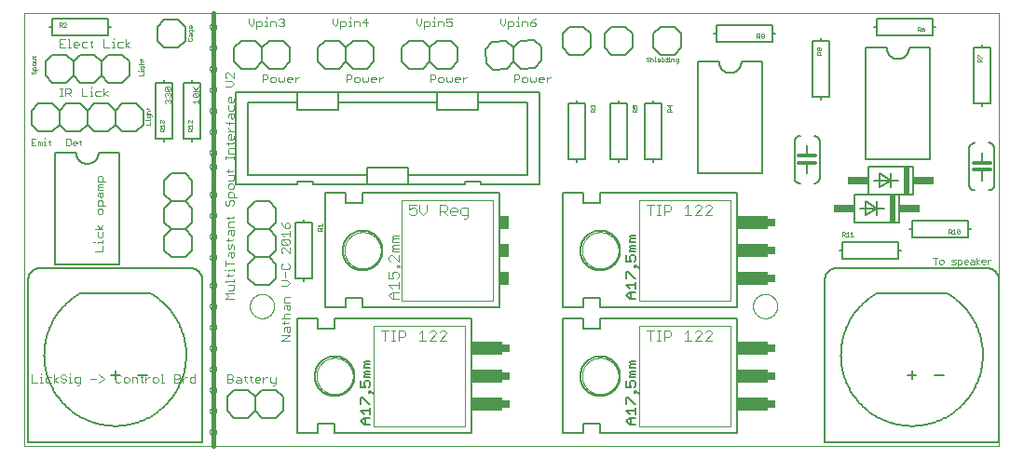
<source format=gto>
G75*
%MOIN*%
%OFA0B0*%
%FSLAX25Y25*%
%IPPOS*%
%LPD*%
%AMOC8*
5,1,8,0,0,1.08239X$1,22.5*
%
%ADD10C,0.00000*%
%ADD11C,0.00300*%
%ADD12C,0.00100*%
%ADD13C,0.01600*%
%ADD14C,0.00200*%
%ADD15C,0.00500*%
%ADD16C,0.00600*%
%ADD17C,0.00400*%
%ADD18R,0.03500X0.05000*%
%ADD19C,0.00800*%
%ADD20R,0.02000X0.10000*%
%ADD21R,0.07500X0.03000*%
%ADD22C,0.01200*%
%ADD23R,0.02500X0.03000*%
%ADD24R,0.11000X0.05000*%
D10*
X0001600Y0001800D02*
X0001600Y0156761D01*
X0350301Y0156761D01*
X0350301Y0001800D01*
X0001600Y0001800D01*
X0067919Y0006800D02*
X0067921Y0006869D01*
X0067927Y0006937D01*
X0067937Y0007005D01*
X0067951Y0007072D01*
X0067969Y0007139D01*
X0067990Y0007204D01*
X0068016Y0007268D01*
X0068045Y0007330D01*
X0068077Y0007390D01*
X0068113Y0007449D01*
X0068153Y0007505D01*
X0068195Y0007559D01*
X0068241Y0007610D01*
X0068290Y0007659D01*
X0068341Y0007705D01*
X0068395Y0007747D01*
X0068451Y0007787D01*
X0068509Y0007823D01*
X0068570Y0007855D01*
X0068632Y0007884D01*
X0068696Y0007910D01*
X0068761Y0007931D01*
X0068828Y0007949D01*
X0068895Y0007963D01*
X0068963Y0007973D01*
X0069031Y0007979D01*
X0069100Y0007981D01*
X0069169Y0007979D01*
X0069237Y0007973D01*
X0069305Y0007963D01*
X0069372Y0007949D01*
X0069439Y0007931D01*
X0069504Y0007910D01*
X0069568Y0007884D01*
X0069630Y0007855D01*
X0069690Y0007823D01*
X0069749Y0007787D01*
X0069805Y0007747D01*
X0069859Y0007705D01*
X0069910Y0007659D01*
X0069959Y0007610D01*
X0070005Y0007559D01*
X0070047Y0007505D01*
X0070087Y0007449D01*
X0070123Y0007390D01*
X0070155Y0007330D01*
X0070184Y0007268D01*
X0070210Y0007204D01*
X0070231Y0007139D01*
X0070249Y0007072D01*
X0070263Y0007005D01*
X0070273Y0006937D01*
X0070279Y0006869D01*
X0070281Y0006800D01*
X0070279Y0006731D01*
X0070273Y0006663D01*
X0070263Y0006595D01*
X0070249Y0006528D01*
X0070231Y0006461D01*
X0070210Y0006396D01*
X0070184Y0006332D01*
X0070155Y0006270D01*
X0070123Y0006209D01*
X0070087Y0006151D01*
X0070047Y0006095D01*
X0070005Y0006041D01*
X0069959Y0005990D01*
X0069910Y0005941D01*
X0069859Y0005895D01*
X0069805Y0005853D01*
X0069749Y0005813D01*
X0069691Y0005777D01*
X0069630Y0005745D01*
X0069568Y0005716D01*
X0069504Y0005690D01*
X0069439Y0005669D01*
X0069372Y0005651D01*
X0069305Y0005637D01*
X0069237Y0005627D01*
X0069169Y0005621D01*
X0069100Y0005619D01*
X0069031Y0005621D01*
X0068963Y0005627D01*
X0068895Y0005637D01*
X0068828Y0005651D01*
X0068761Y0005669D01*
X0068696Y0005690D01*
X0068632Y0005716D01*
X0068570Y0005745D01*
X0068509Y0005777D01*
X0068451Y0005813D01*
X0068395Y0005853D01*
X0068341Y0005895D01*
X0068290Y0005941D01*
X0068241Y0005990D01*
X0068195Y0006041D01*
X0068153Y0006095D01*
X0068113Y0006151D01*
X0068077Y0006209D01*
X0068045Y0006270D01*
X0068016Y0006332D01*
X0067990Y0006396D01*
X0067969Y0006461D01*
X0067951Y0006528D01*
X0067937Y0006595D01*
X0067927Y0006663D01*
X0067921Y0006731D01*
X0067919Y0006800D01*
X0067919Y0014300D02*
X0067921Y0014369D01*
X0067927Y0014437D01*
X0067937Y0014505D01*
X0067951Y0014572D01*
X0067969Y0014639D01*
X0067990Y0014704D01*
X0068016Y0014768D01*
X0068045Y0014830D01*
X0068077Y0014890D01*
X0068113Y0014949D01*
X0068153Y0015005D01*
X0068195Y0015059D01*
X0068241Y0015110D01*
X0068290Y0015159D01*
X0068341Y0015205D01*
X0068395Y0015247D01*
X0068451Y0015287D01*
X0068509Y0015323D01*
X0068570Y0015355D01*
X0068632Y0015384D01*
X0068696Y0015410D01*
X0068761Y0015431D01*
X0068828Y0015449D01*
X0068895Y0015463D01*
X0068963Y0015473D01*
X0069031Y0015479D01*
X0069100Y0015481D01*
X0069169Y0015479D01*
X0069237Y0015473D01*
X0069305Y0015463D01*
X0069372Y0015449D01*
X0069439Y0015431D01*
X0069504Y0015410D01*
X0069568Y0015384D01*
X0069630Y0015355D01*
X0069690Y0015323D01*
X0069749Y0015287D01*
X0069805Y0015247D01*
X0069859Y0015205D01*
X0069910Y0015159D01*
X0069959Y0015110D01*
X0070005Y0015059D01*
X0070047Y0015005D01*
X0070087Y0014949D01*
X0070123Y0014890D01*
X0070155Y0014830D01*
X0070184Y0014768D01*
X0070210Y0014704D01*
X0070231Y0014639D01*
X0070249Y0014572D01*
X0070263Y0014505D01*
X0070273Y0014437D01*
X0070279Y0014369D01*
X0070281Y0014300D01*
X0070279Y0014231D01*
X0070273Y0014163D01*
X0070263Y0014095D01*
X0070249Y0014028D01*
X0070231Y0013961D01*
X0070210Y0013896D01*
X0070184Y0013832D01*
X0070155Y0013770D01*
X0070123Y0013709D01*
X0070087Y0013651D01*
X0070047Y0013595D01*
X0070005Y0013541D01*
X0069959Y0013490D01*
X0069910Y0013441D01*
X0069859Y0013395D01*
X0069805Y0013353D01*
X0069749Y0013313D01*
X0069691Y0013277D01*
X0069630Y0013245D01*
X0069568Y0013216D01*
X0069504Y0013190D01*
X0069439Y0013169D01*
X0069372Y0013151D01*
X0069305Y0013137D01*
X0069237Y0013127D01*
X0069169Y0013121D01*
X0069100Y0013119D01*
X0069031Y0013121D01*
X0068963Y0013127D01*
X0068895Y0013137D01*
X0068828Y0013151D01*
X0068761Y0013169D01*
X0068696Y0013190D01*
X0068632Y0013216D01*
X0068570Y0013245D01*
X0068509Y0013277D01*
X0068451Y0013313D01*
X0068395Y0013353D01*
X0068341Y0013395D01*
X0068290Y0013441D01*
X0068241Y0013490D01*
X0068195Y0013541D01*
X0068153Y0013595D01*
X0068113Y0013651D01*
X0068077Y0013709D01*
X0068045Y0013770D01*
X0068016Y0013832D01*
X0067990Y0013896D01*
X0067969Y0013961D01*
X0067951Y0014028D01*
X0067937Y0014095D01*
X0067927Y0014163D01*
X0067921Y0014231D01*
X0067919Y0014300D01*
X0067919Y0021800D02*
X0067921Y0021869D01*
X0067927Y0021937D01*
X0067937Y0022005D01*
X0067951Y0022072D01*
X0067969Y0022139D01*
X0067990Y0022204D01*
X0068016Y0022268D01*
X0068045Y0022330D01*
X0068077Y0022390D01*
X0068113Y0022449D01*
X0068153Y0022505D01*
X0068195Y0022559D01*
X0068241Y0022610D01*
X0068290Y0022659D01*
X0068341Y0022705D01*
X0068395Y0022747D01*
X0068451Y0022787D01*
X0068509Y0022823D01*
X0068570Y0022855D01*
X0068632Y0022884D01*
X0068696Y0022910D01*
X0068761Y0022931D01*
X0068828Y0022949D01*
X0068895Y0022963D01*
X0068963Y0022973D01*
X0069031Y0022979D01*
X0069100Y0022981D01*
X0069169Y0022979D01*
X0069237Y0022973D01*
X0069305Y0022963D01*
X0069372Y0022949D01*
X0069439Y0022931D01*
X0069504Y0022910D01*
X0069568Y0022884D01*
X0069630Y0022855D01*
X0069690Y0022823D01*
X0069749Y0022787D01*
X0069805Y0022747D01*
X0069859Y0022705D01*
X0069910Y0022659D01*
X0069959Y0022610D01*
X0070005Y0022559D01*
X0070047Y0022505D01*
X0070087Y0022449D01*
X0070123Y0022390D01*
X0070155Y0022330D01*
X0070184Y0022268D01*
X0070210Y0022204D01*
X0070231Y0022139D01*
X0070249Y0022072D01*
X0070263Y0022005D01*
X0070273Y0021937D01*
X0070279Y0021869D01*
X0070281Y0021800D01*
X0070279Y0021731D01*
X0070273Y0021663D01*
X0070263Y0021595D01*
X0070249Y0021528D01*
X0070231Y0021461D01*
X0070210Y0021396D01*
X0070184Y0021332D01*
X0070155Y0021270D01*
X0070123Y0021209D01*
X0070087Y0021151D01*
X0070047Y0021095D01*
X0070005Y0021041D01*
X0069959Y0020990D01*
X0069910Y0020941D01*
X0069859Y0020895D01*
X0069805Y0020853D01*
X0069749Y0020813D01*
X0069691Y0020777D01*
X0069630Y0020745D01*
X0069568Y0020716D01*
X0069504Y0020690D01*
X0069439Y0020669D01*
X0069372Y0020651D01*
X0069305Y0020637D01*
X0069237Y0020627D01*
X0069169Y0020621D01*
X0069100Y0020619D01*
X0069031Y0020621D01*
X0068963Y0020627D01*
X0068895Y0020637D01*
X0068828Y0020651D01*
X0068761Y0020669D01*
X0068696Y0020690D01*
X0068632Y0020716D01*
X0068570Y0020745D01*
X0068509Y0020777D01*
X0068451Y0020813D01*
X0068395Y0020853D01*
X0068341Y0020895D01*
X0068290Y0020941D01*
X0068241Y0020990D01*
X0068195Y0021041D01*
X0068153Y0021095D01*
X0068113Y0021151D01*
X0068077Y0021209D01*
X0068045Y0021270D01*
X0068016Y0021332D01*
X0067990Y0021396D01*
X0067969Y0021461D01*
X0067951Y0021528D01*
X0067937Y0021595D01*
X0067927Y0021663D01*
X0067921Y0021731D01*
X0067919Y0021800D01*
X0067919Y0029300D02*
X0067921Y0029369D01*
X0067927Y0029437D01*
X0067937Y0029505D01*
X0067951Y0029572D01*
X0067969Y0029639D01*
X0067990Y0029704D01*
X0068016Y0029768D01*
X0068045Y0029830D01*
X0068077Y0029890D01*
X0068113Y0029949D01*
X0068153Y0030005D01*
X0068195Y0030059D01*
X0068241Y0030110D01*
X0068290Y0030159D01*
X0068341Y0030205D01*
X0068395Y0030247D01*
X0068451Y0030287D01*
X0068509Y0030323D01*
X0068570Y0030355D01*
X0068632Y0030384D01*
X0068696Y0030410D01*
X0068761Y0030431D01*
X0068828Y0030449D01*
X0068895Y0030463D01*
X0068963Y0030473D01*
X0069031Y0030479D01*
X0069100Y0030481D01*
X0069169Y0030479D01*
X0069237Y0030473D01*
X0069305Y0030463D01*
X0069372Y0030449D01*
X0069439Y0030431D01*
X0069504Y0030410D01*
X0069568Y0030384D01*
X0069630Y0030355D01*
X0069690Y0030323D01*
X0069749Y0030287D01*
X0069805Y0030247D01*
X0069859Y0030205D01*
X0069910Y0030159D01*
X0069959Y0030110D01*
X0070005Y0030059D01*
X0070047Y0030005D01*
X0070087Y0029949D01*
X0070123Y0029890D01*
X0070155Y0029830D01*
X0070184Y0029768D01*
X0070210Y0029704D01*
X0070231Y0029639D01*
X0070249Y0029572D01*
X0070263Y0029505D01*
X0070273Y0029437D01*
X0070279Y0029369D01*
X0070281Y0029300D01*
X0070279Y0029231D01*
X0070273Y0029163D01*
X0070263Y0029095D01*
X0070249Y0029028D01*
X0070231Y0028961D01*
X0070210Y0028896D01*
X0070184Y0028832D01*
X0070155Y0028770D01*
X0070123Y0028709D01*
X0070087Y0028651D01*
X0070047Y0028595D01*
X0070005Y0028541D01*
X0069959Y0028490D01*
X0069910Y0028441D01*
X0069859Y0028395D01*
X0069805Y0028353D01*
X0069749Y0028313D01*
X0069691Y0028277D01*
X0069630Y0028245D01*
X0069568Y0028216D01*
X0069504Y0028190D01*
X0069439Y0028169D01*
X0069372Y0028151D01*
X0069305Y0028137D01*
X0069237Y0028127D01*
X0069169Y0028121D01*
X0069100Y0028119D01*
X0069031Y0028121D01*
X0068963Y0028127D01*
X0068895Y0028137D01*
X0068828Y0028151D01*
X0068761Y0028169D01*
X0068696Y0028190D01*
X0068632Y0028216D01*
X0068570Y0028245D01*
X0068509Y0028277D01*
X0068451Y0028313D01*
X0068395Y0028353D01*
X0068341Y0028395D01*
X0068290Y0028441D01*
X0068241Y0028490D01*
X0068195Y0028541D01*
X0068153Y0028595D01*
X0068113Y0028651D01*
X0068077Y0028709D01*
X0068045Y0028770D01*
X0068016Y0028832D01*
X0067990Y0028896D01*
X0067969Y0028961D01*
X0067951Y0029028D01*
X0067937Y0029095D01*
X0067927Y0029163D01*
X0067921Y0029231D01*
X0067919Y0029300D01*
X0067919Y0036800D02*
X0067921Y0036869D01*
X0067927Y0036937D01*
X0067937Y0037005D01*
X0067951Y0037072D01*
X0067969Y0037139D01*
X0067990Y0037204D01*
X0068016Y0037268D01*
X0068045Y0037330D01*
X0068077Y0037390D01*
X0068113Y0037449D01*
X0068153Y0037505D01*
X0068195Y0037559D01*
X0068241Y0037610D01*
X0068290Y0037659D01*
X0068341Y0037705D01*
X0068395Y0037747D01*
X0068451Y0037787D01*
X0068509Y0037823D01*
X0068570Y0037855D01*
X0068632Y0037884D01*
X0068696Y0037910D01*
X0068761Y0037931D01*
X0068828Y0037949D01*
X0068895Y0037963D01*
X0068963Y0037973D01*
X0069031Y0037979D01*
X0069100Y0037981D01*
X0069169Y0037979D01*
X0069237Y0037973D01*
X0069305Y0037963D01*
X0069372Y0037949D01*
X0069439Y0037931D01*
X0069504Y0037910D01*
X0069568Y0037884D01*
X0069630Y0037855D01*
X0069690Y0037823D01*
X0069749Y0037787D01*
X0069805Y0037747D01*
X0069859Y0037705D01*
X0069910Y0037659D01*
X0069959Y0037610D01*
X0070005Y0037559D01*
X0070047Y0037505D01*
X0070087Y0037449D01*
X0070123Y0037390D01*
X0070155Y0037330D01*
X0070184Y0037268D01*
X0070210Y0037204D01*
X0070231Y0037139D01*
X0070249Y0037072D01*
X0070263Y0037005D01*
X0070273Y0036937D01*
X0070279Y0036869D01*
X0070281Y0036800D01*
X0070279Y0036731D01*
X0070273Y0036663D01*
X0070263Y0036595D01*
X0070249Y0036528D01*
X0070231Y0036461D01*
X0070210Y0036396D01*
X0070184Y0036332D01*
X0070155Y0036270D01*
X0070123Y0036209D01*
X0070087Y0036151D01*
X0070047Y0036095D01*
X0070005Y0036041D01*
X0069959Y0035990D01*
X0069910Y0035941D01*
X0069859Y0035895D01*
X0069805Y0035853D01*
X0069749Y0035813D01*
X0069691Y0035777D01*
X0069630Y0035745D01*
X0069568Y0035716D01*
X0069504Y0035690D01*
X0069439Y0035669D01*
X0069372Y0035651D01*
X0069305Y0035637D01*
X0069237Y0035627D01*
X0069169Y0035621D01*
X0069100Y0035619D01*
X0069031Y0035621D01*
X0068963Y0035627D01*
X0068895Y0035637D01*
X0068828Y0035651D01*
X0068761Y0035669D01*
X0068696Y0035690D01*
X0068632Y0035716D01*
X0068570Y0035745D01*
X0068509Y0035777D01*
X0068451Y0035813D01*
X0068395Y0035853D01*
X0068341Y0035895D01*
X0068290Y0035941D01*
X0068241Y0035990D01*
X0068195Y0036041D01*
X0068153Y0036095D01*
X0068113Y0036151D01*
X0068077Y0036209D01*
X0068045Y0036270D01*
X0068016Y0036332D01*
X0067990Y0036396D01*
X0067969Y0036461D01*
X0067951Y0036528D01*
X0067937Y0036595D01*
X0067927Y0036663D01*
X0067921Y0036731D01*
X0067919Y0036800D01*
X0067919Y0044300D02*
X0067921Y0044369D01*
X0067927Y0044437D01*
X0067937Y0044505D01*
X0067951Y0044572D01*
X0067969Y0044639D01*
X0067990Y0044704D01*
X0068016Y0044768D01*
X0068045Y0044830D01*
X0068077Y0044890D01*
X0068113Y0044949D01*
X0068153Y0045005D01*
X0068195Y0045059D01*
X0068241Y0045110D01*
X0068290Y0045159D01*
X0068341Y0045205D01*
X0068395Y0045247D01*
X0068451Y0045287D01*
X0068509Y0045323D01*
X0068570Y0045355D01*
X0068632Y0045384D01*
X0068696Y0045410D01*
X0068761Y0045431D01*
X0068828Y0045449D01*
X0068895Y0045463D01*
X0068963Y0045473D01*
X0069031Y0045479D01*
X0069100Y0045481D01*
X0069169Y0045479D01*
X0069237Y0045473D01*
X0069305Y0045463D01*
X0069372Y0045449D01*
X0069439Y0045431D01*
X0069504Y0045410D01*
X0069568Y0045384D01*
X0069630Y0045355D01*
X0069690Y0045323D01*
X0069749Y0045287D01*
X0069805Y0045247D01*
X0069859Y0045205D01*
X0069910Y0045159D01*
X0069959Y0045110D01*
X0070005Y0045059D01*
X0070047Y0045005D01*
X0070087Y0044949D01*
X0070123Y0044890D01*
X0070155Y0044830D01*
X0070184Y0044768D01*
X0070210Y0044704D01*
X0070231Y0044639D01*
X0070249Y0044572D01*
X0070263Y0044505D01*
X0070273Y0044437D01*
X0070279Y0044369D01*
X0070281Y0044300D01*
X0070279Y0044231D01*
X0070273Y0044163D01*
X0070263Y0044095D01*
X0070249Y0044028D01*
X0070231Y0043961D01*
X0070210Y0043896D01*
X0070184Y0043832D01*
X0070155Y0043770D01*
X0070123Y0043709D01*
X0070087Y0043651D01*
X0070047Y0043595D01*
X0070005Y0043541D01*
X0069959Y0043490D01*
X0069910Y0043441D01*
X0069859Y0043395D01*
X0069805Y0043353D01*
X0069749Y0043313D01*
X0069691Y0043277D01*
X0069630Y0043245D01*
X0069568Y0043216D01*
X0069504Y0043190D01*
X0069439Y0043169D01*
X0069372Y0043151D01*
X0069305Y0043137D01*
X0069237Y0043127D01*
X0069169Y0043121D01*
X0069100Y0043119D01*
X0069031Y0043121D01*
X0068963Y0043127D01*
X0068895Y0043137D01*
X0068828Y0043151D01*
X0068761Y0043169D01*
X0068696Y0043190D01*
X0068632Y0043216D01*
X0068570Y0043245D01*
X0068509Y0043277D01*
X0068451Y0043313D01*
X0068395Y0043353D01*
X0068341Y0043395D01*
X0068290Y0043441D01*
X0068241Y0043490D01*
X0068195Y0043541D01*
X0068153Y0043595D01*
X0068113Y0043651D01*
X0068077Y0043709D01*
X0068045Y0043770D01*
X0068016Y0043832D01*
X0067990Y0043896D01*
X0067969Y0043961D01*
X0067951Y0044028D01*
X0067937Y0044095D01*
X0067927Y0044163D01*
X0067921Y0044231D01*
X0067919Y0044300D01*
X0067919Y0051800D02*
X0067921Y0051869D01*
X0067927Y0051937D01*
X0067937Y0052005D01*
X0067951Y0052072D01*
X0067969Y0052139D01*
X0067990Y0052204D01*
X0068016Y0052268D01*
X0068045Y0052330D01*
X0068077Y0052390D01*
X0068113Y0052449D01*
X0068153Y0052505D01*
X0068195Y0052559D01*
X0068241Y0052610D01*
X0068290Y0052659D01*
X0068341Y0052705D01*
X0068395Y0052747D01*
X0068451Y0052787D01*
X0068509Y0052823D01*
X0068570Y0052855D01*
X0068632Y0052884D01*
X0068696Y0052910D01*
X0068761Y0052931D01*
X0068828Y0052949D01*
X0068895Y0052963D01*
X0068963Y0052973D01*
X0069031Y0052979D01*
X0069100Y0052981D01*
X0069169Y0052979D01*
X0069237Y0052973D01*
X0069305Y0052963D01*
X0069372Y0052949D01*
X0069439Y0052931D01*
X0069504Y0052910D01*
X0069568Y0052884D01*
X0069630Y0052855D01*
X0069690Y0052823D01*
X0069749Y0052787D01*
X0069805Y0052747D01*
X0069859Y0052705D01*
X0069910Y0052659D01*
X0069959Y0052610D01*
X0070005Y0052559D01*
X0070047Y0052505D01*
X0070087Y0052449D01*
X0070123Y0052390D01*
X0070155Y0052330D01*
X0070184Y0052268D01*
X0070210Y0052204D01*
X0070231Y0052139D01*
X0070249Y0052072D01*
X0070263Y0052005D01*
X0070273Y0051937D01*
X0070279Y0051869D01*
X0070281Y0051800D01*
X0070279Y0051731D01*
X0070273Y0051663D01*
X0070263Y0051595D01*
X0070249Y0051528D01*
X0070231Y0051461D01*
X0070210Y0051396D01*
X0070184Y0051332D01*
X0070155Y0051270D01*
X0070123Y0051209D01*
X0070087Y0051151D01*
X0070047Y0051095D01*
X0070005Y0051041D01*
X0069959Y0050990D01*
X0069910Y0050941D01*
X0069859Y0050895D01*
X0069805Y0050853D01*
X0069749Y0050813D01*
X0069691Y0050777D01*
X0069630Y0050745D01*
X0069568Y0050716D01*
X0069504Y0050690D01*
X0069439Y0050669D01*
X0069372Y0050651D01*
X0069305Y0050637D01*
X0069237Y0050627D01*
X0069169Y0050621D01*
X0069100Y0050619D01*
X0069031Y0050621D01*
X0068963Y0050627D01*
X0068895Y0050637D01*
X0068828Y0050651D01*
X0068761Y0050669D01*
X0068696Y0050690D01*
X0068632Y0050716D01*
X0068570Y0050745D01*
X0068509Y0050777D01*
X0068451Y0050813D01*
X0068395Y0050853D01*
X0068341Y0050895D01*
X0068290Y0050941D01*
X0068241Y0050990D01*
X0068195Y0051041D01*
X0068153Y0051095D01*
X0068113Y0051151D01*
X0068077Y0051209D01*
X0068045Y0051270D01*
X0068016Y0051332D01*
X0067990Y0051396D01*
X0067969Y0051461D01*
X0067951Y0051528D01*
X0067937Y0051595D01*
X0067927Y0051663D01*
X0067921Y0051731D01*
X0067919Y0051800D01*
X0067919Y0059300D02*
X0067921Y0059369D01*
X0067927Y0059437D01*
X0067937Y0059505D01*
X0067951Y0059572D01*
X0067969Y0059639D01*
X0067990Y0059704D01*
X0068016Y0059768D01*
X0068045Y0059830D01*
X0068077Y0059890D01*
X0068113Y0059949D01*
X0068153Y0060005D01*
X0068195Y0060059D01*
X0068241Y0060110D01*
X0068290Y0060159D01*
X0068341Y0060205D01*
X0068395Y0060247D01*
X0068451Y0060287D01*
X0068509Y0060323D01*
X0068570Y0060355D01*
X0068632Y0060384D01*
X0068696Y0060410D01*
X0068761Y0060431D01*
X0068828Y0060449D01*
X0068895Y0060463D01*
X0068963Y0060473D01*
X0069031Y0060479D01*
X0069100Y0060481D01*
X0069169Y0060479D01*
X0069237Y0060473D01*
X0069305Y0060463D01*
X0069372Y0060449D01*
X0069439Y0060431D01*
X0069504Y0060410D01*
X0069568Y0060384D01*
X0069630Y0060355D01*
X0069690Y0060323D01*
X0069749Y0060287D01*
X0069805Y0060247D01*
X0069859Y0060205D01*
X0069910Y0060159D01*
X0069959Y0060110D01*
X0070005Y0060059D01*
X0070047Y0060005D01*
X0070087Y0059949D01*
X0070123Y0059890D01*
X0070155Y0059830D01*
X0070184Y0059768D01*
X0070210Y0059704D01*
X0070231Y0059639D01*
X0070249Y0059572D01*
X0070263Y0059505D01*
X0070273Y0059437D01*
X0070279Y0059369D01*
X0070281Y0059300D01*
X0070279Y0059231D01*
X0070273Y0059163D01*
X0070263Y0059095D01*
X0070249Y0059028D01*
X0070231Y0058961D01*
X0070210Y0058896D01*
X0070184Y0058832D01*
X0070155Y0058770D01*
X0070123Y0058709D01*
X0070087Y0058651D01*
X0070047Y0058595D01*
X0070005Y0058541D01*
X0069959Y0058490D01*
X0069910Y0058441D01*
X0069859Y0058395D01*
X0069805Y0058353D01*
X0069749Y0058313D01*
X0069691Y0058277D01*
X0069630Y0058245D01*
X0069568Y0058216D01*
X0069504Y0058190D01*
X0069439Y0058169D01*
X0069372Y0058151D01*
X0069305Y0058137D01*
X0069237Y0058127D01*
X0069169Y0058121D01*
X0069100Y0058119D01*
X0069031Y0058121D01*
X0068963Y0058127D01*
X0068895Y0058137D01*
X0068828Y0058151D01*
X0068761Y0058169D01*
X0068696Y0058190D01*
X0068632Y0058216D01*
X0068570Y0058245D01*
X0068509Y0058277D01*
X0068451Y0058313D01*
X0068395Y0058353D01*
X0068341Y0058395D01*
X0068290Y0058441D01*
X0068241Y0058490D01*
X0068195Y0058541D01*
X0068153Y0058595D01*
X0068113Y0058651D01*
X0068077Y0058709D01*
X0068045Y0058770D01*
X0068016Y0058832D01*
X0067990Y0058896D01*
X0067969Y0058961D01*
X0067951Y0059028D01*
X0067937Y0059095D01*
X0067927Y0059163D01*
X0067921Y0059231D01*
X0067919Y0059300D01*
X0082269Y0051800D02*
X0082271Y0051931D01*
X0082277Y0052063D01*
X0082287Y0052194D01*
X0082301Y0052325D01*
X0082319Y0052455D01*
X0082341Y0052584D01*
X0082366Y0052713D01*
X0082396Y0052841D01*
X0082430Y0052968D01*
X0082467Y0053095D01*
X0082508Y0053219D01*
X0082553Y0053343D01*
X0082602Y0053465D01*
X0082654Y0053586D01*
X0082710Y0053704D01*
X0082770Y0053822D01*
X0082833Y0053937D01*
X0082900Y0054050D01*
X0082970Y0054162D01*
X0083043Y0054271D01*
X0083119Y0054377D01*
X0083199Y0054482D01*
X0083282Y0054584D01*
X0083368Y0054683D01*
X0083457Y0054780D01*
X0083549Y0054874D01*
X0083644Y0054965D01*
X0083741Y0055054D01*
X0083841Y0055139D01*
X0083944Y0055221D01*
X0084049Y0055300D01*
X0084156Y0055376D01*
X0084266Y0055448D01*
X0084378Y0055517D01*
X0084492Y0055583D01*
X0084607Y0055645D01*
X0084725Y0055704D01*
X0084844Y0055759D01*
X0084965Y0055811D01*
X0085088Y0055858D01*
X0085212Y0055902D01*
X0085337Y0055943D01*
X0085463Y0055979D01*
X0085591Y0056012D01*
X0085719Y0056040D01*
X0085848Y0056065D01*
X0085978Y0056086D01*
X0086108Y0056103D01*
X0086239Y0056116D01*
X0086370Y0056125D01*
X0086501Y0056130D01*
X0086633Y0056131D01*
X0086764Y0056128D01*
X0086896Y0056121D01*
X0087027Y0056110D01*
X0087157Y0056095D01*
X0087287Y0056076D01*
X0087417Y0056053D01*
X0087545Y0056027D01*
X0087673Y0055996D01*
X0087800Y0055961D01*
X0087926Y0055923D01*
X0088050Y0055881D01*
X0088174Y0055835D01*
X0088295Y0055785D01*
X0088415Y0055732D01*
X0088534Y0055675D01*
X0088651Y0055615D01*
X0088765Y0055551D01*
X0088878Y0055483D01*
X0088989Y0055412D01*
X0089098Y0055338D01*
X0089204Y0055261D01*
X0089308Y0055180D01*
X0089409Y0055097D01*
X0089508Y0055010D01*
X0089604Y0054920D01*
X0089697Y0054827D01*
X0089788Y0054732D01*
X0089875Y0054634D01*
X0089960Y0054533D01*
X0090041Y0054430D01*
X0090119Y0054324D01*
X0090194Y0054216D01*
X0090266Y0054106D01*
X0090334Y0053994D01*
X0090399Y0053880D01*
X0090460Y0053763D01*
X0090518Y0053645D01*
X0090572Y0053525D01*
X0090623Y0053404D01*
X0090670Y0053281D01*
X0090713Y0053157D01*
X0090752Y0053032D01*
X0090788Y0052905D01*
X0090819Y0052777D01*
X0090847Y0052649D01*
X0090871Y0052520D01*
X0090891Y0052390D01*
X0090907Y0052259D01*
X0090919Y0052128D01*
X0090927Y0051997D01*
X0090931Y0051866D01*
X0090931Y0051734D01*
X0090927Y0051603D01*
X0090919Y0051472D01*
X0090907Y0051341D01*
X0090891Y0051210D01*
X0090871Y0051080D01*
X0090847Y0050951D01*
X0090819Y0050823D01*
X0090788Y0050695D01*
X0090752Y0050568D01*
X0090713Y0050443D01*
X0090670Y0050319D01*
X0090623Y0050196D01*
X0090572Y0050075D01*
X0090518Y0049955D01*
X0090460Y0049837D01*
X0090399Y0049720D01*
X0090334Y0049606D01*
X0090266Y0049494D01*
X0090194Y0049384D01*
X0090119Y0049276D01*
X0090041Y0049170D01*
X0089960Y0049067D01*
X0089875Y0048966D01*
X0089788Y0048868D01*
X0089697Y0048773D01*
X0089604Y0048680D01*
X0089508Y0048590D01*
X0089409Y0048503D01*
X0089308Y0048420D01*
X0089204Y0048339D01*
X0089098Y0048262D01*
X0088989Y0048188D01*
X0088878Y0048117D01*
X0088766Y0048049D01*
X0088651Y0047985D01*
X0088534Y0047925D01*
X0088415Y0047868D01*
X0088295Y0047815D01*
X0088174Y0047765D01*
X0088050Y0047719D01*
X0087926Y0047677D01*
X0087800Y0047639D01*
X0087673Y0047604D01*
X0087545Y0047573D01*
X0087417Y0047547D01*
X0087287Y0047524D01*
X0087157Y0047505D01*
X0087027Y0047490D01*
X0086896Y0047479D01*
X0086764Y0047472D01*
X0086633Y0047469D01*
X0086501Y0047470D01*
X0086370Y0047475D01*
X0086239Y0047484D01*
X0086108Y0047497D01*
X0085978Y0047514D01*
X0085848Y0047535D01*
X0085719Y0047560D01*
X0085591Y0047588D01*
X0085463Y0047621D01*
X0085337Y0047657D01*
X0085212Y0047698D01*
X0085088Y0047742D01*
X0084965Y0047789D01*
X0084844Y0047841D01*
X0084725Y0047896D01*
X0084607Y0047955D01*
X0084492Y0048017D01*
X0084378Y0048083D01*
X0084266Y0048152D01*
X0084156Y0048224D01*
X0084049Y0048300D01*
X0083944Y0048379D01*
X0083841Y0048461D01*
X0083741Y0048546D01*
X0083644Y0048635D01*
X0083549Y0048726D01*
X0083457Y0048820D01*
X0083368Y0048917D01*
X0083282Y0049016D01*
X0083199Y0049118D01*
X0083119Y0049223D01*
X0083043Y0049329D01*
X0082970Y0049438D01*
X0082900Y0049550D01*
X0082833Y0049663D01*
X0082770Y0049778D01*
X0082710Y0049896D01*
X0082654Y0050014D01*
X0082602Y0050135D01*
X0082553Y0050257D01*
X0082508Y0050381D01*
X0082467Y0050505D01*
X0082430Y0050632D01*
X0082396Y0050759D01*
X0082366Y0050887D01*
X0082341Y0051016D01*
X0082319Y0051145D01*
X0082301Y0051275D01*
X0082287Y0051406D01*
X0082277Y0051537D01*
X0082271Y0051669D01*
X0082269Y0051800D01*
X0067919Y0069300D02*
X0067921Y0069369D01*
X0067927Y0069437D01*
X0067937Y0069505D01*
X0067951Y0069572D01*
X0067969Y0069639D01*
X0067990Y0069704D01*
X0068016Y0069768D01*
X0068045Y0069830D01*
X0068077Y0069890D01*
X0068113Y0069949D01*
X0068153Y0070005D01*
X0068195Y0070059D01*
X0068241Y0070110D01*
X0068290Y0070159D01*
X0068341Y0070205D01*
X0068395Y0070247D01*
X0068451Y0070287D01*
X0068509Y0070323D01*
X0068570Y0070355D01*
X0068632Y0070384D01*
X0068696Y0070410D01*
X0068761Y0070431D01*
X0068828Y0070449D01*
X0068895Y0070463D01*
X0068963Y0070473D01*
X0069031Y0070479D01*
X0069100Y0070481D01*
X0069169Y0070479D01*
X0069237Y0070473D01*
X0069305Y0070463D01*
X0069372Y0070449D01*
X0069439Y0070431D01*
X0069504Y0070410D01*
X0069568Y0070384D01*
X0069630Y0070355D01*
X0069690Y0070323D01*
X0069749Y0070287D01*
X0069805Y0070247D01*
X0069859Y0070205D01*
X0069910Y0070159D01*
X0069959Y0070110D01*
X0070005Y0070059D01*
X0070047Y0070005D01*
X0070087Y0069949D01*
X0070123Y0069890D01*
X0070155Y0069830D01*
X0070184Y0069768D01*
X0070210Y0069704D01*
X0070231Y0069639D01*
X0070249Y0069572D01*
X0070263Y0069505D01*
X0070273Y0069437D01*
X0070279Y0069369D01*
X0070281Y0069300D01*
X0070279Y0069231D01*
X0070273Y0069163D01*
X0070263Y0069095D01*
X0070249Y0069028D01*
X0070231Y0068961D01*
X0070210Y0068896D01*
X0070184Y0068832D01*
X0070155Y0068770D01*
X0070123Y0068709D01*
X0070087Y0068651D01*
X0070047Y0068595D01*
X0070005Y0068541D01*
X0069959Y0068490D01*
X0069910Y0068441D01*
X0069859Y0068395D01*
X0069805Y0068353D01*
X0069749Y0068313D01*
X0069691Y0068277D01*
X0069630Y0068245D01*
X0069568Y0068216D01*
X0069504Y0068190D01*
X0069439Y0068169D01*
X0069372Y0068151D01*
X0069305Y0068137D01*
X0069237Y0068127D01*
X0069169Y0068121D01*
X0069100Y0068119D01*
X0069031Y0068121D01*
X0068963Y0068127D01*
X0068895Y0068137D01*
X0068828Y0068151D01*
X0068761Y0068169D01*
X0068696Y0068190D01*
X0068632Y0068216D01*
X0068570Y0068245D01*
X0068509Y0068277D01*
X0068451Y0068313D01*
X0068395Y0068353D01*
X0068341Y0068395D01*
X0068290Y0068441D01*
X0068241Y0068490D01*
X0068195Y0068541D01*
X0068153Y0068595D01*
X0068113Y0068651D01*
X0068077Y0068709D01*
X0068045Y0068770D01*
X0068016Y0068832D01*
X0067990Y0068896D01*
X0067969Y0068961D01*
X0067951Y0069028D01*
X0067937Y0069095D01*
X0067927Y0069163D01*
X0067921Y0069231D01*
X0067919Y0069300D01*
X0067919Y0076800D02*
X0067921Y0076869D01*
X0067927Y0076937D01*
X0067937Y0077005D01*
X0067951Y0077072D01*
X0067969Y0077139D01*
X0067990Y0077204D01*
X0068016Y0077268D01*
X0068045Y0077330D01*
X0068077Y0077390D01*
X0068113Y0077449D01*
X0068153Y0077505D01*
X0068195Y0077559D01*
X0068241Y0077610D01*
X0068290Y0077659D01*
X0068341Y0077705D01*
X0068395Y0077747D01*
X0068451Y0077787D01*
X0068509Y0077823D01*
X0068570Y0077855D01*
X0068632Y0077884D01*
X0068696Y0077910D01*
X0068761Y0077931D01*
X0068828Y0077949D01*
X0068895Y0077963D01*
X0068963Y0077973D01*
X0069031Y0077979D01*
X0069100Y0077981D01*
X0069169Y0077979D01*
X0069237Y0077973D01*
X0069305Y0077963D01*
X0069372Y0077949D01*
X0069439Y0077931D01*
X0069504Y0077910D01*
X0069568Y0077884D01*
X0069630Y0077855D01*
X0069690Y0077823D01*
X0069749Y0077787D01*
X0069805Y0077747D01*
X0069859Y0077705D01*
X0069910Y0077659D01*
X0069959Y0077610D01*
X0070005Y0077559D01*
X0070047Y0077505D01*
X0070087Y0077449D01*
X0070123Y0077390D01*
X0070155Y0077330D01*
X0070184Y0077268D01*
X0070210Y0077204D01*
X0070231Y0077139D01*
X0070249Y0077072D01*
X0070263Y0077005D01*
X0070273Y0076937D01*
X0070279Y0076869D01*
X0070281Y0076800D01*
X0070279Y0076731D01*
X0070273Y0076663D01*
X0070263Y0076595D01*
X0070249Y0076528D01*
X0070231Y0076461D01*
X0070210Y0076396D01*
X0070184Y0076332D01*
X0070155Y0076270D01*
X0070123Y0076209D01*
X0070087Y0076151D01*
X0070047Y0076095D01*
X0070005Y0076041D01*
X0069959Y0075990D01*
X0069910Y0075941D01*
X0069859Y0075895D01*
X0069805Y0075853D01*
X0069749Y0075813D01*
X0069691Y0075777D01*
X0069630Y0075745D01*
X0069568Y0075716D01*
X0069504Y0075690D01*
X0069439Y0075669D01*
X0069372Y0075651D01*
X0069305Y0075637D01*
X0069237Y0075627D01*
X0069169Y0075621D01*
X0069100Y0075619D01*
X0069031Y0075621D01*
X0068963Y0075627D01*
X0068895Y0075637D01*
X0068828Y0075651D01*
X0068761Y0075669D01*
X0068696Y0075690D01*
X0068632Y0075716D01*
X0068570Y0075745D01*
X0068509Y0075777D01*
X0068451Y0075813D01*
X0068395Y0075853D01*
X0068341Y0075895D01*
X0068290Y0075941D01*
X0068241Y0075990D01*
X0068195Y0076041D01*
X0068153Y0076095D01*
X0068113Y0076151D01*
X0068077Y0076209D01*
X0068045Y0076270D01*
X0068016Y0076332D01*
X0067990Y0076396D01*
X0067969Y0076461D01*
X0067951Y0076528D01*
X0067937Y0076595D01*
X0067927Y0076663D01*
X0067921Y0076731D01*
X0067919Y0076800D01*
X0067919Y0084300D02*
X0067921Y0084369D01*
X0067927Y0084437D01*
X0067937Y0084505D01*
X0067951Y0084572D01*
X0067969Y0084639D01*
X0067990Y0084704D01*
X0068016Y0084768D01*
X0068045Y0084830D01*
X0068077Y0084890D01*
X0068113Y0084949D01*
X0068153Y0085005D01*
X0068195Y0085059D01*
X0068241Y0085110D01*
X0068290Y0085159D01*
X0068341Y0085205D01*
X0068395Y0085247D01*
X0068451Y0085287D01*
X0068509Y0085323D01*
X0068570Y0085355D01*
X0068632Y0085384D01*
X0068696Y0085410D01*
X0068761Y0085431D01*
X0068828Y0085449D01*
X0068895Y0085463D01*
X0068963Y0085473D01*
X0069031Y0085479D01*
X0069100Y0085481D01*
X0069169Y0085479D01*
X0069237Y0085473D01*
X0069305Y0085463D01*
X0069372Y0085449D01*
X0069439Y0085431D01*
X0069504Y0085410D01*
X0069568Y0085384D01*
X0069630Y0085355D01*
X0069690Y0085323D01*
X0069749Y0085287D01*
X0069805Y0085247D01*
X0069859Y0085205D01*
X0069910Y0085159D01*
X0069959Y0085110D01*
X0070005Y0085059D01*
X0070047Y0085005D01*
X0070087Y0084949D01*
X0070123Y0084890D01*
X0070155Y0084830D01*
X0070184Y0084768D01*
X0070210Y0084704D01*
X0070231Y0084639D01*
X0070249Y0084572D01*
X0070263Y0084505D01*
X0070273Y0084437D01*
X0070279Y0084369D01*
X0070281Y0084300D01*
X0070279Y0084231D01*
X0070273Y0084163D01*
X0070263Y0084095D01*
X0070249Y0084028D01*
X0070231Y0083961D01*
X0070210Y0083896D01*
X0070184Y0083832D01*
X0070155Y0083770D01*
X0070123Y0083709D01*
X0070087Y0083651D01*
X0070047Y0083595D01*
X0070005Y0083541D01*
X0069959Y0083490D01*
X0069910Y0083441D01*
X0069859Y0083395D01*
X0069805Y0083353D01*
X0069749Y0083313D01*
X0069691Y0083277D01*
X0069630Y0083245D01*
X0069568Y0083216D01*
X0069504Y0083190D01*
X0069439Y0083169D01*
X0069372Y0083151D01*
X0069305Y0083137D01*
X0069237Y0083127D01*
X0069169Y0083121D01*
X0069100Y0083119D01*
X0069031Y0083121D01*
X0068963Y0083127D01*
X0068895Y0083137D01*
X0068828Y0083151D01*
X0068761Y0083169D01*
X0068696Y0083190D01*
X0068632Y0083216D01*
X0068570Y0083245D01*
X0068509Y0083277D01*
X0068451Y0083313D01*
X0068395Y0083353D01*
X0068341Y0083395D01*
X0068290Y0083441D01*
X0068241Y0083490D01*
X0068195Y0083541D01*
X0068153Y0083595D01*
X0068113Y0083651D01*
X0068077Y0083709D01*
X0068045Y0083770D01*
X0068016Y0083832D01*
X0067990Y0083896D01*
X0067969Y0083961D01*
X0067951Y0084028D01*
X0067937Y0084095D01*
X0067927Y0084163D01*
X0067921Y0084231D01*
X0067919Y0084300D01*
X0067919Y0091800D02*
X0067921Y0091869D01*
X0067927Y0091937D01*
X0067937Y0092005D01*
X0067951Y0092072D01*
X0067969Y0092139D01*
X0067990Y0092204D01*
X0068016Y0092268D01*
X0068045Y0092330D01*
X0068077Y0092390D01*
X0068113Y0092449D01*
X0068153Y0092505D01*
X0068195Y0092559D01*
X0068241Y0092610D01*
X0068290Y0092659D01*
X0068341Y0092705D01*
X0068395Y0092747D01*
X0068451Y0092787D01*
X0068509Y0092823D01*
X0068570Y0092855D01*
X0068632Y0092884D01*
X0068696Y0092910D01*
X0068761Y0092931D01*
X0068828Y0092949D01*
X0068895Y0092963D01*
X0068963Y0092973D01*
X0069031Y0092979D01*
X0069100Y0092981D01*
X0069169Y0092979D01*
X0069237Y0092973D01*
X0069305Y0092963D01*
X0069372Y0092949D01*
X0069439Y0092931D01*
X0069504Y0092910D01*
X0069568Y0092884D01*
X0069630Y0092855D01*
X0069690Y0092823D01*
X0069749Y0092787D01*
X0069805Y0092747D01*
X0069859Y0092705D01*
X0069910Y0092659D01*
X0069959Y0092610D01*
X0070005Y0092559D01*
X0070047Y0092505D01*
X0070087Y0092449D01*
X0070123Y0092390D01*
X0070155Y0092330D01*
X0070184Y0092268D01*
X0070210Y0092204D01*
X0070231Y0092139D01*
X0070249Y0092072D01*
X0070263Y0092005D01*
X0070273Y0091937D01*
X0070279Y0091869D01*
X0070281Y0091800D01*
X0070279Y0091731D01*
X0070273Y0091663D01*
X0070263Y0091595D01*
X0070249Y0091528D01*
X0070231Y0091461D01*
X0070210Y0091396D01*
X0070184Y0091332D01*
X0070155Y0091270D01*
X0070123Y0091209D01*
X0070087Y0091151D01*
X0070047Y0091095D01*
X0070005Y0091041D01*
X0069959Y0090990D01*
X0069910Y0090941D01*
X0069859Y0090895D01*
X0069805Y0090853D01*
X0069749Y0090813D01*
X0069691Y0090777D01*
X0069630Y0090745D01*
X0069568Y0090716D01*
X0069504Y0090690D01*
X0069439Y0090669D01*
X0069372Y0090651D01*
X0069305Y0090637D01*
X0069237Y0090627D01*
X0069169Y0090621D01*
X0069100Y0090619D01*
X0069031Y0090621D01*
X0068963Y0090627D01*
X0068895Y0090637D01*
X0068828Y0090651D01*
X0068761Y0090669D01*
X0068696Y0090690D01*
X0068632Y0090716D01*
X0068570Y0090745D01*
X0068509Y0090777D01*
X0068451Y0090813D01*
X0068395Y0090853D01*
X0068341Y0090895D01*
X0068290Y0090941D01*
X0068241Y0090990D01*
X0068195Y0091041D01*
X0068153Y0091095D01*
X0068113Y0091151D01*
X0068077Y0091209D01*
X0068045Y0091270D01*
X0068016Y0091332D01*
X0067990Y0091396D01*
X0067969Y0091461D01*
X0067951Y0091528D01*
X0067937Y0091595D01*
X0067927Y0091663D01*
X0067921Y0091731D01*
X0067919Y0091800D01*
X0067919Y0101800D02*
X0067921Y0101869D01*
X0067927Y0101937D01*
X0067937Y0102005D01*
X0067951Y0102072D01*
X0067969Y0102139D01*
X0067990Y0102204D01*
X0068016Y0102268D01*
X0068045Y0102330D01*
X0068077Y0102390D01*
X0068113Y0102449D01*
X0068153Y0102505D01*
X0068195Y0102559D01*
X0068241Y0102610D01*
X0068290Y0102659D01*
X0068341Y0102705D01*
X0068395Y0102747D01*
X0068451Y0102787D01*
X0068509Y0102823D01*
X0068570Y0102855D01*
X0068632Y0102884D01*
X0068696Y0102910D01*
X0068761Y0102931D01*
X0068828Y0102949D01*
X0068895Y0102963D01*
X0068963Y0102973D01*
X0069031Y0102979D01*
X0069100Y0102981D01*
X0069169Y0102979D01*
X0069237Y0102973D01*
X0069305Y0102963D01*
X0069372Y0102949D01*
X0069439Y0102931D01*
X0069504Y0102910D01*
X0069568Y0102884D01*
X0069630Y0102855D01*
X0069690Y0102823D01*
X0069749Y0102787D01*
X0069805Y0102747D01*
X0069859Y0102705D01*
X0069910Y0102659D01*
X0069959Y0102610D01*
X0070005Y0102559D01*
X0070047Y0102505D01*
X0070087Y0102449D01*
X0070123Y0102390D01*
X0070155Y0102330D01*
X0070184Y0102268D01*
X0070210Y0102204D01*
X0070231Y0102139D01*
X0070249Y0102072D01*
X0070263Y0102005D01*
X0070273Y0101937D01*
X0070279Y0101869D01*
X0070281Y0101800D01*
X0070279Y0101731D01*
X0070273Y0101663D01*
X0070263Y0101595D01*
X0070249Y0101528D01*
X0070231Y0101461D01*
X0070210Y0101396D01*
X0070184Y0101332D01*
X0070155Y0101270D01*
X0070123Y0101209D01*
X0070087Y0101151D01*
X0070047Y0101095D01*
X0070005Y0101041D01*
X0069959Y0100990D01*
X0069910Y0100941D01*
X0069859Y0100895D01*
X0069805Y0100853D01*
X0069749Y0100813D01*
X0069691Y0100777D01*
X0069630Y0100745D01*
X0069568Y0100716D01*
X0069504Y0100690D01*
X0069439Y0100669D01*
X0069372Y0100651D01*
X0069305Y0100637D01*
X0069237Y0100627D01*
X0069169Y0100621D01*
X0069100Y0100619D01*
X0069031Y0100621D01*
X0068963Y0100627D01*
X0068895Y0100637D01*
X0068828Y0100651D01*
X0068761Y0100669D01*
X0068696Y0100690D01*
X0068632Y0100716D01*
X0068570Y0100745D01*
X0068509Y0100777D01*
X0068451Y0100813D01*
X0068395Y0100853D01*
X0068341Y0100895D01*
X0068290Y0100941D01*
X0068241Y0100990D01*
X0068195Y0101041D01*
X0068153Y0101095D01*
X0068113Y0101151D01*
X0068077Y0101209D01*
X0068045Y0101270D01*
X0068016Y0101332D01*
X0067990Y0101396D01*
X0067969Y0101461D01*
X0067951Y0101528D01*
X0067937Y0101595D01*
X0067927Y0101663D01*
X0067921Y0101731D01*
X0067919Y0101800D01*
X0067919Y0106800D02*
X0067921Y0106869D01*
X0067927Y0106937D01*
X0067937Y0107005D01*
X0067951Y0107072D01*
X0067969Y0107139D01*
X0067990Y0107204D01*
X0068016Y0107268D01*
X0068045Y0107330D01*
X0068077Y0107390D01*
X0068113Y0107449D01*
X0068153Y0107505D01*
X0068195Y0107559D01*
X0068241Y0107610D01*
X0068290Y0107659D01*
X0068341Y0107705D01*
X0068395Y0107747D01*
X0068451Y0107787D01*
X0068509Y0107823D01*
X0068570Y0107855D01*
X0068632Y0107884D01*
X0068696Y0107910D01*
X0068761Y0107931D01*
X0068828Y0107949D01*
X0068895Y0107963D01*
X0068963Y0107973D01*
X0069031Y0107979D01*
X0069100Y0107981D01*
X0069169Y0107979D01*
X0069237Y0107973D01*
X0069305Y0107963D01*
X0069372Y0107949D01*
X0069439Y0107931D01*
X0069504Y0107910D01*
X0069568Y0107884D01*
X0069630Y0107855D01*
X0069690Y0107823D01*
X0069749Y0107787D01*
X0069805Y0107747D01*
X0069859Y0107705D01*
X0069910Y0107659D01*
X0069959Y0107610D01*
X0070005Y0107559D01*
X0070047Y0107505D01*
X0070087Y0107449D01*
X0070123Y0107390D01*
X0070155Y0107330D01*
X0070184Y0107268D01*
X0070210Y0107204D01*
X0070231Y0107139D01*
X0070249Y0107072D01*
X0070263Y0107005D01*
X0070273Y0106937D01*
X0070279Y0106869D01*
X0070281Y0106800D01*
X0070279Y0106731D01*
X0070273Y0106663D01*
X0070263Y0106595D01*
X0070249Y0106528D01*
X0070231Y0106461D01*
X0070210Y0106396D01*
X0070184Y0106332D01*
X0070155Y0106270D01*
X0070123Y0106209D01*
X0070087Y0106151D01*
X0070047Y0106095D01*
X0070005Y0106041D01*
X0069959Y0105990D01*
X0069910Y0105941D01*
X0069859Y0105895D01*
X0069805Y0105853D01*
X0069749Y0105813D01*
X0069691Y0105777D01*
X0069630Y0105745D01*
X0069568Y0105716D01*
X0069504Y0105690D01*
X0069439Y0105669D01*
X0069372Y0105651D01*
X0069305Y0105637D01*
X0069237Y0105627D01*
X0069169Y0105621D01*
X0069100Y0105619D01*
X0069031Y0105621D01*
X0068963Y0105627D01*
X0068895Y0105637D01*
X0068828Y0105651D01*
X0068761Y0105669D01*
X0068696Y0105690D01*
X0068632Y0105716D01*
X0068570Y0105745D01*
X0068509Y0105777D01*
X0068451Y0105813D01*
X0068395Y0105853D01*
X0068341Y0105895D01*
X0068290Y0105941D01*
X0068241Y0105990D01*
X0068195Y0106041D01*
X0068153Y0106095D01*
X0068113Y0106151D01*
X0068077Y0106209D01*
X0068045Y0106270D01*
X0068016Y0106332D01*
X0067990Y0106396D01*
X0067969Y0106461D01*
X0067951Y0106528D01*
X0067937Y0106595D01*
X0067927Y0106663D01*
X0067921Y0106731D01*
X0067919Y0106800D01*
X0067919Y0114300D02*
X0067921Y0114369D01*
X0067927Y0114437D01*
X0067937Y0114505D01*
X0067951Y0114572D01*
X0067969Y0114639D01*
X0067990Y0114704D01*
X0068016Y0114768D01*
X0068045Y0114830D01*
X0068077Y0114890D01*
X0068113Y0114949D01*
X0068153Y0115005D01*
X0068195Y0115059D01*
X0068241Y0115110D01*
X0068290Y0115159D01*
X0068341Y0115205D01*
X0068395Y0115247D01*
X0068451Y0115287D01*
X0068509Y0115323D01*
X0068570Y0115355D01*
X0068632Y0115384D01*
X0068696Y0115410D01*
X0068761Y0115431D01*
X0068828Y0115449D01*
X0068895Y0115463D01*
X0068963Y0115473D01*
X0069031Y0115479D01*
X0069100Y0115481D01*
X0069169Y0115479D01*
X0069237Y0115473D01*
X0069305Y0115463D01*
X0069372Y0115449D01*
X0069439Y0115431D01*
X0069504Y0115410D01*
X0069568Y0115384D01*
X0069630Y0115355D01*
X0069690Y0115323D01*
X0069749Y0115287D01*
X0069805Y0115247D01*
X0069859Y0115205D01*
X0069910Y0115159D01*
X0069959Y0115110D01*
X0070005Y0115059D01*
X0070047Y0115005D01*
X0070087Y0114949D01*
X0070123Y0114890D01*
X0070155Y0114830D01*
X0070184Y0114768D01*
X0070210Y0114704D01*
X0070231Y0114639D01*
X0070249Y0114572D01*
X0070263Y0114505D01*
X0070273Y0114437D01*
X0070279Y0114369D01*
X0070281Y0114300D01*
X0070279Y0114231D01*
X0070273Y0114163D01*
X0070263Y0114095D01*
X0070249Y0114028D01*
X0070231Y0113961D01*
X0070210Y0113896D01*
X0070184Y0113832D01*
X0070155Y0113770D01*
X0070123Y0113709D01*
X0070087Y0113651D01*
X0070047Y0113595D01*
X0070005Y0113541D01*
X0069959Y0113490D01*
X0069910Y0113441D01*
X0069859Y0113395D01*
X0069805Y0113353D01*
X0069749Y0113313D01*
X0069691Y0113277D01*
X0069630Y0113245D01*
X0069568Y0113216D01*
X0069504Y0113190D01*
X0069439Y0113169D01*
X0069372Y0113151D01*
X0069305Y0113137D01*
X0069237Y0113127D01*
X0069169Y0113121D01*
X0069100Y0113119D01*
X0069031Y0113121D01*
X0068963Y0113127D01*
X0068895Y0113137D01*
X0068828Y0113151D01*
X0068761Y0113169D01*
X0068696Y0113190D01*
X0068632Y0113216D01*
X0068570Y0113245D01*
X0068509Y0113277D01*
X0068451Y0113313D01*
X0068395Y0113353D01*
X0068341Y0113395D01*
X0068290Y0113441D01*
X0068241Y0113490D01*
X0068195Y0113541D01*
X0068153Y0113595D01*
X0068113Y0113651D01*
X0068077Y0113709D01*
X0068045Y0113770D01*
X0068016Y0113832D01*
X0067990Y0113896D01*
X0067969Y0113961D01*
X0067951Y0114028D01*
X0067937Y0114095D01*
X0067927Y0114163D01*
X0067921Y0114231D01*
X0067919Y0114300D01*
X0067919Y0121800D02*
X0067921Y0121869D01*
X0067927Y0121937D01*
X0067937Y0122005D01*
X0067951Y0122072D01*
X0067969Y0122139D01*
X0067990Y0122204D01*
X0068016Y0122268D01*
X0068045Y0122330D01*
X0068077Y0122390D01*
X0068113Y0122449D01*
X0068153Y0122505D01*
X0068195Y0122559D01*
X0068241Y0122610D01*
X0068290Y0122659D01*
X0068341Y0122705D01*
X0068395Y0122747D01*
X0068451Y0122787D01*
X0068509Y0122823D01*
X0068570Y0122855D01*
X0068632Y0122884D01*
X0068696Y0122910D01*
X0068761Y0122931D01*
X0068828Y0122949D01*
X0068895Y0122963D01*
X0068963Y0122973D01*
X0069031Y0122979D01*
X0069100Y0122981D01*
X0069169Y0122979D01*
X0069237Y0122973D01*
X0069305Y0122963D01*
X0069372Y0122949D01*
X0069439Y0122931D01*
X0069504Y0122910D01*
X0069568Y0122884D01*
X0069630Y0122855D01*
X0069690Y0122823D01*
X0069749Y0122787D01*
X0069805Y0122747D01*
X0069859Y0122705D01*
X0069910Y0122659D01*
X0069959Y0122610D01*
X0070005Y0122559D01*
X0070047Y0122505D01*
X0070087Y0122449D01*
X0070123Y0122390D01*
X0070155Y0122330D01*
X0070184Y0122268D01*
X0070210Y0122204D01*
X0070231Y0122139D01*
X0070249Y0122072D01*
X0070263Y0122005D01*
X0070273Y0121937D01*
X0070279Y0121869D01*
X0070281Y0121800D01*
X0070279Y0121731D01*
X0070273Y0121663D01*
X0070263Y0121595D01*
X0070249Y0121528D01*
X0070231Y0121461D01*
X0070210Y0121396D01*
X0070184Y0121332D01*
X0070155Y0121270D01*
X0070123Y0121209D01*
X0070087Y0121151D01*
X0070047Y0121095D01*
X0070005Y0121041D01*
X0069959Y0120990D01*
X0069910Y0120941D01*
X0069859Y0120895D01*
X0069805Y0120853D01*
X0069749Y0120813D01*
X0069691Y0120777D01*
X0069630Y0120745D01*
X0069568Y0120716D01*
X0069504Y0120690D01*
X0069439Y0120669D01*
X0069372Y0120651D01*
X0069305Y0120637D01*
X0069237Y0120627D01*
X0069169Y0120621D01*
X0069100Y0120619D01*
X0069031Y0120621D01*
X0068963Y0120627D01*
X0068895Y0120637D01*
X0068828Y0120651D01*
X0068761Y0120669D01*
X0068696Y0120690D01*
X0068632Y0120716D01*
X0068570Y0120745D01*
X0068509Y0120777D01*
X0068451Y0120813D01*
X0068395Y0120853D01*
X0068341Y0120895D01*
X0068290Y0120941D01*
X0068241Y0120990D01*
X0068195Y0121041D01*
X0068153Y0121095D01*
X0068113Y0121151D01*
X0068077Y0121209D01*
X0068045Y0121270D01*
X0068016Y0121332D01*
X0067990Y0121396D01*
X0067969Y0121461D01*
X0067951Y0121528D01*
X0067937Y0121595D01*
X0067927Y0121663D01*
X0067921Y0121731D01*
X0067919Y0121800D01*
X0067919Y0129300D02*
X0067921Y0129369D01*
X0067927Y0129437D01*
X0067937Y0129505D01*
X0067951Y0129572D01*
X0067969Y0129639D01*
X0067990Y0129704D01*
X0068016Y0129768D01*
X0068045Y0129830D01*
X0068077Y0129890D01*
X0068113Y0129949D01*
X0068153Y0130005D01*
X0068195Y0130059D01*
X0068241Y0130110D01*
X0068290Y0130159D01*
X0068341Y0130205D01*
X0068395Y0130247D01*
X0068451Y0130287D01*
X0068509Y0130323D01*
X0068570Y0130355D01*
X0068632Y0130384D01*
X0068696Y0130410D01*
X0068761Y0130431D01*
X0068828Y0130449D01*
X0068895Y0130463D01*
X0068963Y0130473D01*
X0069031Y0130479D01*
X0069100Y0130481D01*
X0069169Y0130479D01*
X0069237Y0130473D01*
X0069305Y0130463D01*
X0069372Y0130449D01*
X0069439Y0130431D01*
X0069504Y0130410D01*
X0069568Y0130384D01*
X0069630Y0130355D01*
X0069690Y0130323D01*
X0069749Y0130287D01*
X0069805Y0130247D01*
X0069859Y0130205D01*
X0069910Y0130159D01*
X0069959Y0130110D01*
X0070005Y0130059D01*
X0070047Y0130005D01*
X0070087Y0129949D01*
X0070123Y0129890D01*
X0070155Y0129830D01*
X0070184Y0129768D01*
X0070210Y0129704D01*
X0070231Y0129639D01*
X0070249Y0129572D01*
X0070263Y0129505D01*
X0070273Y0129437D01*
X0070279Y0129369D01*
X0070281Y0129300D01*
X0070279Y0129231D01*
X0070273Y0129163D01*
X0070263Y0129095D01*
X0070249Y0129028D01*
X0070231Y0128961D01*
X0070210Y0128896D01*
X0070184Y0128832D01*
X0070155Y0128770D01*
X0070123Y0128709D01*
X0070087Y0128651D01*
X0070047Y0128595D01*
X0070005Y0128541D01*
X0069959Y0128490D01*
X0069910Y0128441D01*
X0069859Y0128395D01*
X0069805Y0128353D01*
X0069749Y0128313D01*
X0069691Y0128277D01*
X0069630Y0128245D01*
X0069568Y0128216D01*
X0069504Y0128190D01*
X0069439Y0128169D01*
X0069372Y0128151D01*
X0069305Y0128137D01*
X0069237Y0128127D01*
X0069169Y0128121D01*
X0069100Y0128119D01*
X0069031Y0128121D01*
X0068963Y0128127D01*
X0068895Y0128137D01*
X0068828Y0128151D01*
X0068761Y0128169D01*
X0068696Y0128190D01*
X0068632Y0128216D01*
X0068570Y0128245D01*
X0068509Y0128277D01*
X0068451Y0128313D01*
X0068395Y0128353D01*
X0068341Y0128395D01*
X0068290Y0128441D01*
X0068241Y0128490D01*
X0068195Y0128541D01*
X0068153Y0128595D01*
X0068113Y0128651D01*
X0068077Y0128709D01*
X0068045Y0128770D01*
X0068016Y0128832D01*
X0067990Y0128896D01*
X0067969Y0128961D01*
X0067951Y0129028D01*
X0067937Y0129095D01*
X0067927Y0129163D01*
X0067921Y0129231D01*
X0067919Y0129300D01*
X0067919Y0136800D02*
X0067921Y0136869D01*
X0067927Y0136937D01*
X0067937Y0137005D01*
X0067951Y0137072D01*
X0067969Y0137139D01*
X0067990Y0137204D01*
X0068016Y0137268D01*
X0068045Y0137330D01*
X0068077Y0137390D01*
X0068113Y0137449D01*
X0068153Y0137505D01*
X0068195Y0137559D01*
X0068241Y0137610D01*
X0068290Y0137659D01*
X0068341Y0137705D01*
X0068395Y0137747D01*
X0068451Y0137787D01*
X0068509Y0137823D01*
X0068570Y0137855D01*
X0068632Y0137884D01*
X0068696Y0137910D01*
X0068761Y0137931D01*
X0068828Y0137949D01*
X0068895Y0137963D01*
X0068963Y0137973D01*
X0069031Y0137979D01*
X0069100Y0137981D01*
X0069169Y0137979D01*
X0069237Y0137973D01*
X0069305Y0137963D01*
X0069372Y0137949D01*
X0069439Y0137931D01*
X0069504Y0137910D01*
X0069568Y0137884D01*
X0069630Y0137855D01*
X0069690Y0137823D01*
X0069749Y0137787D01*
X0069805Y0137747D01*
X0069859Y0137705D01*
X0069910Y0137659D01*
X0069959Y0137610D01*
X0070005Y0137559D01*
X0070047Y0137505D01*
X0070087Y0137449D01*
X0070123Y0137390D01*
X0070155Y0137330D01*
X0070184Y0137268D01*
X0070210Y0137204D01*
X0070231Y0137139D01*
X0070249Y0137072D01*
X0070263Y0137005D01*
X0070273Y0136937D01*
X0070279Y0136869D01*
X0070281Y0136800D01*
X0070279Y0136731D01*
X0070273Y0136663D01*
X0070263Y0136595D01*
X0070249Y0136528D01*
X0070231Y0136461D01*
X0070210Y0136396D01*
X0070184Y0136332D01*
X0070155Y0136270D01*
X0070123Y0136209D01*
X0070087Y0136151D01*
X0070047Y0136095D01*
X0070005Y0136041D01*
X0069959Y0135990D01*
X0069910Y0135941D01*
X0069859Y0135895D01*
X0069805Y0135853D01*
X0069749Y0135813D01*
X0069691Y0135777D01*
X0069630Y0135745D01*
X0069568Y0135716D01*
X0069504Y0135690D01*
X0069439Y0135669D01*
X0069372Y0135651D01*
X0069305Y0135637D01*
X0069237Y0135627D01*
X0069169Y0135621D01*
X0069100Y0135619D01*
X0069031Y0135621D01*
X0068963Y0135627D01*
X0068895Y0135637D01*
X0068828Y0135651D01*
X0068761Y0135669D01*
X0068696Y0135690D01*
X0068632Y0135716D01*
X0068570Y0135745D01*
X0068509Y0135777D01*
X0068451Y0135813D01*
X0068395Y0135853D01*
X0068341Y0135895D01*
X0068290Y0135941D01*
X0068241Y0135990D01*
X0068195Y0136041D01*
X0068153Y0136095D01*
X0068113Y0136151D01*
X0068077Y0136209D01*
X0068045Y0136270D01*
X0068016Y0136332D01*
X0067990Y0136396D01*
X0067969Y0136461D01*
X0067951Y0136528D01*
X0067937Y0136595D01*
X0067927Y0136663D01*
X0067921Y0136731D01*
X0067919Y0136800D01*
X0067919Y0144300D02*
X0067921Y0144369D01*
X0067927Y0144437D01*
X0067937Y0144505D01*
X0067951Y0144572D01*
X0067969Y0144639D01*
X0067990Y0144704D01*
X0068016Y0144768D01*
X0068045Y0144830D01*
X0068077Y0144890D01*
X0068113Y0144949D01*
X0068153Y0145005D01*
X0068195Y0145059D01*
X0068241Y0145110D01*
X0068290Y0145159D01*
X0068341Y0145205D01*
X0068395Y0145247D01*
X0068451Y0145287D01*
X0068509Y0145323D01*
X0068570Y0145355D01*
X0068632Y0145384D01*
X0068696Y0145410D01*
X0068761Y0145431D01*
X0068828Y0145449D01*
X0068895Y0145463D01*
X0068963Y0145473D01*
X0069031Y0145479D01*
X0069100Y0145481D01*
X0069169Y0145479D01*
X0069237Y0145473D01*
X0069305Y0145463D01*
X0069372Y0145449D01*
X0069439Y0145431D01*
X0069504Y0145410D01*
X0069568Y0145384D01*
X0069630Y0145355D01*
X0069690Y0145323D01*
X0069749Y0145287D01*
X0069805Y0145247D01*
X0069859Y0145205D01*
X0069910Y0145159D01*
X0069959Y0145110D01*
X0070005Y0145059D01*
X0070047Y0145005D01*
X0070087Y0144949D01*
X0070123Y0144890D01*
X0070155Y0144830D01*
X0070184Y0144768D01*
X0070210Y0144704D01*
X0070231Y0144639D01*
X0070249Y0144572D01*
X0070263Y0144505D01*
X0070273Y0144437D01*
X0070279Y0144369D01*
X0070281Y0144300D01*
X0070279Y0144231D01*
X0070273Y0144163D01*
X0070263Y0144095D01*
X0070249Y0144028D01*
X0070231Y0143961D01*
X0070210Y0143896D01*
X0070184Y0143832D01*
X0070155Y0143770D01*
X0070123Y0143709D01*
X0070087Y0143651D01*
X0070047Y0143595D01*
X0070005Y0143541D01*
X0069959Y0143490D01*
X0069910Y0143441D01*
X0069859Y0143395D01*
X0069805Y0143353D01*
X0069749Y0143313D01*
X0069691Y0143277D01*
X0069630Y0143245D01*
X0069568Y0143216D01*
X0069504Y0143190D01*
X0069439Y0143169D01*
X0069372Y0143151D01*
X0069305Y0143137D01*
X0069237Y0143127D01*
X0069169Y0143121D01*
X0069100Y0143119D01*
X0069031Y0143121D01*
X0068963Y0143127D01*
X0068895Y0143137D01*
X0068828Y0143151D01*
X0068761Y0143169D01*
X0068696Y0143190D01*
X0068632Y0143216D01*
X0068570Y0143245D01*
X0068509Y0143277D01*
X0068451Y0143313D01*
X0068395Y0143353D01*
X0068341Y0143395D01*
X0068290Y0143441D01*
X0068241Y0143490D01*
X0068195Y0143541D01*
X0068153Y0143595D01*
X0068113Y0143651D01*
X0068077Y0143709D01*
X0068045Y0143770D01*
X0068016Y0143832D01*
X0067990Y0143896D01*
X0067969Y0143961D01*
X0067951Y0144028D01*
X0067937Y0144095D01*
X0067927Y0144163D01*
X0067921Y0144231D01*
X0067919Y0144300D01*
X0067919Y0151800D02*
X0067921Y0151869D01*
X0067927Y0151937D01*
X0067937Y0152005D01*
X0067951Y0152072D01*
X0067969Y0152139D01*
X0067990Y0152204D01*
X0068016Y0152268D01*
X0068045Y0152330D01*
X0068077Y0152390D01*
X0068113Y0152449D01*
X0068153Y0152505D01*
X0068195Y0152559D01*
X0068241Y0152610D01*
X0068290Y0152659D01*
X0068341Y0152705D01*
X0068395Y0152747D01*
X0068451Y0152787D01*
X0068509Y0152823D01*
X0068570Y0152855D01*
X0068632Y0152884D01*
X0068696Y0152910D01*
X0068761Y0152931D01*
X0068828Y0152949D01*
X0068895Y0152963D01*
X0068963Y0152973D01*
X0069031Y0152979D01*
X0069100Y0152981D01*
X0069169Y0152979D01*
X0069237Y0152973D01*
X0069305Y0152963D01*
X0069372Y0152949D01*
X0069439Y0152931D01*
X0069504Y0152910D01*
X0069568Y0152884D01*
X0069630Y0152855D01*
X0069690Y0152823D01*
X0069749Y0152787D01*
X0069805Y0152747D01*
X0069859Y0152705D01*
X0069910Y0152659D01*
X0069959Y0152610D01*
X0070005Y0152559D01*
X0070047Y0152505D01*
X0070087Y0152449D01*
X0070123Y0152390D01*
X0070155Y0152330D01*
X0070184Y0152268D01*
X0070210Y0152204D01*
X0070231Y0152139D01*
X0070249Y0152072D01*
X0070263Y0152005D01*
X0070273Y0151937D01*
X0070279Y0151869D01*
X0070281Y0151800D01*
X0070279Y0151731D01*
X0070273Y0151663D01*
X0070263Y0151595D01*
X0070249Y0151528D01*
X0070231Y0151461D01*
X0070210Y0151396D01*
X0070184Y0151332D01*
X0070155Y0151270D01*
X0070123Y0151209D01*
X0070087Y0151151D01*
X0070047Y0151095D01*
X0070005Y0151041D01*
X0069959Y0150990D01*
X0069910Y0150941D01*
X0069859Y0150895D01*
X0069805Y0150853D01*
X0069749Y0150813D01*
X0069691Y0150777D01*
X0069630Y0150745D01*
X0069568Y0150716D01*
X0069504Y0150690D01*
X0069439Y0150669D01*
X0069372Y0150651D01*
X0069305Y0150637D01*
X0069237Y0150627D01*
X0069169Y0150621D01*
X0069100Y0150619D01*
X0069031Y0150621D01*
X0068963Y0150627D01*
X0068895Y0150637D01*
X0068828Y0150651D01*
X0068761Y0150669D01*
X0068696Y0150690D01*
X0068632Y0150716D01*
X0068570Y0150745D01*
X0068509Y0150777D01*
X0068451Y0150813D01*
X0068395Y0150853D01*
X0068341Y0150895D01*
X0068290Y0150941D01*
X0068241Y0150990D01*
X0068195Y0151041D01*
X0068153Y0151095D01*
X0068113Y0151151D01*
X0068077Y0151209D01*
X0068045Y0151270D01*
X0068016Y0151332D01*
X0067990Y0151396D01*
X0067969Y0151461D01*
X0067951Y0151528D01*
X0067937Y0151595D01*
X0067927Y0151663D01*
X0067921Y0151731D01*
X0067919Y0151800D01*
X0116100Y0071800D02*
X0116102Y0071961D01*
X0116108Y0072121D01*
X0116118Y0072282D01*
X0116132Y0072442D01*
X0116150Y0072602D01*
X0116171Y0072761D01*
X0116197Y0072920D01*
X0116227Y0073078D01*
X0116260Y0073235D01*
X0116298Y0073392D01*
X0116339Y0073547D01*
X0116384Y0073701D01*
X0116433Y0073854D01*
X0116486Y0074006D01*
X0116542Y0074157D01*
X0116603Y0074306D01*
X0116666Y0074454D01*
X0116734Y0074600D01*
X0116805Y0074744D01*
X0116879Y0074886D01*
X0116957Y0075027D01*
X0117039Y0075165D01*
X0117124Y0075302D01*
X0117212Y0075436D01*
X0117304Y0075568D01*
X0117399Y0075698D01*
X0117497Y0075826D01*
X0117598Y0075951D01*
X0117702Y0076073D01*
X0117809Y0076193D01*
X0117919Y0076310D01*
X0118032Y0076425D01*
X0118148Y0076536D01*
X0118267Y0076645D01*
X0118388Y0076750D01*
X0118512Y0076853D01*
X0118638Y0076953D01*
X0118766Y0077049D01*
X0118897Y0077142D01*
X0119031Y0077232D01*
X0119166Y0077319D01*
X0119304Y0077402D01*
X0119443Y0077482D01*
X0119585Y0077558D01*
X0119728Y0077631D01*
X0119873Y0077700D01*
X0120020Y0077766D01*
X0120168Y0077828D01*
X0120318Y0077886D01*
X0120469Y0077941D01*
X0120622Y0077992D01*
X0120776Y0078039D01*
X0120931Y0078082D01*
X0121087Y0078121D01*
X0121243Y0078157D01*
X0121401Y0078188D01*
X0121559Y0078216D01*
X0121718Y0078240D01*
X0121878Y0078260D01*
X0122038Y0078276D01*
X0122198Y0078288D01*
X0122359Y0078296D01*
X0122520Y0078300D01*
X0122680Y0078300D01*
X0122841Y0078296D01*
X0123002Y0078288D01*
X0123162Y0078276D01*
X0123322Y0078260D01*
X0123482Y0078240D01*
X0123641Y0078216D01*
X0123799Y0078188D01*
X0123957Y0078157D01*
X0124113Y0078121D01*
X0124269Y0078082D01*
X0124424Y0078039D01*
X0124578Y0077992D01*
X0124731Y0077941D01*
X0124882Y0077886D01*
X0125032Y0077828D01*
X0125180Y0077766D01*
X0125327Y0077700D01*
X0125472Y0077631D01*
X0125615Y0077558D01*
X0125757Y0077482D01*
X0125896Y0077402D01*
X0126034Y0077319D01*
X0126169Y0077232D01*
X0126303Y0077142D01*
X0126434Y0077049D01*
X0126562Y0076953D01*
X0126688Y0076853D01*
X0126812Y0076750D01*
X0126933Y0076645D01*
X0127052Y0076536D01*
X0127168Y0076425D01*
X0127281Y0076310D01*
X0127391Y0076193D01*
X0127498Y0076073D01*
X0127602Y0075951D01*
X0127703Y0075826D01*
X0127801Y0075698D01*
X0127896Y0075568D01*
X0127988Y0075436D01*
X0128076Y0075302D01*
X0128161Y0075165D01*
X0128243Y0075027D01*
X0128321Y0074886D01*
X0128395Y0074744D01*
X0128466Y0074600D01*
X0128534Y0074454D01*
X0128597Y0074306D01*
X0128658Y0074157D01*
X0128714Y0074006D01*
X0128767Y0073854D01*
X0128816Y0073701D01*
X0128861Y0073547D01*
X0128902Y0073392D01*
X0128940Y0073235D01*
X0128973Y0073078D01*
X0129003Y0072920D01*
X0129029Y0072761D01*
X0129050Y0072602D01*
X0129068Y0072442D01*
X0129082Y0072282D01*
X0129092Y0072121D01*
X0129098Y0071961D01*
X0129100Y0071800D01*
X0129098Y0071639D01*
X0129092Y0071479D01*
X0129082Y0071318D01*
X0129068Y0071158D01*
X0129050Y0070998D01*
X0129029Y0070839D01*
X0129003Y0070680D01*
X0128973Y0070522D01*
X0128940Y0070365D01*
X0128902Y0070208D01*
X0128861Y0070053D01*
X0128816Y0069899D01*
X0128767Y0069746D01*
X0128714Y0069594D01*
X0128658Y0069443D01*
X0128597Y0069294D01*
X0128534Y0069146D01*
X0128466Y0069000D01*
X0128395Y0068856D01*
X0128321Y0068714D01*
X0128243Y0068573D01*
X0128161Y0068435D01*
X0128076Y0068298D01*
X0127988Y0068164D01*
X0127896Y0068032D01*
X0127801Y0067902D01*
X0127703Y0067774D01*
X0127602Y0067649D01*
X0127498Y0067527D01*
X0127391Y0067407D01*
X0127281Y0067290D01*
X0127168Y0067175D01*
X0127052Y0067064D01*
X0126933Y0066955D01*
X0126812Y0066850D01*
X0126688Y0066747D01*
X0126562Y0066647D01*
X0126434Y0066551D01*
X0126303Y0066458D01*
X0126169Y0066368D01*
X0126034Y0066281D01*
X0125896Y0066198D01*
X0125757Y0066118D01*
X0125615Y0066042D01*
X0125472Y0065969D01*
X0125327Y0065900D01*
X0125180Y0065834D01*
X0125032Y0065772D01*
X0124882Y0065714D01*
X0124731Y0065659D01*
X0124578Y0065608D01*
X0124424Y0065561D01*
X0124269Y0065518D01*
X0124113Y0065479D01*
X0123957Y0065443D01*
X0123799Y0065412D01*
X0123641Y0065384D01*
X0123482Y0065360D01*
X0123322Y0065340D01*
X0123162Y0065324D01*
X0123002Y0065312D01*
X0122841Y0065304D01*
X0122680Y0065300D01*
X0122520Y0065300D01*
X0122359Y0065304D01*
X0122198Y0065312D01*
X0122038Y0065324D01*
X0121878Y0065340D01*
X0121718Y0065360D01*
X0121559Y0065384D01*
X0121401Y0065412D01*
X0121243Y0065443D01*
X0121087Y0065479D01*
X0120931Y0065518D01*
X0120776Y0065561D01*
X0120622Y0065608D01*
X0120469Y0065659D01*
X0120318Y0065714D01*
X0120168Y0065772D01*
X0120020Y0065834D01*
X0119873Y0065900D01*
X0119728Y0065969D01*
X0119585Y0066042D01*
X0119443Y0066118D01*
X0119304Y0066198D01*
X0119166Y0066281D01*
X0119031Y0066368D01*
X0118897Y0066458D01*
X0118766Y0066551D01*
X0118638Y0066647D01*
X0118512Y0066747D01*
X0118388Y0066850D01*
X0118267Y0066955D01*
X0118148Y0067064D01*
X0118032Y0067175D01*
X0117919Y0067290D01*
X0117809Y0067407D01*
X0117702Y0067527D01*
X0117598Y0067649D01*
X0117497Y0067774D01*
X0117399Y0067902D01*
X0117304Y0068032D01*
X0117212Y0068164D01*
X0117124Y0068298D01*
X0117039Y0068435D01*
X0116957Y0068573D01*
X0116879Y0068714D01*
X0116805Y0068856D01*
X0116734Y0069000D01*
X0116666Y0069146D01*
X0116603Y0069294D01*
X0116542Y0069443D01*
X0116486Y0069594D01*
X0116433Y0069746D01*
X0116384Y0069899D01*
X0116339Y0070053D01*
X0116298Y0070208D01*
X0116260Y0070365D01*
X0116227Y0070522D01*
X0116197Y0070680D01*
X0116171Y0070839D01*
X0116150Y0070998D01*
X0116132Y0071158D01*
X0116118Y0071318D01*
X0116108Y0071479D01*
X0116102Y0071639D01*
X0116100Y0071800D01*
X0201100Y0071800D02*
X0201102Y0071961D01*
X0201108Y0072121D01*
X0201118Y0072282D01*
X0201132Y0072442D01*
X0201150Y0072602D01*
X0201171Y0072761D01*
X0201197Y0072920D01*
X0201227Y0073078D01*
X0201260Y0073235D01*
X0201298Y0073392D01*
X0201339Y0073547D01*
X0201384Y0073701D01*
X0201433Y0073854D01*
X0201486Y0074006D01*
X0201542Y0074157D01*
X0201603Y0074306D01*
X0201666Y0074454D01*
X0201734Y0074600D01*
X0201805Y0074744D01*
X0201879Y0074886D01*
X0201957Y0075027D01*
X0202039Y0075165D01*
X0202124Y0075302D01*
X0202212Y0075436D01*
X0202304Y0075568D01*
X0202399Y0075698D01*
X0202497Y0075826D01*
X0202598Y0075951D01*
X0202702Y0076073D01*
X0202809Y0076193D01*
X0202919Y0076310D01*
X0203032Y0076425D01*
X0203148Y0076536D01*
X0203267Y0076645D01*
X0203388Y0076750D01*
X0203512Y0076853D01*
X0203638Y0076953D01*
X0203766Y0077049D01*
X0203897Y0077142D01*
X0204031Y0077232D01*
X0204166Y0077319D01*
X0204304Y0077402D01*
X0204443Y0077482D01*
X0204585Y0077558D01*
X0204728Y0077631D01*
X0204873Y0077700D01*
X0205020Y0077766D01*
X0205168Y0077828D01*
X0205318Y0077886D01*
X0205469Y0077941D01*
X0205622Y0077992D01*
X0205776Y0078039D01*
X0205931Y0078082D01*
X0206087Y0078121D01*
X0206243Y0078157D01*
X0206401Y0078188D01*
X0206559Y0078216D01*
X0206718Y0078240D01*
X0206878Y0078260D01*
X0207038Y0078276D01*
X0207198Y0078288D01*
X0207359Y0078296D01*
X0207520Y0078300D01*
X0207680Y0078300D01*
X0207841Y0078296D01*
X0208002Y0078288D01*
X0208162Y0078276D01*
X0208322Y0078260D01*
X0208482Y0078240D01*
X0208641Y0078216D01*
X0208799Y0078188D01*
X0208957Y0078157D01*
X0209113Y0078121D01*
X0209269Y0078082D01*
X0209424Y0078039D01*
X0209578Y0077992D01*
X0209731Y0077941D01*
X0209882Y0077886D01*
X0210032Y0077828D01*
X0210180Y0077766D01*
X0210327Y0077700D01*
X0210472Y0077631D01*
X0210615Y0077558D01*
X0210757Y0077482D01*
X0210896Y0077402D01*
X0211034Y0077319D01*
X0211169Y0077232D01*
X0211303Y0077142D01*
X0211434Y0077049D01*
X0211562Y0076953D01*
X0211688Y0076853D01*
X0211812Y0076750D01*
X0211933Y0076645D01*
X0212052Y0076536D01*
X0212168Y0076425D01*
X0212281Y0076310D01*
X0212391Y0076193D01*
X0212498Y0076073D01*
X0212602Y0075951D01*
X0212703Y0075826D01*
X0212801Y0075698D01*
X0212896Y0075568D01*
X0212988Y0075436D01*
X0213076Y0075302D01*
X0213161Y0075165D01*
X0213243Y0075027D01*
X0213321Y0074886D01*
X0213395Y0074744D01*
X0213466Y0074600D01*
X0213534Y0074454D01*
X0213597Y0074306D01*
X0213658Y0074157D01*
X0213714Y0074006D01*
X0213767Y0073854D01*
X0213816Y0073701D01*
X0213861Y0073547D01*
X0213902Y0073392D01*
X0213940Y0073235D01*
X0213973Y0073078D01*
X0214003Y0072920D01*
X0214029Y0072761D01*
X0214050Y0072602D01*
X0214068Y0072442D01*
X0214082Y0072282D01*
X0214092Y0072121D01*
X0214098Y0071961D01*
X0214100Y0071800D01*
X0214098Y0071639D01*
X0214092Y0071479D01*
X0214082Y0071318D01*
X0214068Y0071158D01*
X0214050Y0070998D01*
X0214029Y0070839D01*
X0214003Y0070680D01*
X0213973Y0070522D01*
X0213940Y0070365D01*
X0213902Y0070208D01*
X0213861Y0070053D01*
X0213816Y0069899D01*
X0213767Y0069746D01*
X0213714Y0069594D01*
X0213658Y0069443D01*
X0213597Y0069294D01*
X0213534Y0069146D01*
X0213466Y0069000D01*
X0213395Y0068856D01*
X0213321Y0068714D01*
X0213243Y0068573D01*
X0213161Y0068435D01*
X0213076Y0068298D01*
X0212988Y0068164D01*
X0212896Y0068032D01*
X0212801Y0067902D01*
X0212703Y0067774D01*
X0212602Y0067649D01*
X0212498Y0067527D01*
X0212391Y0067407D01*
X0212281Y0067290D01*
X0212168Y0067175D01*
X0212052Y0067064D01*
X0211933Y0066955D01*
X0211812Y0066850D01*
X0211688Y0066747D01*
X0211562Y0066647D01*
X0211434Y0066551D01*
X0211303Y0066458D01*
X0211169Y0066368D01*
X0211034Y0066281D01*
X0210896Y0066198D01*
X0210757Y0066118D01*
X0210615Y0066042D01*
X0210472Y0065969D01*
X0210327Y0065900D01*
X0210180Y0065834D01*
X0210032Y0065772D01*
X0209882Y0065714D01*
X0209731Y0065659D01*
X0209578Y0065608D01*
X0209424Y0065561D01*
X0209269Y0065518D01*
X0209113Y0065479D01*
X0208957Y0065443D01*
X0208799Y0065412D01*
X0208641Y0065384D01*
X0208482Y0065360D01*
X0208322Y0065340D01*
X0208162Y0065324D01*
X0208002Y0065312D01*
X0207841Y0065304D01*
X0207680Y0065300D01*
X0207520Y0065300D01*
X0207359Y0065304D01*
X0207198Y0065312D01*
X0207038Y0065324D01*
X0206878Y0065340D01*
X0206718Y0065360D01*
X0206559Y0065384D01*
X0206401Y0065412D01*
X0206243Y0065443D01*
X0206087Y0065479D01*
X0205931Y0065518D01*
X0205776Y0065561D01*
X0205622Y0065608D01*
X0205469Y0065659D01*
X0205318Y0065714D01*
X0205168Y0065772D01*
X0205020Y0065834D01*
X0204873Y0065900D01*
X0204728Y0065969D01*
X0204585Y0066042D01*
X0204443Y0066118D01*
X0204304Y0066198D01*
X0204166Y0066281D01*
X0204031Y0066368D01*
X0203897Y0066458D01*
X0203766Y0066551D01*
X0203638Y0066647D01*
X0203512Y0066747D01*
X0203388Y0066850D01*
X0203267Y0066955D01*
X0203148Y0067064D01*
X0203032Y0067175D01*
X0202919Y0067290D01*
X0202809Y0067407D01*
X0202702Y0067527D01*
X0202598Y0067649D01*
X0202497Y0067774D01*
X0202399Y0067902D01*
X0202304Y0068032D01*
X0202212Y0068164D01*
X0202124Y0068298D01*
X0202039Y0068435D01*
X0201957Y0068573D01*
X0201879Y0068714D01*
X0201805Y0068856D01*
X0201734Y0069000D01*
X0201666Y0069146D01*
X0201603Y0069294D01*
X0201542Y0069443D01*
X0201486Y0069594D01*
X0201433Y0069746D01*
X0201384Y0069899D01*
X0201339Y0070053D01*
X0201298Y0070208D01*
X0201260Y0070365D01*
X0201227Y0070522D01*
X0201197Y0070680D01*
X0201171Y0070839D01*
X0201150Y0070998D01*
X0201132Y0071158D01*
X0201118Y0071318D01*
X0201108Y0071479D01*
X0201102Y0071639D01*
X0201100Y0071800D01*
X0262269Y0051800D02*
X0262271Y0051931D01*
X0262277Y0052063D01*
X0262287Y0052194D01*
X0262301Y0052325D01*
X0262319Y0052455D01*
X0262341Y0052584D01*
X0262366Y0052713D01*
X0262396Y0052841D01*
X0262430Y0052968D01*
X0262467Y0053095D01*
X0262508Y0053219D01*
X0262553Y0053343D01*
X0262602Y0053465D01*
X0262654Y0053586D01*
X0262710Y0053704D01*
X0262770Y0053822D01*
X0262833Y0053937D01*
X0262900Y0054050D01*
X0262970Y0054162D01*
X0263043Y0054271D01*
X0263119Y0054377D01*
X0263199Y0054482D01*
X0263282Y0054584D01*
X0263368Y0054683D01*
X0263457Y0054780D01*
X0263549Y0054874D01*
X0263644Y0054965D01*
X0263741Y0055054D01*
X0263841Y0055139D01*
X0263944Y0055221D01*
X0264049Y0055300D01*
X0264156Y0055376D01*
X0264266Y0055448D01*
X0264378Y0055517D01*
X0264492Y0055583D01*
X0264607Y0055645D01*
X0264725Y0055704D01*
X0264844Y0055759D01*
X0264965Y0055811D01*
X0265088Y0055858D01*
X0265212Y0055902D01*
X0265337Y0055943D01*
X0265463Y0055979D01*
X0265591Y0056012D01*
X0265719Y0056040D01*
X0265848Y0056065D01*
X0265978Y0056086D01*
X0266108Y0056103D01*
X0266239Y0056116D01*
X0266370Y0056125D01*
X0266501Y0056130D01*
X0266633Y0056131D01*
X0266764Y0056128D01*
X0266896Y0056121D01*
X0267027Y0056110D01*
X0267157Y0056095D01*
X0267287Y0056076D01*
X0267417Y0056053D01*
X0267545Y0056027D01*
X0267673Y0055996D01*
X0267800Y0055961D01*
X0267926Y0055923D01*
X0268050Y0055881D01*
X0268174Y0055835D01*
X0268295Y0055785D01*
X0268415Y0055732D01*
X0268534Y0055675D01*
X0268651Y0055615D01*
X0268765Y0055551D01*
X0268878Y0055483D01*
X0268989Y0055412D01*
X0269098Y0055338D01*
X0269204Y0055261D01*
X0269308Y0055180D01*
X0269409Y0055097D01*
X0269508Y0055010D01*
X0269604Y0054920D01*
X0269697Y0054827D01*
X0269788Y0054732D01*
X0269875Y0054634D01*
X0269960Y0054533D01*
X0270041Y0054430D01*
X0270119Y0054324D01*
X0270194Y0054216D01*
X0270266Y0054106D01*
X0270334Y0053994D01*
X0270399Y0053880D01*
X0270460Y0053763D01*
X0270518Y0053645D01*
X0270572Y0053525D01*
X0270623Y0053404D01*
X0270670Y0053281D01*
X0270713Y0053157D01*
X0270752Y0053032D01*
X0270788Y0052905D01*
X0270819Y0052777D01*
X0270847Y0052649D01*
X0270871Y0052520D01*
X0270891Y0052390D01*
X0270907Y0052259D01*
X0270919Y0052128D01*
X0270927Y0051997D01*
X0270931Y0051866D01*
X0270931Y0051734D01*
X0270927Y0051603D01*
X0270919Y0051472D01*
X0270907Y0051341D01*
X0270891Y0051210D01*
X0270871Y0051080D01*
X0270847Y0050951D01*
X0270819Y0050823D01*
X0270788Y0050695D01*
X0270752Y0050568D01*
X0270713Y0050443D01*
X0270670Y0050319D01*
X0270623Y0050196D01*
X0270572Y0050075D01*
X0270518Y0049955D01*
X0270460Y0049837D01*
X0270399Y0049720D01*
X0270334Y0049606D01*
X0270266Y0049494D01*
X0270194Y0049384D01*
X0270119Y0049276D01*
X0270041Y0049170D01*
X0269960Y0049067D01*
X0269875Y0048966D01*
X0269788Y0048868D01*
X0269697Y0048773D01*
X0269604Y0048680D01*
X0269508Y0048590D01*
X0269409Y0048503D01*
X0269308Y0048420D01*
X0269204Y0048339D01*
X0269098Y0048262D01*
X0268989Y0048188D01*
X0268878Y0048117D01*
X0268766Y0048049D01*
X0268651Y0047985D01*
X0268534Y0047925D01*
X0268415Y0047868D01*
X0268295Y0047815D01*
X0268174Y0047765D01*
X0268050Y0047719D01*
X0267926Y0047677D01*
X0267800Y0047639D01*
X0267673Y0047604D01*
X0267545Y0047573D01*
X0267417Y0047547D01*
X0267287Y0047524D01*
X0267157Y0047505D01*
X0267027Y0047490D01*
X0266896Y0047479D01*
X0266764Y0047472D01*
X0266633Y0047469D01*
X0266501Y0047470D01*
X0266370Y0047475D01*
X0266239Y0047484D01*
X0266108Y0047497D01*
X0265978Y0047514D01*
X0265848Y0047535D01*
X0265719Y0047560D01*
X0265591Y0047588D01*
X0265463Y0047621D01*
X0265337Y0047657D01*
X0265212Y0047698D01*
X0265088Y0047742D01*
X0264965Y0047789D01*
X0264844Y0047841D01*
X0264725Y0047896D01*
X0264607Y0047955D01*
X0264492Y0048017D01*
X0264378Y0048083D01*
X0264266Y0048152D01*
X0264156Y0048224D01*
X0264049Y0048300D01*
X0263944Y0048379D01*
X0263841Y0048461D01*
X0263741Y0048546D01*
X0263644Y0048635D01*
X0263549Y0048726D01*
X0263457Y0048820D01*
X0263368Y0048917D01*
X0263282Y0049016D01*
X0263199Y0049118D01*
X0263119Y0049223D01*
X0263043Y0049329D01*
X0262970Y0049438D01*
X0262900Y0049550D01*
X0262833Y0049663D01*
X0262770Y0049778D01*
X0262710Y0049896D01*
X0262654Y0050014D01*
X0262602Y0050135D01*
X0262553Y0050257D01*
X0262508Y0050381D01*
X0262467Y0050505D01*
X0262430Y0050632D01*
X0262396Y0050759D01*
X0262366Y0050887D01*
X0262341Y0051016D01*
X0262319Y0051145D01*
X0262301Y0051275D01*
X0262287Y0051406D01*
X0262277Y0051537D01*
X0262271Y0051669D01*
X0262269Y0051800D01*
X0201100Y0026800D02*
X0201102Y0026961D01*
X0201108Y0027121D01*
X0201118Y0027282D01*
X0201132Y0027442D01*
X0201150Y0027602D01*
X0201171Y0027761D01*
X0201197Y0027920D01*
X0201227Y0028078D01*
X0201260Y0028235D01*
X0201298Y0028392D01*
X0201339Y0028547D01*
X0201384Y0028701D01*
X0201433Y0028854D01*
X0201486Y0029006D01*
X0201542Y0029157D01*
X0201603Y0029306D01*
X0201666Y0029454D01*
X0201734Y0029600D01*
X0201805Y0029744D01*
X0201879Y0029886D01*
X0201957Y0030027D01*
X0202039Y0030165D01*
X0202124Y0030302D01*
X0202212Y0030436D01*
X0202304Y0030568D01*
X0202399Y0030698D01*
X0202497Y0030826D01*
X0202598Y0030951D01*
X0202702Y0031073D01*
X0202809Y0031193D01*
X0202919Y0031310D01*
X0203032Y0031425D01*
X0203148Y0031536D01*
X0203267Y0031645D01*
X0203388Y0031750D01*
X0203512Y0031853D01*
X0203638Y0031953D01*
X0203766Y0032049D01*
X0203897Y0032142D01*
X0204031Y0032232D01*
X0204166Y0032319D01*
X0204304Y0032402D01*
X0204443Y0032482D01*
X0204585Y0032558D01*
X0204728Y0032631D01*
X0204873Y0032700D01*
X0205020Y0032766D01*
X0205168Y0032828D01*
X0205318Y0032886D01*
X0205469Y0032941D01*
X0205622Y0032992D01*
X0205776Y0033039D01*
X0205931Y0033082D01*
X0206087Y0033121D01*
X0206243Y0033157D01*
X0206401Y0033188D01*
X0206559Y0033216D01*
X0206718Y0033240D01*
X0206878Y0033260D01*
X0207038Y0033276D01*
X0207198Y0033288D01*
X0207359Y0033296D01*
X0207520Y0033300D01*
X0207680Y0033300D01*
X0207841Y0033296D01*
X0208002Y0033288D01*
X0208162Y0033276D01*
X0208322Y0033260D01*
X0208482Y0033240D01*
X0208641Y0033216D01*
X0208799Y0033188D01*
X0208957Y0033157D01*
X0209113Y0033121D01*
X0209269Y0033082D01*
X0209424Y0033039D01*
X0209578Y0032992D01*
X0209731Y0032941D01*
X0209882Y0032886D01*
X0210032Y0032828D01*
X0210180Y0032766D01*
X0210327Y0032700D01*
X0210472Y0032631D01*
X0210615Y0032558D01*
X0210757Y0032482D01*
X0210896Y0032402D01*
X0211034Y0032319D01*
X0211169Y0032232D01*
X0211303Y0032142D01*
X0211434Y0032049D01*
X0211562Y0031953D01*
X0211688Y0031853D01*
X0211812Y0031750D01*
X0211933Y0031645D01*
X0212052Y0031536D01*
X0212168Y0031425D01*
X0212281Y0031310D01*
X0212391Y0031193D01*
X0212498Y0031073D01*
X0212602Y0030951D01*
X0212703Y0030826D01*
X0212801Y0030698D01*
X0212896Y0030568D01*
X0212988Y0030436D01*
X0213076Y0030302D01*
X0213161Y0030165D01*
X0213243Y0030027D01*
X0213321Y0029886D01*
X0213395Y0029744D01*
X0213466Y0029600D01*
X0213534Y0029454D01*
X0213597Y0029306D01*
X0213658Y0029157D01*
X0213714Y0029006D01*
X0213767Y0028854D01*
X0213816Y0028701D01*
X0213861Y0028547D01*
X0213902Y0028392D01*
X0213940Y0028235D01*
X0213973Y0028078D01*
X0214003Y0027920D01*
X0214029Y0027761D01*
X0214050Y0027602D01*
X0214068Y0027442D01*
X0214082Y0027282D01*
X0214092Y0027121D01*
X0214098Y0026961D01*
X0214100Y0026800D01*
X0214098Y0026639D01*
X0214092Y0026479D01*
X0214082Y0026318D01*
X0214068Y0026158D01*
X0214050Y0025998D01*
X0214029Y0025839D01*
X0214003Y0025680D01*
X0213973Y0025522D01*
X0213940Y0025365D01*
X0213902Y0025208D01*
X0213861Y0025053D01*
X0213816Y0024899D01*
X0213767Y0024746D01*
X0213714Y0024594D01*
X0213658Y0024443D01*
X0213597Y0024294D01*
X0213534Y0024146D01*
X0213466Y0024000D01*
X0213395Y0023856D01*
X0213321Y0023714D01*
X0213243Y0023573D01*
X0213161Y0023435D01*
X0213076Y0023298D01*
X0212988Y0023164D01*
X0212896Y0023032D01*
X0212801Y0022902D01*
X0212703Y0022774D01*
X0212602Y0022649D01*
X0212498Y0022527D01*
X0212391Y0022407D01*
X0212281Y0022290D01*
X0212168Y0022175D01*
X0212052Y0022064D01*
X0211933Y0021955D01*
X0211812Y0021850D01*
X0211688Y0021747D01*
X0211562Y0021647D01*
X0211434Y0021551D01*
X0211303Y0021458D01*
X0211169Y0021368D01*
X0211034Y0021281D01*
X0210896Y0021198D01*
X0210757Y0021118D01*
X0210615Y0021042D01*
X0210472Y0020969D01*
X0210327Y0020900D01*
X0210180Y0020834D01*
X0210032Y0020772D01*
X0209882Y0020714D01*
X0209731Y0020659D01*
X0209578Y0020608D01*
X0209424Y0020561D01*
X0209269Y0020518D01*
X0209113Y0020479D01*
X0208957Y0020443D01*
X0208799Y0020412D01*
X0208641Y0020384D01*
X0208482Y0020360D01*
X0208322Y0020340D01*
X0208162Y0020324D01*
X0208002Y0020312D01*
X0207841Y0020304D01*
X0207680Y0020300D01*
X0207520Y0020300D01*
X0207359Y0020304D01*
X0207198Y0020312D01*
X0207038Y0020324D01*
X0206878Y0020340D01*
X0206718Y0020360D01*
X0206559Y0020384D01*
X0206401Y0020412D01*
X0206243Y0020443D01*
X0206087Y0020479D01*
X0205931Y0020518D01*
X0205776Y0020561D01*
X0205622Y0020608D01*
X0205469Y0020659D01*
X0205318Y0020714D01*
X0205168Y0020772D01*
X0205020Y0020834D01*
X0204873Y0020900D01*
X0204728Y0020969D01*
X0204585Y0021042D01*
X0204443Y0021118D01*
X0204304Y0021198D01*
X0204166Y0021281D01*
X0204031Y0021368D01*
X0203897Y0021458D01*
X0203766Y0021551D01*
X0203638Y0021647D01*
X0203512Y0021747D01*
X0203388Y0021850D01*
X0203267Y0021955D01*
X0203148Y0022064D01*
X0203032Y0022175D01*
X0202919Y0022290D01*
X0202809Y0022407D01*
X0202702Y0022527D01*
X0202598Y0022649D01*
X0202497Y0022774D01*
X0202399Y0022902D01*
X0202304Y0023032D01*
X0202212Y0023164D01*
X0202124Y0023298D01*
X0202039Y0023435D01*
X0201957Y0023573D01*
X0201879Y0023714D01*
X0201805Y0023856D01*
X0201734Y0024000D01*
X0201666Y0024146D01*
X0201603Y0024294D01*
X0201542Y0024443D01*
X0201486Y0024594D01*
X0201433Y0024746D01*
X0201384Y0024899D01*
X0201339Y0025053D01*
X0201298Y0025208D01*
X0201260Y0025365D01*
X0201227Y0025522D01*
X0201197Y0025680D01*
X0201171Y0025839D01*
X0201150Y0025998D01*
X0201132Y0026158D01*
X0201118Y0026318D01*
X0201108Y0026479D01*
X0201102Y0026639D01*
X0201100Y0026800D01*
X0106100Y0026800D02*
X0106102Y0026961D01*
X0106108Y0027121D01*
X0106118Y0027282D01*
X0106132Y0027442D01*
X0106150Y0027602D01*
X0106171Y0027761D01*
X0106197Y0027920D01*
X0106227Y0028078D01*
X0106260Y0028235D01*
X0106298Y0028392D01*
X0106339Y0028547D01*
X0106384Y0028701D01*
X0106433Y0028854D01*
X0106486Y0029006D01*
X0106542Y0029157D01*
X0106603Y0029306D01*
X0106666Y0029454D01*
X0106734Y0029600D01*
X0106805Y0029744D01*
X0106879Y0029886D01*
X0106957Y0030027D01*
X0107039Y0030165D01*
X0107124Y0030302D01*
X0107212Y0030436D01*
X0107304Y0030568D01*
X0107399Y0030698D01*
X0107497Y0030826D01*
X0107598Y0030951D01*
X0107702Y0031073D01*
X0107809Y0031193D01*
X0107919Y0031310D01*
X0108032Y0031425D01*
X0108148Y0031536D01*
X0108267Y0031645D01*
X0108388Y0031750D01*
X0108512Y0031853D01*
X0108638Y0031953D01*
X0108766Y0032049D01*
X0108897Y0032142D01*
X0109031Y0032232D01*
X0109166Y0032319D01*
X0109304Y0032402D01*
X0109443Y0032482D01*
X0109585Y0032558D01*
X0109728Y0032631D01*
X0109873Y0032700D01*
X0110020Y0032766D01*
X0110168Y0032828D01*
X0110318Y0032886D01*
X0110469Y0032941D01*
X0110622Y0032992D01*
X0110776Y0033039D01*
X0110931Y0033082D01*
X0111087Y0033121D01*
X0111243Y0033157D01*
X0111401Y0033188D01*
X0111559Y0033216D01*
X0111718Y0033240D01*
X0111878Y0033260D01*
X0112038Y0033276D01*
X0112198Y0033288D01*
X0112359Y0033296D01*
X0112520Y0033300D01*
X0112680Y0033300D01*
X0112841Y0033296D01*
X0113002Y0033288D01*
X0113162Y0033276D01*
X0113322Y0033260D01*
X0113482Y0033240D01*
X0113641Y0033216D01*
X0113799Y0033188D01*
X0113957Y0033157D01*
X0114113Y0033121D01*
X0114269Y0033082D01*
X0114424Y0033039D01*
X0114578Y0032992D01*
X0114731Y0032941D01*
X0114882Y0032886D01*
X0115032Y0032828D01*
X0115180Y0032766D01*
X0115327Y0032700D01*
X0115472Y0032631D01*
X0115615Y0032558D01*
X0115757Y0032482D01*
X0115896Y0032402D01*
X0116034Y0032319D01*
X0116169Y0032232D01*
X0116303Y0032142D01*
X0116434Y0032049D01*
X0116562Y0031953D01*
X0116688Y0031853D01*
X0116812Y0031750D01*
X0116933Y0031645D01*
X0117052Y0031536D01*
X0117168Y0031425D01*
X0117281Y0031310D01*
X0117391Y0031193D01*
X0117498Y0031073D01*
X0117602Y0030951D01*
X0117703Y0030826D01*
X0117801Y0030698D01*
X0117896Y0030568D01*
X0117988Y0030436D01*
X0118076Y0030302D01*
X0118161Y0030165D01*
X0118243Y0030027D01*
X0118321Y0029886D01*
X0118395Y0029744D01*
X0118466Y0029600D01*
X0118534Y0029454D01*
X0118597Y0029306D01*
X0118658Y0029157D01*
X0118714Y0029006D01*
X0118767Y0028854D01*
X0118816Y0028701D01*
X0118861Y0028547D01*
X0118902Y0028392D01*
X0118940Y0028235D01*
X0118973Y0028078D01*
X0119003Y0027920D01*
X0119029Y0027761D01*
X0119050Y0027602D01*
X0119068Y0027442D01*
X0119082Y0027282D01*
X0119092Y0027121D01*
X0119098Y0026961D01*
X0119100Y0026800D01*
X0119098Y0026639D01*
X0119092Y0026479D01*
X0119082Y0026318D01*
X0119068Y0026158D01*
X0119050Y0025998D01*
X0119029Y0025839D01*
X0119003Y0025680D01*
X0118973Y0025522D01*
X0118940Y0025365D01*
X0118902Y0025208D01*
X0118861Y0025053D01*
X0118816Y0024899D01*
X0118767Y0024746D01*
X0118714Y0024594D01*
X0118658Y0024443D01*
X0118597Y0024294D01*
X0118534Y0024146D01*
X0118466Y0024000D01*
X0118395Y0023856D01*
X0118321Y0023714D01*
X0118243Y0023573D01*
X0118161Y0023435D01*
X0118076Y0023298D01*
X0117988Y0023164D01*
X0117896Y0023032D01*
X0117801Y0022902D01*
X0117703Y0022774D01*
X0117602Y0022649D01*
X0117498Y0022527D01*
X0117391Y0022407D01*
X0117281Y0022290D01*
X0117168Y0022175D01*
X0117052Y0022064D01*
X0116933Y0021955D01*
X0116812Y0021850D01*
X0116688Y0021747D01*
X0116562Y0021647D01*
X0116434Y0021551D01*
X0116303Y0021458D01*
X0116169Y0021368D01*
X0116034Y0021281D01*
X0115896Y0021198D01*
X0115757Y0021118D01*
X0115615Y0021042D01*
X0115472Y0020969D01*
X0115327Y0020900D01*
X0115180Y0020834D01*
X0115032Y0020772D01*
X0114882Y0020714D01*
X0114731Y0020659D01*
X0114578Y0020608D01*
X0114424Y0020561D01*
X0114269Y0020518D01*
X0114113Y0020479D01*
X0113957Y0020443D01*
X0113799Y0020412D01*
X0113641Y0020384D01*
X0113482Y0020360D01*
X0113322Y0020340D01*
X0113162Y0020324D01*
X0113002Y0020312D01*
X0112841Y0020304D01*
X0112680Y0020300D01*
X0112520Y0020300D01*
X0112359Y0020304D01*
X0112198Y0020312D01*
X0112038Y0020324D01*
X0111878Y0020340D01*
X0111718Y0020360D01*
X0111559Y0020384D01*
X0111401Y0020412D01*
X0111243Y0020443D01*
X0111087Y0020479D01*
X0110931Y0020518D01*
X0110776Y0020561D01*
X0110622Y0020608D01*
X0110469Y0020659D01*
X0110318Y0020714D01*
X0110168Y0020772D01*
X0110020Y0020834D01*
X0109873Y0020900D01*
X0109728Y0020969D01*
X0109585Y0021042D01*
X0109443Y0021118D01*
X0109304Y0021198D01*
X0109166Y0021281D01*
X0109031Y0021368D01*
X0108897Y0021458D01*
X0108766Y0021551D01*
X0108638Y0021647D01*
X0108512Y0021747D01*
X0108388Y0021850D01*
X0108267Y0021955D01*
X0108148Y0022064D01*
X0108032Y0022175D01*
X0107919Y0022290D01*
X0107809Y0022407D01*
X0107702Y0022527D01*
X0107598Y0022649D01*
X0107497Y0022774D01*
X0107399Y0022902D01*
X0107304Y0023032D01*
X0107212Y0023164D01*
X0107124Y0023298D01*
X0107039Y0023435D01*
X0106957Y0023573D01*
X0106879Y0023714D01*
X0106805Y0023856D01*
X0106734Y0024000D01*
X0106666Y0024146D01*
X0106603Y0024294D01*
X0106542Y0024443D01*
X0106486Y0024594D01*
X0106433Y0024746D01*
X0106384Y0024899D01*
X0106339Y0025053D01*
X0106298Y0025208D01*
X0106260Y0025365D01*
X0106227Y0025522D01*
X0106197Y0025680D01*
X0106171Y0025839D01*
X0106150Y0025998D01*
X0106132Y0026158D01*
X0106118Y0026318D01*
X0106108Y0026479D01*
X0106102Y0026639D01*
X0106100Y0026800D01*
D11*
X0091409Y0026385D02*
X0091409Y0023966D01*
X0090925Y0023483D01*
X0090441Y0023483D01*
X0089957Y0024450D02*
X0091409Y0024450D01*
X0089957Y0024450D02*
X0089474Y0024934D01*
X0089474Y0026385D01*
X0088469Y0026385D02*
X0087986Y0026385D01*
X0087018Y0025417D01*
X0087018Y0024450D02*
X0087018Y0026385D01*
X0086007Y0025901D02*
X0086007Y0025417D01*
X0084072Y0025417D01*
X0084072Y0024934D02*
X0084072Y0025901D01*
X0084555Y0026385D01*
X0085523Y0026385D01*
X0086007Y0025901D01*
X0085523Y0024450D02*
X0084555Y0024450D01*
X0084072Y0024934D01*
X0083075Y0024450D02*
X0082591Y0024934D01*
X0082591Y0026869D01*
X0082107Y0026385D02*
X0083075Y0026385D01*
X0081111Y0026385D02*
X0080143Y0026385D01*
X0080627Y0026869D02*
X0080627Y0024934D01*
X0081111Y0024450D01*
X0079131Y0024450D02*
X0077680Y0024450D01*
X0077197Y0024934D01*
X0077680Y0025417D01*
X0079131Y0025417D01*
X0079131Y0025901D02*
X0079131Y0024450D01*
X0079131Y0025901D02*
X0078648Y0026385D01*
X0077680Y0026385D01*
X0076185Y0026385D02*
X0075701Y0025901D01*
X0074250Y0025901D01*
X0074250Y0024450D02*
X0075701Y0024450D01*
X0076185Y0024934D01*
X0076185Y0025417D01*
X0075701Y0025901D01*
X0076185Y0026385D02*
X0076185Y0026869D01*
X0075701Y0027352D01*
X0074250Y0027352D01*
X0074250Y0024450D01*
X0062660Y0024450D02*
X0061209Y0024450D01*
X0060725Y0024934D01*
X0060725Y0025901D01*
X0061209Y0026385D01*
X0062660Y0026385D01*
X0062660Y0027352D02*
X0062660Y0024450D01*
X0059721Y0026385D02*
X0059237Y0026385D01*
X0058269Y0025417D01*
X0058269Y0024450D02*
X0058269Y0026385D01*
X0057258Y0026385D02*
X0056774Y0025901D01*
X0055323Y0025901D01*
X0055323Y0024450D02*
X0056774Y0024450D01*
X0057258Y0024934D01*
X0057258Y0025417D01*
X0056774Y0025901D01*
X0057258Y0026385D02*
X0057258Y0026869D01*
X0056774Y0027352D01*
X0055323Y0027352D01*
X0055323Y0024450D01*
X0051380Y0024450D02*
X0050412Y0024450D01*
X0050896Y0024450D02*
X0050896Y0027352D01*
X0050412Y0027352D01*
X0049401Y0025901D02*
X0048917Y0026385D01*
X0047949Y0026385D01*
X0047466Y0025901D01*
X0047466Y0024934D01*
X0047949Y0024450D01*
X0048917Y0024450D01*
X0049401Y0024934D01*
X0049401Y0025901D01*
X0046461Y0026385D02*
X0045978Y0026385D01*
X0045010Y0025417D01*
X0045010Y0024450D02*
X0045010Y0026385D01*
X0044013Y0026385D02*
X0043046Y0026385D01*
X0043530Y0026869D02*
X0043530Y0024934D01*
X0044013Y0024450D01*
X0042034Y0024450D02*
X0042034Y0025901D01*
X0041551Y0026385D01*
X0040099Y0026385D01*
X0040099Y0024450D01*
X0039088Y0024934D02*
X0039088Y0025901D01*
X0038604Y0026385D01*
X0037637Y0026385D01*
X0037153Y0025901D01*
X0037153Y0024934D01*
X0037637Y0024450D01*
X0038604Y0024450D01*
X0039088Y0024934D01*
X0036141Y0024934D02*
X0035657Y0024450D01*
X0034690Y0024450D01*
X0034206Y0024934D01*
X0034206Y0026869D01*
X0034690Y0027352D01*
X0035657Y0027352D01*
X0036141Y0026869D01*
X0030248Y0025901D02*
X0028313Y0024450D01*
X0027302Y0025901D02*
X0025367Y0025901D01*
X0028313Y0027352D02*
X0030248Y0025901D01*
X0021409Y0026385D02*
X0021409Y0023966D01*
X0020925Y0023483D01*
X0020441Y0023483D01*
X0019957Y0024450D02*
X0021409Y0024450D01*
X0019957Y0024450D02*
X0019474Y0024934D01*
X0019474Y0025901D01*
X0019957Y0026385D01*
X0021409Y0026385D01*
X0017993Y0026385D02*
X0017993Y0024450D01*
X0017509Y0024450D02*
X0018477Y0024450D01*
X0017993Y0026385D02*
X0017509Y0026385D01*
X0017993Y0027352D02*
X0017993Y0027836D01*
X0016498Y0026869D02*
X0016014Y0027352D01*
X0015047Y0027352D01*
X0014563Y0026869D01*
X0014563Y0026385D01*
X0015047Y0025901D01*
X0016014Y0025901D01*
X0016498Y0025417D01*
X0016498Y0024934D01*
X0016014Y0024450D01*
X0015047Y0024450D01*
X0014563Y0024934D01*
X0013559Y0024450D02*
X0012107Y0025417D01*
X0013559Y0026385D01*
X0012107Y0027352D02*
X0012107Y0024450D01*
X0011096Y0024450D02*
X0009645Y0024450D01*
X0009161Y0024934D01*
X0009161Y0025901D01*
X0009645Y0026385D01*
X0011096Y0026385D01*
X0007680Y0026385D02*
X0007680Y0024450D01*
X0007197Y0024450D02*
X0008164Y0024450D01*
X0006185Y0024450D02*
X0004250Y0024450D01*
X0004250Y0027352D01*
X0007197Y0026385D02*
X0007680Y0026385D01*
X0007680Y0027352D02*
X0007680Y0027836D01*
X0073548Y0054450D02*
X0074515Y0055417D01*
X0073548Y0056385D01*
X0076450Y0056385D01*
X0075966Y0057397D02*
X0076450Y0057880D01*
X0076450Y0059331D01*
X0074515Y0059331D01*
X0073548Y0060343D02*
X0073548Y0060827D01*
X0076450Y0060827D01*
X0076450Y0060343D02*
X0076450Y0061311D01*
X0075966Y0062791D02*
X0074031Y0062791D01*
X0074515Y0062307D02*
X0074515Y0063275D01*
X0074515Y0064272D02*
X0074515Y0064755D01*
X0076450Y0064755D01*
X0076450Y0064272D02*
X0076450Y0065239D01*
X0076450Y0067204D02*
X0073548Y0067204D01*
X0073548Y0068171D02*
X0073548Y0066236D01*
X0073548Y0064755D02*
X0073064Y0064755D01*
X0075966Y0062791D02*
X0076450Y0063275D01*
X0075966Y0057397D02*
X0074515Y0057397D01*
X0073548Y0054450D02*
X0076450Y0054450D01*
X0093548Y0059093D02*
X0095483Y0059093D01*
X0096450Y0060061D01*
X0095483Y0061028D01*
X0093548Y0061028D01*
X0094999Y0062040D02*
X0094999Y0063975D01*
X0094031Y0064986D02*
X0095966Y0064986D01*
X0096450Y0065470D01*
X0096450Y0066438D01*
X0095966Y0066921D01*
X0094031Y0066921D02*
X0093548Y0066438D01*
X0093548Y0065470D01*
X0094031Y0064986D01*
X0094031Y0070880D02*
X0093548Y0071363D01*
X0093548Y0072331D01*
X0094031Y0072815D01*
X0094515Y0072815D01*
X0096450Y0070880D01*
X0096450Y0072815D01*
X0095966Y0073826D02*
X0094031Y0073826D01*
X0093548Y0074310D01*
X0093548Y0075277D01*
X0094031Y0075761D01*
X0095966Y0073826D01*
X0096450Y0074310D01*
X0096450Y0075277D01*
X0095966Y0075761D01*
X0094031Y0075761D01*
X0094515Y0076773D02*
X0093548Y0077740D01*
X0096450Y0077740D01*
X0096450Y0076773D02*
X0096450Y0078708D01*
X0095966Y0079719D02*
X0094999Y0079719D01*
X0094999Y0081170D01*
X0095483Y0081654D01*
X0095966Y0081654D01*
X0096450Y0081170D01*
X0096450Y0080203D01*
X0095966Y0079719D01*
X0094999Y0079719D02*
X0094031Y0080687D01*
X0093548Y0081654D01*
X0076450Y0081921D02*
X0074999Y0081921D01*
X0074515Y0081438D01*
X0074515Y0079986D01*
X0076450Y0079986D01*
X0076450Y0078975D02*
X0076450Y0077524D01*
X0075966Y0077040D01*
X0075483Y0077524D01*
X0075483Y0078975D01*
X0074999Y0078975D02*
X0076450Y0078975D01*
X0074999Y0078975D02*
X0074515Y0078491D01*
X0074515Y0077524D01*
X0074515Y0076043D02*
X0074515Y0075076D01*
X0074031Y0075559D02*
X0075966Y0075559D01*
X0076450Y0076043D01*
X0075966Y0074064D02*
X0075483Y0073580D01*
X0075483Y0072613D01*
X0074999Y0072129D01*
X0074515Y0072613D01*
X0074515Y0074064D01*
X0075966Y0074064D02*
X0076450Y0073580D01*
X0076450Y0072129D01*
X0076450Y0071118D02*
X0076450Y0069666D01*
X0075966Y0069183D01*
X0075483Y0069666D01*
X0075483Y0071118D01*
X0074999Y0071118D02*
X0076450Y0071118D01*
X0074999Y0071118D02*
X0074515Y0070634D01*
X0074515Y0069666D01*
X0074515Y0082933D02*
X0074515Y0083900D01*
X0074031Y0083417D02*
X0075966Y0083417D01*
X0076450Y0083900D01*
X0075966Y0087844D02*
X0076450Y0088328D01*
X0076450Y0089295D01*
X0075966Y0089779D01*
X0075483Y0089779D01*
X0074999Y0089295D01*
X0074999Y0088328D01*
X0074515Y0087844D01*
X0074031Y0087844D01*
X0073548Y0088328D01*
X0073548Y0089295D01*
X0074031Y0089779D01*
X0074515Y0090790D02*
X0074515Y0092242D01*
X0074999Y0092725D01*
X0075966Y0092725D01*
X0076450Y0092242D01*
X0076450Y0090790D01*
X0077417Y0090790D02*
X0074515Y0090790D01*
X0074999Y0093737D02*
X0075966Y0093737D01*
X0076450Y0094221D01*
X0076450Y0095188D01*
X0075966Y0095672D01*
X0074999Y0095672D01*
X0074515Y0095188D01*
X0074515Y0094221D01*
X0074999Y0093737D01*
X0074515Y0096683D02*
X0075966Y0096683D01*
X0076450Y0097167D01*
X0076450Y0098618D01*
X0074515Y0098618D01*
X0074515Y0099630D02*
X0074515Y0100597D01*
X0074031Y0100114D02*
X0075966Y0100114D01*
X0076450Y0100597D01*
X0076450Y0104541D02*
X0076450Y0105508D01*
X0076450Y0105025D02*
X0073548Y0105025D01*
X0073548Y0105508D02*
X0073548Y0104541D01*
X0074515Y0106505D02*
X0074515Y0107956D01*
X0074999Y0108440D01*
X0076450Y0108440D01*
X0075966Y0109935D02*
X0074031Y0109935D01*
X0074515Y0109452D02*
X0074515Y0110419D01*
X0074999Y0111416D02*
X0074515Y0111900D01*
X0074515Y0112867D01*
X0074999Y0113351D01*
X0075483Y0113351D01*
X0075483Y0111416D01*
X0075966Y0111416D02*
X0074999Y0111416D01*
X0075966Y0111416D02*
X0076450Y0111900D01*
X0076450Y0112867D01*
X0076450Y0114363D02*
X0074515Y0114363D01*
X0074515Y0115330D02*
X0074515Y0115814D01*
X0074515Y0115330D02*
X0075483Y0114363D01*
X0074999Y0116818D02*
X0074999Y0117785D01*
X0074031Y0117302D02*
X0073548Y0117785D01*
X0074031Y0117302D02*
X0076450Y0117302D01*
X0075966Y0118782D02*
X0075483Y0119266D01*
X0075483Y0120717D01*
X0074999Y0120717D02*
X0076450Y0120717D01*
X0076450Y0119266D01*
X0075966Y0118782D01*
X0074515Y0119266D02*
X0074515Y0120234D01*
X0074999Y0120717D01*
X0074999Y0121729D02*
X0075966Y0121729D01*
X0076450Y0122213D01*
X0076450Y0123664D01*
X0075966Y0124675D02*
X0074999Y0124675D01*
X0074515Y0125159D01*
X0074515Y0126127D01*
X0074999Y0126610D01*
X0075483Y0126610D01*
X0075483Y0124675D01*
X0075966Y0124675D02*
X0076450Y0125159D01*
X0076450Y0126127D01*
X0074515Y0123664D02*
X0074515Y0122213D01*
X0074999Y0121729D01*
X0075483Y0130568D02*
X0073548Y0130568D01*
X0075483Y0130568D02*
X0076450Y0131536D01*
X0075483Y0132503D01*
X0073548Y0132503D01*
X0074031Y0133515D02*
X0073548Y0133999D01*
X0073548Y0134966D01*
X0074031Y0135450D01*
X0074515Y0135450D01*
X0076450Y0133515D01*
X0076450Y0135450D01*
X0086750Y0134852D02*
X0086750Y0131950D01*
X0086750Y0132917D02*
X0088201Y0132917D01*
X0088685Y0133401D01*
X0088685Y0134369D01*
X0088201Y0134852D01*
X0086750Y0134852D01*
X0089697Y0133401D02*
X0089697Y0132434D01*
X0090180Y0131950D01*
X0091148Y0131950D01*
X0091631Y0132434D01*
X0091631Y0133401D01*
X0091148Y0133885D01*
X0090180Y0133885D01*
X0089697Y0133401D01*
X0092643Y0133885D02*
X0092643Y0132434D01*
X0093127Y0131950D01*
X0093611Y0132434D01*
X0094094Y0131950D01*
X0094578Y0132434D01*
X0094578Y0133885D01*
X0095590Y0133401D02*
X0095590Y0132434D01*
X0096073Y0131950D01*
X0097041Y0131950D01*
X0097525Y0132917D02*
X0095590Y0132917D01*
X0095590Y0133401D02*
X0096073Y0133885D01*
X0097041Y0133885D01*
X0097525Y0133401D01*
X0097525Y0132917D01*
X0098536Y0132917D02*
X0099504Y0133885D01*
X0099987Y0133885D01*
X0098536Y0133885D02*
X0098536Y0131950D01*
X0116750Y0131950D02*
X0116750Y0134852D01*
X0118201Y0134852D01*
X0118685Y0134369D01*
X0118685Y0133401D01*
X0118201Y0132917D01*
X0116750Y0132917D01*
X0119697Y0132434D02*
X0120180Y0131950D01*
X0121148Y0131950D01*
X0121631Y0132434D01*
X0121631Y0133401D01*
X0121148Y0133885D01*
X0120180Y0133885D01*
X0119697Y0133401D01*
X0119697Y0132434D01*
X0122643Y0132434D02*
X0122643Y0133885D01*
X0122643Y0132434D02*
X0123127Y0131950D01*
X0123611Y0132434D01*
X0124094Y0131950D01*
X0124578Y0132434D01*
X0124578Y0133885D01*
X0125590Y0133401D02*
X0126073Y0133885D01*
X0127041Y0133885D01*
X0127525Y0133401D01*
X0127525Y0132917D01*
X0125590Y0132917D01*
X0125590Y0132434D02*
X0125590Y0133401D01*
X0125590Y0132434D02*
X0126073Y0131950D01*
X0127041Y0131950D01*
X0128536Y0131950D02*
X0128536Y0133885D01*
X0128536Y0132917D02*
X0129504Y0133885D01*
X0129987Y0133885D01*
X0146750Y0132917D02*
X0148201Y0132917D01*
X0148685Y0133401D01*
X0148685Y0134369D01*
X0148201Y0134852D01*
X0146750Y0134852D01*
X0146750Y0131950D01*
X0149697Y0132434D02*
X0149697Y0133401D01*
X0150180Y0133885D01*
X0151148Y0133885D01*
X0151631Y0133401D01*
X0151631Y0132434D01*
X0151148Y0131950D01*
X0150180Y0131950D01*
X0149697Y0132434D01*
X0152643Y0132434D02*
X0152643Y0133885D01*
X0152643Y0132434D02*
X0153127Y0131950D01*
X0153611Y0132434D01*
X0154094Y0131950D01*
X0154578Y0132434D01*
X0154578Y0133885D01*
X0155590Y0133401D02*
X0155590Y0132434D01*
X0156073Y0131950D01*
X0157041Y0131950D01*
X0157525Y0132917D02*
X0155590Y0132917D01*
X0155590Y0133401D02*
X0156073Y0133885D01*
X0157041Y0133885D01*
X0157525Y0133401D01*
X0157525Y0132917D01*
X0158536Y0132917D02*
X0159504Y0133885D01*
X0159987Y0133885D01*
X0158536Y0133885D02*
X0158536Y0131950D01*
X0176750Y0131950D02*
X0176750Y0134852D01*
X0178201Y0134852D01*
X0178685Y0134369D01*
X0178685Y0133401D01*
X0178201Y0132917D01*
X0176750Y0132917D01*
X0179697Y0132434D02*
X0180180Y0131950D01*
X0181148Y0131950D01*
X0181631Y0132434D01*
X0181631Y0133401D01*
X0181148Y0133885D01*
X0180180Y0133885D01*
X0179697Y0133401D01*
X0179697Y0132434D01*
X0182643Y0132434D02*
X0182643Y0133885D01*
X0182643Y0132434D02*
X0183127Y0131950D01*
X0183611Y0132434D01*
X0184094Y0131950D01*
X0184578Y0132434D01*
X0184578Y0133885D01*
X0185590Y0133401D02*
X0186073Y0133885D01*
X0187041Y0133885D01*
X0187525Y0133401D01*
X0187525Y0132917D01*
X0185590Y0132917D01*
X0185590Y0132434D02*
X0185590Y0133401D01*
X0185590Y0132434D02*
X0186073Y0131950D01*
X0187041Y0131950D01*
X0188536Y0131950D02*
X0188536Y0133885D01*
X0188536Y0132917D02*
X0189504Y0133885D01*
X0189987Y0133885D01*
X0184005Y0151950D02*
X0183038Y0151950D01*
X0182554Y0152434D01*
X0182554Y0153401D01*
X0184005Y0153401D01*
X0184489Y0152917D01*
X0184489Y0152434D01*
X0184005Y0151950D01*
X0182554Y0153401D02*
X0183521Y0154369D01*
X0184489Y0154852D01*
X0181542Y0153401D02*
X0181542Y0151950D01*
X0181542Y0153401D02*
X0181059Y0153885D01*
X0179607Y0153885D01*
X0179607Y0151950D01*
X0178611Y0151950D02*
X0177643Y0151950D01*
X0178127Y0151950D02*
X0178127Y0153885D01*
X0177643Y0153885D01*
X0178127Y0154852D02*
X0178127Y0155336D01*
X0176631Y0153401D02*
X0176631Y0152434D01*
X0176148Y0151950D01*
X0174697Y0151950D01*
X0174697Y0150983D02*
X0174697Y0153885D01*
X0176148Y0153885D01*
X0176631Y0153401D01*
X0173685Y0152917D02*
X0173685Y0154852D01*
X0173685Y0152917D02*
X0172717Y0151950D01*
X0171750Y0152917D01*
X0171750Y0154852D01*
X0154489Y0154852D02*
X0152554Y0154852D01*
X0152554Y0153401D01*
X0153521Y0153885D01*
X0154005Y0153885D01*
X0154489Y0153401D01*
X0154489Y0152434D01*
X0154005Y0151950D01*
X0153038Y0151950D01*
X0152554Y0152434D01*
X0151542Y0151950D02*
X0151542Y0153401D01*
X0151059Y0153885D01*
X0149607Y0153885D01*
X0149607Y0151950D01*
X0148611Y0151950D02*
X0147643Y0151950D01*
X0148127Y0151950D02*
X0148127Y0153885D01*
X0147643Y0153885D01*
X0148127Y0154852D02*
X0148127Y0155336D01*
X0146631Y0153401D02*
X0146148Y0153885D01*
X0144697Y0153885D01*
X0144697Y0150983D01*
X0144697Y0151950D02*
X0146148Y0151950D01*
X0146631Y0152434D01*
X0146631Y0153401D01*
X0143685Y0152917D02*
X0142717Y0151950D01*
X0141750Y0152917D01*
X0141750Y0154852D01*
X0143685Y0154852D02*
X0143685Y0152917D01*
X0124489Y0153401D02*
X0122554Y0153401D01*
X0124005Y0154852D01*
X0124005Y0151950D01*
X0121542Y0151950D02*
X0121542Y0153401D01*
X0121059Y0153885D01*
X0119607Y0153885D01*
X0119607Y0151950D01*
X0118611Y0151950D02*
X0117643Y0151950D01*
X0118127Y0151950D02*
X0118127Y0153885D01*
X0117643Y0153885D01*
X0118127Y0154852D02*
X0118127Y0155336D01*
X0116631Y0153401D02*
X0116631Y0152434D01*
X0116148Y0151950D01*
X0114697Y0151950D01*
X0114697Y0150983D02*
X0114697Y0153885D01*
X0116148Y0153885D01*
X0116631Y0153401D01*
X0113685Y0152917D02*
X0113685Y0154852D01*
X0113685Y0152917D02*
X0112717Y0151950D01*
X0111750Y0152917D01*
X0111750Y0154852D01*
X0094489Y0154369D02*
X0094489Y0153885D01*
X0094005Y0153401D01*
X0094489Y0152917D01*
X0094489Y0152434D01*
X0094005Y0151950D01*
X0093038Y0151950D01*
X0092554Y0152434D01*
X0091542Y0151950D02*
X0091542Y0153401D01*
X0091059Y0153885D01*
X0089607Y0153885D01*
X0089607Y0151950D01*
X0088611Y0151950D02*
X0087643Y0151950D01*
X0088127Y0151950D02*
X0088127Y0153885D01*
X0087643Y0153885D01*
X0088127Y0154852D02*
X0088127Y0155336D01*
X0086631Y0153401D02*
X0086148Y0153885D01*
X0084697Y0153885D01*
X0084697Y0150983D01*
X0084697Y0151950D02*
X0086148Y0151950D01*
X0086631Y0152434D01*
X0086631Y0153401D01*
X0083685Y0152917D02*
X0082717Y0151950D01*
X0081750Y0152917D01*
X0081750Y0154852D01*
X0083685Y0154852D02*
X0083685Y0152917D01*
X0092554Y0154369D02*
X0093038Y0154852D01*
X0094005Y0154852D01*
X0094489Y0154369D01*
X0094005Y0153401D02*
X0093521Y0153401D01*
X0039273Y0146385D02*
X0037822Y0145417D01*
X0039273Y0144450D01*
X0037822Y0144450D02*
X0037822Y0147352D01*
X0036811Y0146385D02*
X0035359Y0146385D01*
X0034876Y0145901D01*
X0034876Y0144934D01*
X0035359Y0144450D01*
X0036811Y0144450D01*
X0033879Y0144450D02*
X0032911Y0144450D01*
X0033395Y0144450D02*
X0033395Y0146385D01*
X0032911Y0146385D01*
X0033395Y0147352D02*
X0033395Y0147836D01*
X0029965Y0147352D02*
X0029965Y0144450D01*
X0031900Y0144450D01*
X0026021Y0144450D02*
X0025538Y0144934D01*
X0025538Y0146869D01*
X0026021Y0146385D02*
X0025054Y0146385D01*
X0024042Y0146385D02*
X0022591Y0146385D01*
X0022107Y0145901D01*
X0022107Y0144934D01*
X0022591Y0144450D01*
X0024042Y0144450D01*
X0021096Y0145417D02*
X0019161Y0145417D01*
X0019161Y0144934D02*
X0019161Y0145901D01*
X0019645Y0146385D01*
X0020612Y0146385D01*
X0021096Y0145901D01*
X0021096Y0145417D01*
X0020612Y0144450D02*
X0019645Y0144450D01*
X0019161Y0144934D01*
X0018164Y0144450D02*
X0017197Y0144450D01*
X0017680Y0144450D02*
X0017680Y0147352D01*
X0017197Y0147352D01*
X0016185Y0147352D02*
X0014250Y0147352D01*
X0014250Y0144450D01*
X0016185Y0144450D01*
X0015217Y0145901D02*
X0014250Y0145901D01*
X0025538Y0130336D02*
X0025538Y0129852D01*
X0025538Y0128885D02*
X0025538Y0126950D01*
X0026021Y0126950D02*
X0025054Y0126950D01*
X0024042Y0126950D02*
X0022107Y0126950D01*
X0022107Y0129852D01*
X0025054Y0128885D02*
X0025538Y0128885D01*
X0027018Y0128401D02*
X0027502Y0128885D01*
X0028953Y0128885D01*
X0029965Y0129852D02*
X0029965Y0126950D01*
X0029965Y0127917D02*
X0031416Y0128885D01*
X0029965Y0127917D02*
X0031416Y0126950D01*
X0028953Y0126950D02*
X0027502Y0126950D01*
X0027018Y0127434D01*
X0027018Y0128401D01*
X0018149Y0128401D02*
X0017666Y0127917D01*
X0016214Y0127917D01*
X0016214Y0126950D02*
X0016214Y0129852D01*
X0017666Y0129852D01*
X0018149Y0129369D01*
X0018149Y0128401D01*
X0017182Y0127917D02*
X0018149Y0126950D01*
X0015217Y0126950D02*
X0014250Y0126950D01*
X0014734Y0126950D02*
X0014734Y0129852D01*
X0015217Y0129852D02*
X0014250Y0129852D01*
X0074515Y0106505D02*
X0076450Y0106505D01*
X0075966Y0109935D02*
X0076450Y0110419D01*
X0030617Y0096503D02*
X0027715Y0096503D01*
X0027715Y0097955D01*
X0028199Y0098438D01*
X0029166Y0098438D01*
X0029650Y0097955D01*
X0029650Y0096503D01*
X0029650Y0095492D02*
X0028199Y0095492D01*
X0027715Y0095008D01*
X0028199Y0094524D01*
X0029650Y0094524D01*
X0029650Y0093557D02*
X0027715Y0093557D01*
X0027715Y0094041D01*
X0028199Y0094524D01*
X0028199Y0092545D02*
X0029650Y0092545D01*
X0029650Y0091094D01*
X0029166Y0090610D01*
X0028683Y0091094D01*
X0028683Y0092545D01*
X0028199Y0092545D02*
X0027715Y0092062D01*
X0027715Y0091094D01*
X0028199Y0089599D02*
X0029166Y0089599D01*
X0029650Y0089115D01*
X0029650Y0087664D01*
X0030617Y0087664D02*
X0027715Y0087664D01*
X0027715Y0089115D01*
X0028199Y0089599D01*
X0028199Y0086652D02*
X0027715Y0086169D01*
X0027715Y0085201D01*
X0028199Y0084717D01*
X0029166Y0084717D01*
X0029650Y0085201D01*
X0029650Y0086169D01*
X0029166Y0086652D01*
X0028199Y0086652D01*
X0027715Y0080767D02*
X0028683Y0079315D01*
X0029650Y0080767D01*
X0029650Y0079315D02*
X0026748Y0079315D01*
X0027715Y0078304D02*
X0027715Y0076853D01*
X0028199Y0076369D01*
X0029166Y0076369D01*
X0029650Y0076853D01*
X0029650Y0078304D01*
X0029650Y0075372D02*
X0029650Y0074405D01*
X0029650Y0074888D02*
X0027715Y0074888D01*
X0027715Y0074405D01*
X0026748Y0074888D02*
X0026264Y0074888D01*
X0029650Y0073393D02*
X0029650Y0071458D01*
X0026748Y0071458D01*
X0094515Y0054652D02*
X0094515Y0053200D01*
X0096450Y0053200D01*
X0096450Y0052189D02*
X0094999Y0052189D01*
X0094515Y0051705D01*
X0094515Y0050738D01*
X0095483Y0050738D02*
X0095483Y0052189D01*
X0096450Y0052189D02*
X0096450Y0050738D01*
X0095966Y0050254D01*
X0095483Y0050738D01*
X0094999Y0049242D02*
X0096450Y0049242D01*
X0094999Y0049242D02*
X0094515Y0048759D01*
X0094515Y0047791D01*
X0094999Y0047307D01*
X0094515Y0046311D02*
X0094515Y0045343D01*
X0094031Y0045827D02*
X0095966Y0045827D01*
X0096450Y0046311D01*
X0096450Y0047307D02*
X0093548Y0047307D01*
X0094999Y0044331D02*
X0096450Y0044331D01*
X0096450Y0042880D01*
X0095966Y0042397D01*
X0095483Y0042880D01*
X0095483Y0044331D01*
X0094999Y0044331D02*
X0094515Y0043848D01*
X0094515Y0042880D01*
X0093548Y0041385D02*
X0096450Y0041385D01*
X0093548Y0039450D01*
X0096450Y0039450D01*
X0129250Y0043153D02*
X0131719Y0043153D01*
X0132933Y0043153D02*
X0134168Y0043153D01*
X0133550Y0043153D02*
X0133550Y0039450D01*
X0132933Y0039450D02*
X0134168Y0039450D01*
X0135389Y0039450D02*
X0135389Y0043153D01*
X0137240Y0043153D01*
X0137857Y0042536D01*
X0137857Y0041302D01*
X0137240Y0040684D01*
X0135389Y0040684D01*
X0130484Y0039450D02*
X0130484Y0043153D01*
X0142755Y0041919D02*
X0143989Y0043153D01*
X0143989Y0039450D01*
X0142755Y0039450D02*
X0145224Y0039450D01*
X0146438Y0039450D02*
X0148907Y0041919D01*
X0148907Y0042536D01*
X0148290Y0043153D01*
X0147055Y0043153D01*
X0146438Y0042536D01*
X0150121Y0042536D02*
X0150738Y0043153D01*
X0151973Y0043153D01*
X0152590Y0042536D01*
X0152590Y0041919D01*
X0150121Y0039450D01*
X0152590Y0039450D01*
X0148907Y0039450D02*
X0146438Y0039450D01*
X0096450Y0055135D02*
X0094999Y0055135D01*
X0094515Y0054652D01*
X0139250Y0085067D02*
X0139867Y0084450D01*
X0141102Y0084450D01*
X0141719Y0085067D01*
X0141719Y0086302D01*
X0141102Y0086919D01*
X0140484Y0086919D01*
X0139250Y0086302D01*
X0139250Y0088153D01*
X0141719Y0088153D01*
X0142933Y0088153D02*
X0142933Y0085684D01*
X0144168Y0084450D01*
X0145402Y0085684D01*
X0145402Y0088153D01*
X0150299Y0088153D02*
X0152151Y0088153D01*
X0152768Y0087536D01*
X0152768Y0086302D01*
X0152151Y0085684D01*
X0150299Y0085684D01*
X0150299Y0084450D02*
X0150299Y0088153D01*
X0151534Y0085684D02*
X0152768Y0084450D01*
X0153983Y0085067D02*
X0153983Y0086302D01*
X0154600Y0086919D01*
X0155834Y0086919D01*
X0156451Y0086302D01*
X0156451Y0085684D01*
X0153983Y0085684D01*
X0153983Y0085067D02*
X0154600Y0084450D01*
X0155834Y0084450D01*
X0157666Y0085067D02*
X0158283Y0084450D01*
X0160134Y0084450D01*
X0160134Y0083833D02*
X0160134Y0086919D01*
X0158283Y0086919D01*
X0157666Y0086302D01*
X0157666Y0085067D01*
X0158900Y0083216D02*
X0159517Y0083216D01*
X0160134Y0083833D01*
X0224250Y0088153D02*
X0226719Y0088153D01*
X0227933Y0088153D02*
X0229168Y0088153D01*
X0228550Y0088153D02*
X0228550Y0084450D01*
X0227933Y0084450D02*
X0229168Y0084450D01*
X0230389Y0084450D02*
X0230389Y0088153D01*
X0232240Y0088153D01*
X0232857Y0087536D01*
X0232857Y0086302D01*
X0232240Y0085684D01*
X0230389Y0085684D01*
X0225484Y0084450D02*
X0225484Y0088153D01*
X0237755Y0086919D02*
X0238989Y0088153D01*
X0238989Y0084450D01*
X0237755Y0084450D02*
X0240224Y0084450D01*
X0241438Y0084450D02*
X0243907Y0086919D01*
X0243907Y0087536D01*
X0243290Y0088153D01*
X0242055Y0088153D01*
X0241438Y0087536D01*
X0245121Y0087536D02*
X0245738Y0088153D01*
X0246973Y0088153D01*
X0247590Y0087536D01*
X0247590Y0086919D01*
X0245121Y0084450D01*
X0247590Y0084450D01*
X0243907Y0084450D02*
X0241438Y0084450D01*
X0242055Y0043153D02*
X0241438Y0042536D01*
X0242055Y0043153D02*
X0243290Y0043153D01*
X0243907Y0042536D01*
X0243907Y0041919D01*
X0241438Y0039450D01*
X0243907Y0039450D01*
X0245121Y0039450D02*
X0247590Y0041919D01*
X0247590Y0042536D01*
X0246973Y0043153D01*
X0245738Y0043153D01*
X0245121Y0042536D01*
X0245121Y0039450D02*
X0247590Y0039450D01*
X0240224Y0039450D02*
X0237755Y0039450D01*
X0238989Y0039450D02*
X0238989Y0043153D01*
X0237755Y0041919D01*
X0232857Y0042536D02*
X0232857Y0041302D01*
X0232240Y0040684D01*
X0230389Y0040684D01*
X0230389Y0039450D02*
X0230389Y0043153D01*
X0232240Y0043153D01*
X0232857Y0042536D01*
X0229168Y0043153D02*
X0227933Y0043153D01*
X0228550Y0043153D02*
X0228550Y0039450D01*
X0227933Y0039450D02*
X0229168Y0039450D01*
X0225484Y0039450D02*
X0225484Y0043153D01*
X0224250Y0043153D02*
X0226719Y0043153D01*
D12*
X0294150Y0076850D02*
X0294150Y0078351D01*
X0294901Y0078351D01*
X0295151Y0078101D01*
X0295151Y0077601D01*
X0294901Y0077350D01*
X0294150Y0077350D01*
X0294650Y0077350D02*
X0295151Y0076850D01*
X0295623Y0076850D02*
X0296624Y0076850D01*
X0297097Y0076850D02*
X0298097Y0076850D01*
X0297597Y0076850D02*
X0297597Y0078351D01*
X0297097Y0077851D01*
X0296124Y0078351D02*
X0296124Y0076850D01*
X0295623Y0077851D02*
X0296124Y0078351D01*
X0332230Y0078250D02*
X0332981Y0078250D01*
X0333231Y0078501D01*
X0333231Y0079001D01*
X0332981Y0079251D01*
X0332230Y0079251D01*
X0332230Y0077750D01*
X0332731Y0078250D02*
X0333231Y0077750D01*
X0333703Y0077750D02*
X0334704Y0077750D01*
X0334204Y0077750D02*
X0334204Y0079251D01*
X0333703Y0078751D01*
X0335177Y0079001D02*
X0335427Y0079251D01*
X0335927Y0079251D01*
X0336178Y0079001D01*
X0335177Y0078000D01*
X0335427Y0077750D01*
X0335927Y0077750D01*
X0336178Y0078000D01*
X0336178Y0079001D01*
X0335177Y0079001D02*
X0335177Y0078000D01*
X0233150Y0121403D02*
X0231649Y0121403D01*
X0231649Y0122154D01*
X0231899Y0122404D01*
X0232399Y0122404D01*
X0232650Y0122154D01*
X0232650Y0121403D01*
X0232650Y0121904D02*
X0233150Y0122404D01*
X0232399Y0122877D02*
X0232399Y0123878D01*
X0231649Y0123627D02*
X0232399Y0122877D01*
X0231649Y0123627D02*
X0233150Y0123627D01*
X0220650Y0123627D02*
X0220650Y0123127D01*
X0220400Y0122877D01*
X0219899Y0122877D02*
X0219649Y0123377D01*
X0219649Y0123627D01*
X0219899Y0123878D01*
X0220400Y0123878D01*
X0220650Y0123627D01*
X0219899Y0122877D02*
X0219149Y0122877D01*
X0219149Y0123878D01*
X0219399Y0122404D02*
X0219899Y0122404D01*
X0220150Y0122154D01*
X0220150Y0121403D01*
X0220650Y0121403D02*
X0219149Y0121403D01*
X0219149Y0122154D01*
X0219399Y0122404D01*
X0220150Y0121904D02*
X0220650Y0122404D01*
X0205650Y0122404D02*
X0205150Y0121904D01*
X0205150Y0122154D02*
X0205150Y0121403D01*
X0205650Y0121403D02*
X0204149Y0121403D01*
X0204149Y0122154D01*
X0204399Y0122404D01*
X0204899Y0122404D01*
X0205150Y0122154D01*
X0205400Y0122877D02*
X0205650Y0123127D01*
X0205650Y0123627D01*
X0205400Y0123878D01*
X0205150Y0123878D01*
X0204899Y0123627D01*
X0204899Y0123377D01*
X0204899Y0123627D02*
X0204649Y0123878D01*
X0204399Y0123878D01*
X0204149Y0123627D01*
X0204149Y0123127D01*
X0204399Y0122877D01*
X0224150Y0139600D02*
X0224400Y0139350D01*
X0224901Y0139350D01*
X0225151Y0139600D01*
X0225151Y0139850D01*
X0224901Y0140101D01*
X0224400Y0140101D01*
X0224150Y0140351D01*
X0224150Y0140601D01*
X0224400Y0140851D01*
X0224901Y0140851D01*
X0225151Y0140601D01*
X0225623Y0140851D02*
X0225623Y0139350D01*
X0225623Y0140101D02*
X0225873Y0140351D01*
X0226374Y0140351D01*
X0226624Y0140101D01*
X0226624Y0139350D01*
X0227097Y0139350D02*
X0227597Y0139350D01*
X0227347Y0139350D02*
X0227347Y0140351D01*
X0227097Y0140351D01*
X0227347Y0140851D02*
X0227347Y0141101D01*
X0228329Y0140351D02*
X0228829Y0140351D01*
X0229080Y0140101D01*
X0229080Y0139850D01*
X0228079Y0139850D01*
X0228079Y0139600D02*
X0228079Y0140101D01*
X0228329Y0140351D01*
X0228079Y0139600D02*
X0228329Y0139350D01*
X0228829Y0139350D01*
X0229552Y0139350D02*
X0230052Y0139350D01*
X0229802Y0139350D02*
X0229802Y0140851D01*
X0229552Y0140851D01*
X0230534Y0140101D02*
X0230784Y0140351D01*
X0231535Y0140351D01*
X0232007Y0140351D02*
X0232258Y0140351D01*
X0232258Y0139350D01*
X0232508Y0139350D02*
X0232007Y0139350D01*
X0231535Y0139350D02*
X0230784Y0139350D01*
X0230534Y0139600D01*
X0230534Y0140101D01*
X0231535Y0140851D02*
X0231535Y0139350D01*
X0232990Y0139350D02*
X0232990Y0140351D01*
X0233740Y0140351D01*
X0233990Y0140101D01*
X0233990Y0139350D01*
X0234463Y0139600D02*
X0234713Y0139350D01*
X0235464Y0139350D01*
X0235464Y0139100D02*
X0235464Y0140351D01*
X0234713Y0140351D01*
X0234463Y0140101D01*
X0234463Y0139600D01*
X0234963Y0138850D02*
X0235213Y0138850D01*
X0235464Y0139100D01*
X0232258Y0140851D02*
X0232258Y0141101D01*
X0263703Y0147750D02*
X0263703Y0149251D01*
X0264454Y0149251D01*
X0264704Y0149001D01*
X0264704Y0148501D01*
X0264454Y0148250D01*
X0263703Y0148250D01*
X0264204Y0148250D02*
X0264704Y0147750D01*
X0265177Y0148000D02*
X0265177Y0148250D01*
X0265427Y0148501D01*
X0265927Y0148501D01*
X0266178Y0148250D01*
X0266178Y0148000D01*
X0265927Y0147750D01*
X0265427Y0147750D01*
X0265177Y0148000D01*
X0265427Y0148501D02*
X0265177Y0148751D01*
X0265177Y0149001D01*
X0265427Y0149251D01*
X0265927Y0149251D01*
X0266178Y0149001D01*
X0266178Y0148751D01*
X0265927Y0148501D01*
X0285049Y0144074D02*
X0285049Y0143573D01*
X0285299Y0143323D01*
X0285549Y0143323D01*
X0285799Y0143573D01*
X0285799Y0144324D01*
X0285299Y0144324D02*
X0285049Y0144074D01*
X0285299Y0144324D02*
X0286300Y0144324D01*
X0286550Y0144074D01*
X0286550Y0143573D01*
X0286300Y0143323D01*
X0286550Y0142851D02*
X0286050Y0142350D01*
X0286050Y0142601D02*
X0286050Y0141850D01*
X0286550Y0141850D02*
X0285049Y0141850D01*
X0285049Y0142601D01*
X0285299Y0142851D01*
X0285799Y0142851D01*
X0286050Y0142601D01*
X0321203Y0150250D02*
X0321203Y0151751D01*
X0321954Y0151751D01*
X0322204Y0151501D01*
X0322204Y0151001D01*
X0321954Y0150750D01*
X0321203Y0150750D01*
X0321704Y0150750D02*
X0322204Y0150250D01*
X0322677Y0150500D02*
X0322927Y0150250D01*
X0323427Y0150250D01*
X0323678Y0150500D01*
X0323678Y0150750D01*
X0323427Y0151001D01*
X0322677Y0151001D01*
X0322677Y0150500D01*
X0322677Y0151001D02*
X0323177Y0151501D01*
X0323678Y0151751D01*
X0342549Y0141824D02*
X0342799Y0141824D01*
X0343800Y0140823D01*
X0344050Y0140823D01*
X0344050Y0140351D02*
X0343550Y0139850D01*
X0343550Y0140101D02*
X0343550Y0139350D01*
X0344050Y0139350D02*
X0342549Y0139350D01*
X0342549Y0140101D01*
X0342799Y0140351D01*
X0343299Y0140351D01*
X0343550Y0140101D01*
X0342549Y0140823D02*
X0342549Y0141824D01*
X0108150Y0081378D02*
X0108150Y0080377D01*
X0108150Y0079904D02*
X0107650Y0079404D01*
X0107650Y0079654D02*
X0107650Y0078903D01*
X0108150Y0078903D02*
X0106649Y0078903D01*
X0106649Y0079654D01*
X0106899Y0079904D01*
X0107399Y0079904D01*
X0107650Y0079654D01*
X0107149Y0080377D02*
X0106649Y0080877D01*
X0108150Y0080877D01*
X0061550Y0114350D02*
X0060049Y0114350D01*
X0060049Y0115101D01*
X0060299Y0115351D01*
X0060799Y0115351D01*
X0061050Y0115101D01*
X0061050Y0114350D01*
X0061050Y0114850D02*
X0061550Y0115351D01*
X0061550Y0115823D02*
X0061550Y0116824D01*
X0061550Y0117297D02*
X0060549Y0118297D01*
X0060299Y0118297D01*
X0060049Y0118047D01*
X0060049Y0117547D01*
X0060299Y0117297D01*
X0060049Y0116324D02*
X0061550Y0116324D01*
X0061550Y0117297D02*
X0061550Y0118297D01*
X0060049Y0116324D02*
X0060549Y0115823D01*
X0051550Y0115823D02*
X0051550Y0116824D01*
X0051550Y0116324D02*
X0050049Y0116324D01*
X0050549Y0115823D01*
X0050299Y0115351D02*
X0050799Y0115351D01*
X0051050Y0115101D01*
X0051050Y0114350D01*
X0051550Y0114350D02*
X0050049Y0114350D01*
X0050049Y0115101D01*
X0050299Y0115351D01*
X0051050Y0114850D02*
X0051550Y0115351D01*
X0051300Y0117297D02*
X0051550Y0117547D01*
X0051550Y0118047D01*
X0051300Y0118297D01*
X0051050Y0118297D01*
X0050799Y0118047D01*
X0050799Y0117797D01*
X0050799Y0118047D02*
X0050549Y0118297D01*
X0050299Y0118297D01*
X0050049Y0118047D01*
X0050049Y0117547D01*
X0050299Y0117297D01*
X0046550Y0116850D02*
X0046550Y0117851D01*
X0046550Y0118323D02*
X0046550Y0118824D01*
X0046550Y0118573D02*
X0045549Y0118573D01*
X0045549Y0118323D01*
X0045049Y0118573D02*
X0044799Y0118573D01*
X0045549Y0119556D02*
X0045799Y0119305D01*
X0046300Y0119305D01*
X0046550Y0119556D01*
X0046550Y0120306D01*
X0046800Y0120306D02*
X0045549Y0120306D01*
X0045549Y0119556D01*
X0045799Y0120779D02*
X0045549Y0121029D01*
X0045549Y0121529D01*
X0045799Y0121780D01*
X0046550Y0121780D01*
X0046300Y0122502D02*
X0045299Y0122502D01*
X0045549Y0122252D02*
X0045549Y0122752D01*
X0046300Y0122502D02*
X0046550Y0122752D01*
X0046550Y0120779D02*
X0045049Y0120779D01*
X0046800Y0120306D02*
X0047050Y0120056D01*
X0047050Y0119806D01*
X0046550Y0116850D02*
X0045049Y0116850D01*
X0044050Y0134350D02*
X0044050Y0135351D01*
X0044050Y0135823D02*
X0044050Y0136324D01*
X0044050Y0136073D02*
X0043049Y0136073D01*
X0043049Y0135823D01*
X0042549Y0136073D02*
X0042299Y0136073D01*
X0043049Y0137056D02*
X0043299Y0136805D01*
X0043800Y0136805D01*
X0044050Y0137056D01*
X0044050Y0137806D01*
X0044300Y0137806D02*
X0043049Y0137806D01*
X0043049Y0137056D01*
X0043299Y0138279D02*
X0043049Y0138529D01*
X0043049Y0139029D01*
X0043299Y0139280D01*
X0044050Y0139280D01*
X0043800Y0140002D02*
X0044050Y0140252D01*
X0043800Y0140002D02*
X0042799Y0140002D01*
X0043049Y0139752D02*
X0043049Y0140252D01*
X0042549Y0138279D02*
X0044050Y0138279D01*
X0044300Y0137806D02*
X0044550Y0137556D01*
X0044550Y0137306D01*
X0044050Y0134350D02*
X0042549Y0134350D01*
X0060049Y0147100D02*
X0060299Y0146850D01*
X0061300Y0146850D01*
X0061550Y0147100D01*
X0061550Y0147601D01*
X0061300Y0147851D01*
X0061300Y0148323D02*
X0061050Y0148573D01*
X0061050Y0149324D01*
X0060799Y0149324D02*
X0061550Y0149324D01*
X0061550Y0148573D01*
X0061300Y0148323D01*
X0060549Y0148573D02*
X0060549Y0149074D01*
X0060799Y0149324D01*
X0060799Y0149797D02*
X0061300Y0149797D01*
X0061550Y0150047D01*
X0061550Y0150797D01*
X0061800Y0150797D02*
X0060549Y0150797D01*
X0060549Y0150047D01*
X0060799Y0149797D01*
X0062050Y0150297D02*
X0062050Y0150547D01*
X0061800Y0150797D01*
X0061300Y0151270D02*
X0060799Y0151270D01*
X0060549Y0151520D01*
X0060549Y0152020D01*
X0060799Y0152271D01*
X0061050Y0152271D01*
X0061050Y0151270D01*
X0061300Y0151270D02*
X0061550Y0151520D01*
X0061550Y0152020D01*
X0060299Y0147851D02*
X0060049Y0147601D01*
X0060049Y0147100D01*
X0016624Y0151850D02*
X0015623Y0151850D01*
X0016624Y0152851D01*
X0016624Y0153101D01*
X0016374Y0153351D01*
X0015873Y0153351D01*
X0015623Y0153101D01*
X0015151Y0153101D02*
X0015151Y0152601D01*
X0014901Y0152350D01*
X0014150Y0152350D01*
X0014150Y0151850D02*
X0014150Y0153351D01*
X0014901Y0153351D01*
X0015151Y0153101D01*
X0014650Y0152350D02*
X0015151Y0151850D01*
X0005650Y0141368D02*
X0005400Y0141118D01*
X0004399Y0141118D01*
X0004649Y0140868D02*
X0004649Y0141368D01*
X0004649Y0140395D02*
X0005650Y0140395D01*
X0005650Y0139645D01*
X0005400Y0139395D01*
X0004649Y0139395D01*
X0004899Y0138922D02*
X0004649Y0138672D01*
X0004649Y0138172D01*
X0004899Y0137921D01*
X0005400Y0137921D01*
X0005650Y0138172D01*
X0005650Y0138672D01*
X0005400Y0138922D01*
X0004899Y0138922D01*
X0004899Y0137449D02*
X0005400Y0137449D01*
X0005650Y0137199D01*
X0005650Y0136448D01*
X0006150Y0136448D02*
X0004649Y0136448D01*
X0004649Y0137199D01*
X0004899Y0137449D01*
X0005150Y0135976D02*
X0005400Y0135976D01*
X0005650Y0135725D01*
X0005650Y0135225D01*
X0005400Y0134975D01*
X0004899Y0135225D02*
X0004899Y0135725D01*
X0005150Y0135976D01*
X0004399Y0135976D02*
X0004149Y0135725D01*
X0004149Y0135225D01*
X0004399Y0134975D01*
X0004649Y0134975D01*
X0004899Y0135225D01*
D13*
X0069100Y0156800D02*
X0069100Y0001800D01*
D14*
X0126600Y0008800D02*
X0159100Y0008800D01*
X0159100Y0044800D01*
X0126600Y0044800D01*
X0126600Y0008800D01*
X0221600Y0008800D02*
X0254100Y0008800D01*
X0254100Y0044800D01*
X0221600Y0044800D01*
X0221600Y0008800D01*
X0221600Y0053800D02*
X0254100Y0053800D01*
X0254100Y0089800D01*
X0221600Y0089800D01*
X0221600Y0053800D01*
X0169100Y0053800D02*
X0136600Y0053800D01*
X0136600Y0089800D01*
X0169100Y0089800D01*
X0169100Y0053800D01*
X0021854Y0109400D02*
X0021487Y0109767D01*
X0021487Y0111235D01*
X0021120Y0110868D02*
X0021854Y0110868D01*
X0020378Y0110501D02*
X0020378Y0110134D01*
X0018910Y0110134D01*
X0018910Y0110501D02*
X0019277Y0110868D01*
X0020011Y0110868D01*
X0020378Y0110501D01*
X0020011Y0109400D02*
X0019277Y0109400D01*
X0018910Y0109767D01*
X0018910Y0110501D01*
X0018168Y0109767D02*
X0018168Y0111235D01*
X0017801Y0111602D01*
X0016700Y0111602D01*
X0016700Y0109400D01*
X0017801Y0109400D01*
X0018168Y0109767D01*
X0010827Y0109400D02*
X0010460Y0109767D01*
X0010460Y0111235D01*
X0010093Y0110868D02*
X0010827Y0110868D01*
X0008987Y0110868D02*
X0008987Y0109400D01*
X0008620Y0109400D02*
X0009354Y0109400D01*
X0007878Y0109400D02*
X0007878Y0110501D01*
X0007511Y0110868D01*
X0007144Y0110501D01*
X0007144Y0109400D01*
X0006410Y0109400D02*
X0006410Y0110868D01*
X0006777Y0110868D01*
X0007144Y0110501D01*
X0008620Y0110868D02*
X0008987Y0110868D01*
X0008987Y0111602D02*
X0008987Y0111969D01*
X0005668Y0111602D02*
X0004200Y0111602D01*
X0004200Y0109400D01*
X0005668Y0109400D01*
X0004934Y0110501D02*
X0004200Y0110501D01*
X0051798Y0124767D02*
X0051798Y0125501D01*
X0052165Y0125868D01*
X0052532Y0125868D01*
X0052899Y0125501D01*
X0053266Y0125868D01*
X0053633Y0125868D01*
X0054000Y0125501D01*
X0054000Y0124767D01*
X0053633Y0124400D01*
X0052899Y0125134D02*
X0052899Y0125501D01*
X0052165Y0124400D02*
X0051798Y0124767D01*
X0052165Y0126610D02*
X0051798Y0126977D01*
X0051798Y0127711D01*
X0052165Y0128078D01*
X0052532Y0128078D01*
X0052899Y0127711D01*
X0053266Y0128078D01*
X0053633Y0128078D01*
X0054000Y0127711D01*
X0054000Y0126977D01*
X0053633Y0126610D01*
X0052899Y0127344D02*
X0052899Y0127711D01*
X0052165Y0128820D02*
X0051798Y0129187D01*
X0051798Y0129921D01*
X0052165Y0130288D01*
X0053633Y0128820D01*
X0054000Y0129187D01*
X0054000Y0129921D01*
X0053633Y0130288D01*
X0052165Y0130288D01*
X0052165Y0128820D02*
X0053633Y0128820D01*
X0061798Y0128820D02*
X0064000Y0128820D01*
X0063266Y0128820D02*
X0061798Y0130288D01*
X0062899Y0129187D02*
X0064000Y0130288D01*
X0063633Y0128078D02*
X0062165Y0128078D01*
X0063633Y0126610D01*
X0064000Y0126977D01*
X0064000Y0127711D01*
X0063633Y0128078D01*
X0062165Y0128078D02*
X0061798Y0127711D01*
X0061798Y0126977D01*
X0062165Y0126610D01*
X0063633Y0126610D01*
X0064000Y0125868D02*
X0064000Y0124400D01*
X0064000Y0125134D02*
X0061798Y0125134D01*
X0062532Y0124400D01*
X0326700Y0069102D02*
X0328168Y0069102D01*
X0327434Y0069102D02*
X0327434Y0066900D01*
X0328910Y0067267D02*
X0329277Y0066900D01*
X0330011Y0066900D01*
X0330378Y0067267D01*
X0330378Y0068001D01*
X0330011Y0068368D01*
X0329277Y0068368D01*
X0328910Y0068001D01*
X0328910Y0067267D01*
X0333330Y0066900D02*
X0334431Y0066900D01*
X0334798Y0067267D01*
X0334431Y0067634D01*
X0333697Y0067634D01*
X0333330Y0068001D01*
X0333697Y0068368D01*
X0334798Y0068368D01*
X0335540Y0068368D02*
X0336640Y0068368D01*
X0337007Y0068001D01*
X0337007Y0067267D01*
X0336640Y0066900D01*
X0335540Y0066900D01*
X0335540Y0066166D02*
X0335540Y0068368D01*
X0337749Y0068001D02*
X0338116Y0068368D01*
X0338850Y0068368D01*
X0339217Y0068001D01*
X0339217Y0067634D01*
X0337749Y0067634D01*
X0337749Y0067267D02*
X0337749Y0068001D01*
X0337749Y0067267D02*
X0338116Y0066900D01*
X0338850Y0066900D01*
X0339959Y0067267D02*
X0340326Y0067634D01*
X0341427Y0067634D01*
X0341427Y0068001D02*
X0341427Y0066900D01*
X0340326Y0066900D01*
X0339959Y0067267D01*
X0340326Y0068368D02*
X0341060Y0068368D01*
X0341427Y0068001D01*
X0342169Y0067634D02*
X0343270Y0068368D01*
X0344011Y0068001D02*
X0344378Y0068368D01*
X0345112Y0068368D01*
X0345479Y0068001D01*
X0345479Y0067634D01*
X0344011Y0067634D01*
X0344011Y0067267D02*
X0344011Y0068001D01*
X0344011Y0067267D02*
X0344378Y0066900D01*
X0345112Y0066900D01*
X0346221Y0066900D02*
X0346221Y0068368D01*
X0346955Y0068368D02*
X0347322Y0068368D01*
X0346955Y0068368D02*
X0346221Y0067634D01*
X0343270Y0066900D02*
X0342169Y0067634D01*
X0342169Y0066900D02*
X0342169Y0069102D01*
D15*
X0346265Y0065402D02*
X0291935Y0065402D01*
X0291811Y0065400D01*
X0291688Y0065394D01*
X0291564Y0065385D01*
X0291442Y0065371D01*
X0291319Y0065354D01*
X0291197Y0065332D01*
X0291076Y0065307D01*
X0290956Y0065278D01*
X0290837Y0065246D01*
X0290718Y0065209D01*
X0290601Y0065169D01*
X0290486Y0065126D01*
X0290371Y0065078D01*
X0290259Y0065027D01*
X0290148Y0064973D01*
X0290038Y0064915D01*
X0289931Y0064854D01*
X0289825Y0064789D01*
X0289722Y0064721D01*
X0289621Y0064650D01*
X0289522Y0064576D01*
X0289425Y0064499D01*
X0289331Y0064418D01*
X0289240Y0064335D01*
X0289151Y0064249D01*
X0289065Y0064160D01*
X0288982Y0064069D01*
X0288901Y0063975D01*
X0288824Y0063878D01*
X0288750Y0063779D01*
X0288679Y0063678D01*
X0288611Y0063575D01*
X0288546Y0063469D01*
X0288485Y0063362D01*
X0288427Y0063252D01*
X0288373Y0063141D01*
X0288322Y0063029D01*
X0288274Y0062914D01*
X0288231Y0062799D01*
X0288191Y0062682D01*
X0288154Y0062563D01*
X0288122Y0062444D01*
X0288093Y0062324D01*
X0288068Y0062203D01*
X0288046Y0062081D01*
X0288029Y0061958D01*
X0288015Y0061836D01*
X0288006Y0061712D01*
X0288000Y0061589D01*
X0287998Y0061465D01*
X0287998Y0003198D01*
X0350202Y0003198D01*
X0350202Y0061465D01*
X0350200Y0061589D01*
X0350194Y0061712D01*
X0350185Y0061836D01*
X0350171Y0061958D01*
X0350154Y0062081D01*
X0350132Y0062203D01*
X0350107Y0062324D01*
X0350078Y0062444D01*
X0350046Y0062563D01*
X0350009Y0062682D01*
X0349969Y0062799D01*
X0349926Y0062914D01*
X0349878Y0063029D01*
X0349827Y0063141D01*
X0349773Y0063252D01*
X0349715Y0063362D01*
X0349654Y0063469D01*
X0349589Y0063575D01*
X0349521Y0063678D01*
X0349450Y0063779D01*
X0349376Y0063878D01*
X0349299Y0063975D01*
X0349218Y0064069D01*
X0349135Y0064160D01*
X0349049Y0064249D01*
X0348960Y0064335D01*
X0348869Y0064418D01*
X0348775Y0064499D01*
X0348678Y0064576D01*
X0348579Y0064650D01*
X0348478Y0064721D01*
X0348375Y0064789D01*
X0348269Y0064854D01*
X0348162Y0064915D01*
X0348052Y0064973D01*
X0347941Y0065027D01*
X0347829Y0065078D01*
X0347714Y0065126D01*
X0347599Y0065169D01*
X0347482Y0065209D01*
X0347363Y0065246D01*
X0347244Y0065278D01*
X0347124Y0065307D01*
X0347003Y0065332D01*
X0346881Y0065354D01*
X0346758Y0065371D01*
X0346636Y0065385D01*
X0346512Y0065394D01*
X0346389Y0065400D01*
X0346265Y0065402D01*
X0331698Y0056347D02*
X0306502Y0056347D01*
X0305965Y0056032D01*
X0305436Y0055704D01*
X0304916Y0055362D01*
X0304404Y0055008D01*
X0303901Y0054642D01*
X0303407Y0054263D01*
X0302923Y0053873D01*
X0302448Y0053470D01*
X0301983Y0053057D01*
X0301528Y0052632D01*
X0301084Y0052195D01*
X0300651Y0051749D01*
X0300229Y0051291D01*
X0299819Y0050824D01*
X0299419Y0050346D01*
X0299032Y0049859D01*
X0298657Y0049363D01*
X0298294Y0048857D01*
X0297943Y0048343D01*
X0297606Y0047820D01*
X0297281Y0047289D01*
X0296969Y0046751D01*
X0296670Y0046205D01*
X0296385Y0045651D01*
X0296114Y0045091D01*
X0295857Y0044525D01*
X0295613Y0043952D01*
X0295383Y0043374D01*
X0295168Y0042790D01*
X0294967Y0042201D01*
X0294781Y0041607D01*
X0294609Y0041009D01*
X0294452Y0040406D01*
X0294310Y0039801D01*
X0294183Y0039191D01*
X0294070Y0038579D01*
X0293973Y0037965D01*
X0293891Y0037348D01*
X0293823Y0036729D01*
X0293772Y0036109D01*
X0293735Y0035488D01*
X0293713Y0034866D01*
X0293707Y0034243D01*
X0293716Y0033621D01*
X0293740Y0032999D01*
X0293780Y0032378D01*
X0293835Y0031758D01*
X0293904Y0031140D01*
X0293989Y0030523D01*
X0294090Y0029909D01*
X0294205Y0029297D01*
X0294335Y0028689D01*
X0294480Y0028084D01*
X0294639Y0027482D01*
X0294814Y0026885D01*
X0295003Y0026292D01*
X0295206Y0025704D01*
X0295424Y0025121D01*
X0295656Y0024543D01*
X0295902Y0023972D01*
X0296162Y0023406D01*
X0296436Y0022847D01*
X0296724Y0022296D01*
X0297025Y0021751D01*
X0297339Y0021214D01*
X0297666Y0020684D01*
X0298006Y0020163D01*
X0298359Y0019650D01*
X0298724Y0019146D01*
X0299102Y0018652D01*
X0299491Y0018166D01*
X0299892Y0017691D01*
X0300305Y0017225D01*
X0300729Y0016769D01*
X0301164Y0016324D01*
X0301610Y0015890D01*
X0302067Y0015467D01*
X0302533Y0015055D01*
X0303010Y0014655D01*
X0303496Y0014267D01*
X0303992Y0013890D01*
X0304497Y0013526D01*
X0305010Y0013175D01*
X0305532Y0012836D01*
X0306062Y0012510D01*
X0306600Y0012197D01*
X0307145Y0011897D01*
X0307698Y0011611D01*
X0308257Y0011338D01*
X0308823Y0011079D01*
X0309396Y0010835D01*
X0309974Y0010604D01*
X0310557Y0010387D01*
X0311146Y0010185D01*
X0311739Y0009997D01*
X0312337Y0009824D01*
X0312939Y0009666D01*
X0313544Y0009522D01*
X0314153Y0009394D01*
X0314765Y0009280D01*
X0315379Y0009181D01*
X0315996Y0009097D01*
X0316615Y0009029D01*
X0317235Y0008976D01*
X0317856Y0008938D01*
X0318478Y0008915D01*
X0319100Y0008907D01*
X0319722Y0008915D01*
X0320344Y0008938D01*
X0320965Y0008976D01*
X0321585Y0009029D01*
X0322204Y0009097D01*
X0322821Y0009181D01*
X0323435Y0009280D01*
X0324047Y0009394D01*
X0324656Y0009522D01*
X0325261Y0009666D01*
X0325863Y0009824D01*
X0326461Y0009997D01*
X0327054Y0010185D01*
X0327643Y0010387D01*
X0328226Y0010604D01*
X0328804Y0010835D01*
X0329377Y0011079D01*
X0329943Y0011338D01*
X0330502Y0011611D01*
X0331055Y0011897D01*
X0331600Y0012197D01*
X0332138Y0012510D01*
X0332668Y0012836D01*
X0333190Y0013175D01*
X0333703Y0013526D01*
X0334208Y0013890D01*
X0334704Y0014267D01*
X0335190Y0014655D01*
X0335667Y0015055D01*
X0336133Y0015467D01*
X0336590Y0015890D01*
X0337036Y0016324D01*
X0337471Y0016769D01*
X0337895Y0017225D01*
X0338308Y0017691D01*
X0338709Y0018166D01*
X0339098Y0018652D01*
X0339476Y0019146D01*
X0339841Y0019650D01*
X0340194Y0020163D01*
X0340534Y0020684D01*
X0340861Y0021214D01*
X0341175Y0021751D01*
X0341476Y0022296D01*
X0341764Y0022847D01*
X0342038Y0023406D01*
X0342298Y0023972D01*
X0342544Y0024543D01*
X0342776Y0025121D01*
X0342994Y0025704D01*
X0343197Y0026292D01*
X0343386Y0026885D01*
X0343561Y0027482D01*
X0343720Y0028084D01*
X0343865Y0028689D01*
X0343995Y0029297D01*
X0344110Y0029909D01*
X0344211Y0030523D01*
X0344296Y0031140D01*
X0344365Y0031758D01*
X0344420Y0032378D01*
X0344460Y0032999D01*
X0344484Y0033621D01*
X0344493Y0034243D01*
X0344487Y0034866D01*
X0344465Y0035488D01*
X0344428Y0036109D01*
X0344377Y0036729D01*
X0344309Y0037348D01*
X0344227Y0037965D01*
X0344130Y0038579D01*
X0344017Y0039191D01*
X0343890Y0039801D01*
X0343748Y0040406D01*
X0343591Y0041009D01*
X0343419Y0041607D01*
X0343233Y0042201D01*
X0343032Y0042790D01*
X0342817Y0043374D01*
X0342587Y0043952D01*
X0342343Y0044525D01*
X0342086Y0045091D01*
X0341815Y0045651D01*
X0341530Y0046205D01*
X0341231Y0046751D01*
X0340919Y0047289D01*
X0340594Y0047820D01*
X0340257Y0048343D01*
X0339906Y0048857D01*
X0339543Y0049363D01*
X0339168Y0049859D01*
X0338781Y0050346D01*
X0338381Y0050824D01*
X0337971Y0051291D01*
X0337549Y0051749D01*
X0337116Y0052195D01*
X0336672Y0052632D01*
X0336217Y0053057D01*
X0335752Y0053470D01*
X0335277Y0053873D01*
X0334793Y0054263D01*
X0334299Y0054642D01*
X0333796Y0055008D01*
X0333284Y0055362D01*
X0332764Y0055704D01*
X0332235Y0056032D01*
X0331698Y0056347D01*
X0319100Y0028788D02*
X0319100Y0025639D01*
X0317525Y0027213D02*
X0320675Y0027213D01*
X0327289Y0027213D02*
X0330439Y0027213D01*
X0256600Y0047300D02*
X0256600Y0006300D01*
X0207600Y0006300D01*
X0207600Y0009800D01*
X0201600Y0009800D01*
X0201600Y0006300D01*
X0194100Y0006300D01*
X0194100Y0047300D01*
X0201600Y0047300D01*
X0201600Y0043800D01*
X0207600Y0043800D01*
X0207600Y0047300D01*
X0256600Y0047300D01*
X0256600Y0051300D02*
X0207600Y0051300D01*
X0207600Y0054800D01*
X0201600Y0054800D01*
X0201600Y0051300D01*
X0194100Y0051300D01*
X0194100Y0092300D01*
X0201600Y0092300D01*
X0201600Y0088800D01*
X0207600Y0088800D01*
X0207600Y0092300D01*
X0256600Y0092300D01*
X0256600Y0051300D01*
X0220350Y0054550D02*
X0218081Y0054550D01*
X0216947Y0055684D01*
X0218081Y0056819D01*
X0220350Y0056819D01*
X0220350Y0058141D02*
X0220350Y0060410D01*
X0220350Y0059275D02*
X0216947Y0059275D01*
X0218081Y0058141D01*
X0218649Y0056819D02*
X0218649Y0054550D01*
X0219783Y0061732D02*
X0220350Y0061732D01*
X0219783Y0061732D02*
X0217514Y0064001D01*
X0216947Y0064001D01*
X0216947Y0061732D01*
X0219783Y0065890D02*
X0220350Y0065890D01*
X0220350Y0066458D01*
X0219783Y0066458D01*
X0219783Y0065890D01*
X0220350Y0066458D02*
X0221484Y0065323D01*
X0219783Y0067717D02*
X0220350Y0068284D01*
X0220350Y0069419D01*
X0219783Y0069986D01*
X0218649Y0069986D01*
X0218081Y0069419D01*
X0218081Y0068852D01*
X0218649Y0067717D01*
X0216947Y0067717D01*
X0216947Y0069986D01*
X0218081Y0071308D02*
X0218081Y0071875D01*
X0218649Y0072443D01*
X0218081Y0073010D01*
X0218649Y0073577D01*
X0220350Y0073577D01*
X0220350Y0072443D02*
X0218649Y0072443D01*
X0218081Y0071308D02*
X0220350Y0071308D01*
X0220350Y0074899D02*
X0218081Y0074899D01*
X0218081Y0075467D01*
X0218649Y0076034D01*
X0218081Y0076601D01*
X0218649Y0077168D01*
X0220350Y0077168D01*
X0220350Y0076034D02*
X0218649Y0076034D01*
X0200500Y0071800D02*
X0200502Y0071974D01*
X0200509Y0072148D01*
X0200519Y0072322D01*
X0200534Y0072496D01*
X0200553Y0072669D01*
X0200577Y0072842D01*
X0200605Y0073014D01*
X0200636Y0073185D01*
X0200673Y0073356D01*
X0200713Y0073525D01*
X0200757Y0073694D01*
X0200806Y0073861D01*
X0200858Y0074027D01*
X0200915Y0074192D01*
X0200976Y0074355D01*
X0201040Y0074517D01*
X0201109Y0074677D01*
X0201182Y0074836D01*
X0201258Y0074992D01*
X0201338Y0075147D01*
X0201422Y0075300D01*
X0201510Y0075450D01*
X0201602Y0075598D01*
X0201697Y0075745D01*
X0201795Y0075888D01*
X0201897Y0076029D01*
X0202003Y0076168D01*
X0202112Y0076304D01*
X0202224Y0076438D01*
X0202339Y0076568D01*
X0202458Y0076696D01*
X0202580Y0076820D01*
X0202704Y0076942D01*
X0202832Y0077061D01*
X0202962Y0077176D01*
X0203096Y0077288D01*
X0203232Y0077397D01*
X0203371Y0077503D01*
X0203512Y0077605D01*
X0203655Y0077703D01*
X0203802Y0077798D01*
X0203950Y0077890D01*
X0204100Y0077978D01*
X0204253Y0078062D01*
X0204408Y0078142D01*
X0204564Y0078218D01*
X0204723Y0078291D01*
X0204883Y0078360D01*
X0205045Y0078424D01*
X0205208Y0078485D01*
X0205373Y0078542D01*
X0205539Y0078594D01*
X0205706Y0078643D01*
X0205875Y0078687D01*
X0206044Y0078727D01*
X0206215Y0078764D01*
X0206386Y0078795D01*
X0206558Y0078823D01*
X0206731Y0078847D01*
X0206904Y0078866D01*
X0207078Y0078881D01*
X0207252Y0078891D01*
X0207426Y0078898D01*
X0207600Y0078900D01*
X0207774Y0078898D01*
X0207948Y0078891D01*
X0208122Y0078881D01*
X0208296Y0078866D01*
X0208469Y0078847D01*
X0208642Y0078823D01*
X0208814Y0078795D01*
X0208985Y0078764D01*
X0209156Y0078727D01*
X0209325Y0078687D01*
X0209494Y0078643D01*
X0209661Y0078594D01*
X0209827Y0078542D01*
X0209992Y0078485D01*
X0210155Y0078424D01*
X0210317Y0078360D01*
X0210477Y0078291D01*
X0210636Y0078218D01*
X0210792Y0078142D01*
X0210947Y0078062D01*
X0211100Y0077978D01*
X0211250Y0077890D01*
X0211398Y0077798D01*
X0211545Y0077703D01*
X0211688Y0077605D01*
X0211829Y0077503D01*
X0211968Y0077397D01*
X0212104Y0077288D01*
X0212238Y0077176D01*
X0212368Y0077061D01*
X0212496Y0076942D01*
X0212620Y0076820D01*
X0212742Y0076696D01*
X0212861Y0076568D01*
X0212976Y0076438D01*
X0213088Y0076304D01*
X0213197Y0076168D01*
X0213303Y0076029D01*
X0213405Y0075888D01*
X0213503Y0075745D01*
X0213598Y0075598D01*
X0213690Y0075450D01*
X0213778Y0075300D01*
X0213862Y0075147D01*
X0213942Y0074992D01*
X0214018Y0074836D01*
X0214091Y0074677D01*
X0214160Y0074517D01*
X0214224Y0074355D01*
X0214285Y0074192D01*
X0214342Y0074027D01*
X0214394Y0073861D01*
X0214443Y0073694D01*
X0214487Y0073525D01*
X0214527Y0073356D01*
X0214564Y0073185D01*
X0214595Y0073014D01*
X0214623Y0072842D01*
X0214647Y0072669D01*
X0214666Y0072496D01*
X0214681Y0072322D01*
X0214691Y0072148D01*
X0214698Y0071974D01*
X0214700Y0071800D01*
X0214698Y0071626D01*
X0214691Y0071452D01*
X0214681Y0071278D01*
X0214666Y0071104D01*
X0214647Y0070931D01*
X0214623Y0070758D01*
X0214595Y0070586D01*
X0214564Y0070415D01*
X0214527Y0070244D01*
X0214487Y0070075D01*
X0214443Y0069906D01*
X0214394Y0069739D01*
X0214342Y0069573D01*
X0214285Y0069408D01*
X0214224Y0069245D01*
X0214160Y0069083D01*
X0214091Y0068923D01*
X0214018Y0068764D01*
X0213942Y0068608D01*
X0213862Y0068453D01*
X0213778Y0068300D01*
X0213690Y0068150D01*
X0213598Y0068002D01*
X0213503Y0067855D01*
X0213405Y0067712D01*
X0213303Y0067571D01*
X0213197Y0067432D01*
X0213088Y0067296D01*
X0212976Y0067162D01*
X0212861Y0067032D01*
X0212742Y0066904D01*
X0212620Y0066780D01*
X0212496Y0066658D01*
X0212368Y0066539D01*
X0212238Y0066424D01*
X0212104Y0066312D01*
X0211968Y0066203D01*
X0211829Y0066097D01*
X0211688Y0065995D01*
X0211545Y0065897D01*
X0211398Y0065802D01*
X0211250Y0065710D01*
X0211100Y0065622D01*
X0210947Y0065538D01*
X0210792Y0065458D01*
X0210636Y0065382D01*
X0210477Y0065309D01*
X0210317Y0065240D01*
X0210155Y0065176D01*
X0209992Y0065115D01*
X0209827Y0065058D01*
X0209661Y0065006D01*
X0209494Y0064957D01*
X0209325Y0064913D01*
X0209156Y0064873D01*
X0208985Y0064836D01*
X0208814Y0064805D01*
X0208642Y0064777D01*
X0208469Y0064753D01*
X0208296Y0064734D01*
X0208122Y0064719D01*
X0207948Y0064709D01*
X0207774Y0064702D01*
X0207600Y0064700D01*
X0207426Y0064702D01*
X0207252Y0064709D01*
X0207078Y0064719D01*
X0206904Y0064734D01*
X0206731Y0064753D01*
X0206558Y0064777D01*
X0206386Y0064805D01*
X0206215Y0064836D01*
X0206044Y0064873D01*
X0205875Y0064913D01*
X0205706Y0064957D01*
X0205539Y0065006D01*
X0205373Y0065058D01*
X0205208Y0065115D01*
X0205045Y0065176D01*
X0204883Y0065240D01*
X0204723Y0065309D01*
X0204564Y0065382D01*
X0204408Y0065458D01*
X0204253Y0065538D01*
X0204100Y0065622D01*
X0203950Y0065710D01*
X0203802Y0065802D01*
X0203655Y0065897D01*
X0203512Y0065995D01*
X0203371Y0066097D01*
X0203232Y0066203D01*
X0203096Y0066312D01*
X0202962Y0066424D01*
X0202832Y0066539D01*
X0202704Y0066658D01*
X0202580Y0066780D01*
X0202458Y0066904D01*
X0202339Y0067032D01*
X0202224Y0067162D01*
X0202112Y0067296D01*
X0202003Y0067432D01*
X0201897Y0067571D01*
X0201795Y0067712D01*
X0201697Y0067855D01*
X0201602Y0068002D01*
X0201510Y0068150D01*
X0201422Y0068300D01*
X0201338Y0068453D01*
X0201258Y0068608D01*
X0201182Y0068764D01*
X0201109Y0068923D01*
X0201040Y0069083D01*
X0200976Y0069245D01*
X0200915Y0069408D01*
X0200858Y0069573D01*
X0200806Y0069739D01*
X0200757Y0069906D01*
X0200713Y0070075D01*
X0200673Y0070244D01*
X0200636Y0070415D01*
X0200605Y0070586D01*
X0200577Y0070758D01*
X0200553Y0070931D01*
X0200534Y0071104D01*
X0200519Y0071278D01*
X0200509Y0071452D01*
X0200502Y0071626D01*
X0200500Y0071800D01*
X0161600Y0047300D02*
X0112600Y0047300D01*
X0112600Y0043800D01*
X0106600Y0043800D01*
X0106600Y0047300D01*
X0099100Y0047300D01*
X0099100Y0006300D01*
X0106600Y0006300D01*
X0106600Y0009800D01*
X0112600Y0009800D01*
X0112600Y0006300D01*
X0161600Y0006300D01*
X0161600Y0047300D01*
X0125350Y0032168D02*
X0123649Y0032168D01*
X0123081Y0031601D01*
X0123649Y0031034D01*
X0125350Y0031034D01*
X0125350Y0029899D02*
X0123081Y0029899D01*
X0123081Y0030467D01*
X0123649Y0031034D01*
X0123649Y0028577D02*
X0125350Y0028577D01*
X0125350Y0027443D02*
X0123649Y0027443D01*
X0123081Y0028010D01*
X0123649Y0028577D01*
X0123649Y0027443D02*
X0123081Y0026875D01*
X0123081Y0026308D01*
X0125350Y0026308D01*
X0124783Y0024986D02*
X0125350Y0024419D01*
X0125350Y0023284D01*
X0124783Y0022717D01*
X0123649Y0022717D02*
X0123081Y0023852D01*
X0123081Y0024419D01*
X0123649Y0024986D01*
X0124783Y0024986D01*
X0123649Y0022717D02*
X0121947Y0022717D01*
X0121947Y0024986D01*
X0124783Y0021458D02*
X0124783Y0020890D01*
X0125350Y0020890D01*
X0125350Y0021458D01*
X0124783Y0021458D01*
X0125350Y0021458D02*
X0126484Y0020323D01*
X0124783Y0016732D02*
X0122514Y0019001D01*
X0121947Y0019001D01*
X0121947Y0016732D01*
X0121947Y0014275D02*
X0125350Y0014275D01*
X0125350Y0013141D02*
X0125350Y0015410D01*
X0125350Y0016732D02*
X0124783Y0016732D01*
X0121947Y0014275D02*
X0123081Y0013141D01*
X0123081Y0011819D02*
X0125350Y0011819D01*
X0123649Y0011819D02*
X0123649Y0009550D01*
X0123081Y0009550D02*
X0125350Y0009550D01*
X0123081Y0009550D02*
X0121947Y0010684D01*
X0123081Y0011819D01*
X0105500Y0026800D02*
X0105502Y0026974D01*
X0105509Y0027148D01*
X0105519Y0027322D01*
X0105534Y0027496D01*
X0105553Y0027669D01*
X0105577Y0027842D01*
X0105605Y0028014D01*
X0105636Y0028185D01*
X0105673Y0028356D01*
X0105713Y0028525D01*
X0105757Y0028694D01*
X0105806Y0028861D01*
X0105858Y0029027D01*
X0105915Y0029192D01*
X0105976Y0029355D01*
X0106040Y0029517D01*
X0106109Y0029677D01*
X0106182Y0029836D01*
X0106258Y0029992D01*
X0106338Y0030147D01*
X0106422Y0030300D01*
X0106510Y0030450D01*
X0106602Y0030598D01*
X0106697Y0030745D01*
X0106795Y0030888D01*
X0106897Y0031029D01*
X0107003Y0031168D01*
X0107112Y0031304D01*
X0107224Y0031438D01*
X0107339Y0031568D01*
X0107458Y0031696D01*
X0107580Y0031820D01*
X0107704Y0031942D01*
X0107832Y0032061D01*
X0107962Y0032176D01*
X0108096Y0032288D01*
X0108232Y0032397D01*
X0108371Y0032503D01*
X0108512Y0032605D01*
X0108655Y0032703D01*
X0108802Y0032798D01*
X0108950Y0032890D01*
X0109100Y0032978D01*
X0109253Y0033062D01*
X0109408Y0033142D01*
X0109564Y0033218D01*
X0109723Y0033291D01*
X0109883Y0033360D01*
X0110045Y0033424D01*
X0110208Y0033485D01*
X0110373Y0033542D01*
X0110539Y0033594D01*
X0110706Y0033643D01*
X0110875Y0033687D01*
X0111044Y0033727D01*
X0111215Y0033764D01*
X0111386Y0033795D01*
X0111558Y0033823D01*
X0111731Y0033847D01*
X0111904Y0033866D01*
X0112078Y0033881D01*
X0112252Y0033891D01*
X0112426Y0033898D01*
X0112600Y0033900D01*
X0112774Y0033898D01*
X0112948Y0033891D01*
X0113122Y0033881D01*
X0113296Y0033866D01*
X0113469Y0033847D01*
X0113642Y0033823D01*
X0113814Y0033795D01*
X0113985Y0033764D01*
X0114156Y0033727D01*
X0114325Y0033687D01*
X0114494Y0033643D01*
X0114661Y0033594D01*
X0114827Y0033542D01*
X0114992Y0033485D01*
X0115155Y0033424D01*
X0115317Y0033360D01*
X0115477Y0033291D01*
X0115636Y0033218D01*
X0115792Y0033142D01*
X0115947Y0033062D01*
X0116100Y0032978D01*
X0116250Y0032890D01*
X0116398Y0032798D01*
X0116545Y0032703D01*
X0116688Y0032605D01*
X0116829Y0032503D01*
X0116968Y0032397D01*
X0117104Y0032288D01*
X0117238Y0032176D01*
X0117368Y0032061D01*
X0117496Y0031942D01*
X0117620Y0031820D01*
X0117742Y0031696D01*
X0117861Y0031568D01*
X0117976Y0031438D01*
X0118088Y0031304D01*
X0118197Y0031168D01*
X0118303Y0031029D01*
X0118405Y0030888D01*
X0118503Y0030745D01*
X0118598Y0030598D01*
X0118690Y0030450D01*
X0118778Y0030300D01*
X0118862Y0030147D01*
X0118942Y0029992D01*
X0119018Y0029836D01*
X0119091Y0029677D01*
X0119160Y0029517D01*
X0119224Y0029355D01*
X0119285Y0029192D01*
X0119342Y0029027D01*
X0119394Y0028861D01*
X0119443Y0028694D01*
X0119487Y0028525D01*
X0119527Y0028356D01*
X0119564Y0028185D01*
X0119595Y0028014D01*
X0119623Y0027842D01*
X0119647Y0027669D01*
X0119666Y0027496D01*
X0119681Y0027322D01*
X0119691Y0027148D01*
X0119698Y0026974D01*
X0119700Y0026800D01*
X0119698Y0026626D01*
X0119691Y0026452D01*
X0119681Y0026278D01*
X0119666Y0026104D01*
X0119647Y0025931D01*
X0119623Y0025758D01*
X0119595Y0025586D01*
X0119564Y0025415D01*
X0119527Y0025244D01*
X0119487Y0025075D01*
X0119443Y0024906D01*
X0119394Y0024739D01*
X0119342Y0024573D01*
X0119285Y0024408D01*
X0119224Y0024245D01*
X0119160Y0024083D01*
X0119091Y0023923D01*
X0119018Y0023764D01*
X0118942Y0023608D01*
X0118862Y0023453D01*
X0118778Y0023300D01*
X0118690Y0023150D01*
X0118598Y0023002D01*
X0118503Y0022855D01*
X0118405Y0022712D01*
X0118303Y0022571D01*
X0118197Y0022432D01*
X0118088Y0022296D01*
X0117976Y0022162D01*
X0117861Y0022032D01*
X0117742Y0021904D01*
X0117620Y0021780D01*
X0117496Y0021658D01*
X0117368Y0021539D01*
X0117238Y0021424D01*
X0117104Y0021312D01*
X0116968Y0021203D01*
X0116829Y0021097D01*
X0116688Y0020995D01*
X0116545Y0020897D01*
X0116398Y0020802D01*
X0116250Y0020710D01*
X0116100Y0020622D01*
X0115947Y0020538D01*
X0115792Y0020458D01*
X0115636Y0020382D01*
X0115477Y0020309D01*
X0115317Y0020240D01*
X0115155Y0020176D01*
X0114992Y0020115D01*
X0114827Y0020058D01*
X0114661Y0020006D01*
X0114494Y0019957D01*
X0114325Y0019913D01*
X0114156Y0019873D01*
X0113985Y0019836D01*
X0113814Y0019805D01*
X0113642Y0019777D01*
X0113469Y0019753D01*
X0113296Y0019734D01*
X0113122Y0019719D01*
X0112948Y0019709D01*
X0112774Y0019702D01*
X0112600Y0019700D01*
X0112426Y0019702D01*
X0112252Y0019709D01*
X0112078Y0019719D01*
X0111904Y0019734D01*
X0111731Y0019753D01*
X0111558Y0019777D01*
X0111386Y0019805D01*
X0111215Y0019836D01*
X0111044Y0019873D01*
X0110875Y0019913D01*
X0110706Y0019957D01*
X0110539Y0020006D01*
X0110373Y0020058D01*
X0110208Y0020115D01*
X0110045Y0020176D01*
X0109883Y0020240D01*
X0109723Y0020309D01*
X0109564Y0020382D01*
X0109408Y0020458D01*
X0109253Y0020538D01*
X0109100Y0020622D01*
X0108950Y0020710D01*
X0108802Y0020802D01*
X0108655Y0020897D01*
X0108512Y0020995D01*
X0108371Y0021097D01*
X0108232Y0021203D01*
X0108096Y0021312D01*
X0107962Y0021424D01*
X0107832Y0021539D01*
X0107704Y0021658D01*
X0107580Y0021780D01*
X0107458Y0021904D01*
X0107339Y0022032D01*
X0107224Y0022162D01*
X0107112Y0022296D01*
X0107003Y0022432D01*
X0106897Y0022571D01*
X0106795Y0022712D01*
X0106697Y0022855D01*
X0106602Y0023002D01*
X0106510Y0023150D01*
X0106422Y0023300D01*
X0106338Y0023453D01*
X0106258Y0023608D01*
X0106182Y0023764D01*
X0106109Y0023923D01*
X0106040Y0024083D01*
X0105976Y0024245D01*
X0105915Y0024408D01*
X0105858Y0024573D01*
X0105806Y0024739D01*
X0105757Y0024906D01*
X0105713Y0025075D01*
X0105673Y0025244D01*
X0105636Y0025415D01*
X0105605Y0025586D01*
X0105577Y0025758D01*
X0105553Y0025931D01*
X0105534Y0026104D01*
X0105519Y0026278D01*
X0105509Y0026452D01*
X0105502Y0026626D01*
X0105500Y0026800D01*
X0065202Y0003198D02*
X0002998Y0003198D01*
X0002998Y0061465D01*
X0003000Y0061589D01*
X0003006Y0061712D01*
X0003015Y0061836D01*
X0003029Y0061958D01*
X0003046Y0062081D01*
X0003068Y0062203D01*
X0003093Y0062324D01*
X0003122Y0062444D01*
X0003154Y0062563D01*
X0003191Y0062682D01*
X0003231Y0062799D01*
X0003274Y0062914D01*
X0003322Y0063029D01*
X0003373Y0063141D01*
X0003427Y0063252D01*
X0003485Y0063362D01*
X0003546Y0063469D01*
X0003611Y0063575D01*
X0003679Y0063678D01*
X0003750Y0063779D01*
X0003824Y0063878D01*
X0003901Y0063975D01*
X0003982Y0064069D01*
X0004065Y0064160D01*
X0004151Y0064249D01*
X0004240Y0064335D01*
X0004331Y0064418D01*
X0004425Y0064499D01*
X0004522Y0064576D01*
X0004621Y0064650D01*
X0004722Y0064721D01*
X0004825Y0064789D01*
X0004931Y0064854D01*
X0005038Y0064915D01*
X0005148Y0064973D01*
X0005259Y0065027D01*
X0005371Y0065078D01*
X0005486Y0065126D01*
X0005601Y0065169D01*
X0005718Y0065209D01*
X0005837Y0065246D01*
X0005956Y0065278D01*
X0006076Y0065307D01*
X0006197Y0065332D01*
X0006319Y0065354D01*
X0006442Y0065371D01*
X0006564Y0065385D01*
X0006688Y0065394D01*
X0006811Y0065400D01*
X0006935Y0065402D01*
X0061265Y0065402D01*
X0061389Y0065400D01*
X0061512Y0065394D01*
X0061636Y0065385D01*
X0061758Y0065371D01*
X0061881Y0065354D01*
X0062003Y0065332D01*
X0062124Y0065307D01*
X0062244Y0065278D01*
X0062363Y0065246D01*
X0062482Y0065209D01*
X0062599Y0065169D01*
X0062714Y0065126D01*
X0062829Y0065078D01*
X0062941Y0065027D01*
X0063052Y0064973D01*
X0063162Y0064915D01*
X0063269Y0064854D01*
X0063375Y0064789D01*
X0063478Y0064721D01*
X0063579Y0064650D01*
X0063678Y0064576D01*
X0063775Y0064499D01*
X0063869Y0064418D01*
X0063960Y0064335D01*
X0064049Y0064249D01*
X0064135Y0064160D01*
X0064218Y0064069D01*
X0064299Y0063975D01*
X0064376Y0063878D01*
X0064450Y0063779D01*
X0064521Y0063678D01*
X0064589Y0063575D01*
X0064654Y0063469D01*
X0064715Y0063362D01*
X0064773Y0063252D01*
X0064827Y0063141D01*
X0064878Y0063029D01*
X0064926Y0062914D01*
X0064969Y0062799D01*
X0065009Y0062682D01*
X0065046Y0062563D01*
X0065078Y0062444D01*
X0065107Y0062324D01*
X0065132Y0062203D01*
X0065154Y0062081D01*
X0065171Y0061958D01*
X0065185Y0061836D01*
X0065194Y0061712D01*
X0065200Y0061589D01*
X0065202Y0061465D01*
X0065202Y0003198D01*
X0034100Y0025639D02*
X0034100Y0028788D01*
X0032525Y0027213D02*
X0035675Y0027213D01*
X0042289Y0027213D02*
X0045439Y0027213D01*
X0046698Y0056347D02*
X0047235Y0056032D01*
X0047764Y0055704D01*
X0048284Y0055362D01*
X0048796Y0055008D01*
X0049299Y0054642D01*
X0049793Y0054263D01*
X0050277Y0053873D01*
X0050752Y0053470D01*
X0051217Y0053057D01*
X0051672Y0052632D01*
X0052116Y0052195D01*
X0052549Y0051749D01*
X0052971Y0051291D01*
X0053381Y0050824D01*
X0053781Y0050346D01*
X0054168Y0049859D01*
X0054543Y0049363D01*
X0054906Y0048857D01*
X0055257Y0048343D01*
X0055594Y0047820D01*
X0055919Y0047289D01*
X0056231Y0046751D01*
X0056530Y0046205D01*
X0056815Y0045651D01*
X0057086Y0045091D01*
X0057343Y0044525D01*
X0057587Y0043952D01*
X0057817Y0043374D01*
X0058032Y0042790D01*
X0058233Y0042201D01*
X0058419Y0041607D01*
X0058591Y0041009D01*
X0058748Y0040406D01*
X0058890Y0039801D01*
X0059017Y0039191D01*
X0059130Y0038579D01*
X0059227Y0037965D01*
X0059309Y0037348D01*
X0059377Y0036729D01*
X0059428Y0036109D01*
X0059465Y0035488D01*
X0059487Y0034866D01*
X0059493Y0034243D01*
X0059484Y0033621D01*
X0059460Y0032999D01*
X0059420Y0032378D01*
X0059365Y0031758D01*
X0059296Y0031140D01*
X0059211Y0030523D01*
X0059110Y0029909D01*
X0058995Y0029297D01*
X0058865Y0028689D01*
X0058720Y0028084D01*
X0058561Y0027482D01*
X0058386Y0026885D01*
X0058197Y0026292D01*
X0057994Y0025704D01*
X0057776Y0025121D01*
X0057544Y0024543D01*
X0057298Y0023972D01*
X0057038Y0023406D01*
X0056764Y0022847D01*
X0056476Y0022296D01*
X0056175Y0021751D01*
X0055861Y0021214D01*
X0055534Y0020684D01*
X0055194Y0020163D01*
X0054841Y0019650D01*
X0054476Y0019146D01*
X0054098Y0018652D01*
X0053709Y0018166D01*
X0053308Y0017691D01*
X0052895Y0017225D01*
X0052471Y0016769D01*
X0052036Y0016324D01*
X0051590Y0015890D01*
X0051133Y0015467D01*
X0050667Y0015055D01*
X0050190Y0014655D01*
X0049704Y0014267D01*
X0049208Y0013890D01*
X0048703Y0013526D01*
X0048190Y0013175D01*
X0047668Y0012836D01*
X0047138Y0012510D01*
X0046600Y0012197D01*
X0046055Y0011897D01*
X0045502Y0011611D01*
X0044943Y0011338D01*
X0044377Y0011079D01*
X0043804Y0010835D01*
X0043226Y0010604D01*
X0042643Y0010387D01*
X0042054Y0010185D01*
X0041461Y0009997D01*
X0040863Y0009824D01*
X0040261Y0009666D01*
X0039656Y0009522D01*
X0039047Y0009394D01*
X0038435Y0009280D01*
X0037821Y0009181D01*
X0037204Y0009097D01*
X0036585Y0009029D01*
X0035965Y0008976D01*
X0035344Y0008938D01*
X0034722Y0008915D01*
X0034100Y0008907D01*
X0033478Y0008915D01*
X0032856Y0008938D01*
X0032235Y0008976D01*
X0031615Y0009029D01*
X0030996Y0009097D01*
X0030379Y0009181D01*
X0029765Y0009280D01*
X0029153Y0009394D01*
X0028544Y0009522D01*
X0027939Y0009666D01*
X0027337Y0009824D01*
X0026739Y0009997D01*
X0026146Y0010185D01*
X0025557Y0010387D01*
X0024974Y0010604D01*
X0024396Y0010835D01*
X0023823Y0011079D01*
X0023257Y0011338D01*
X0022698Y0011611D01*
X0022145Y0011897D01*
X0021600Y0012197D01*
X0021062Y0012510D01*
X0020532Y0012836D01*
X0020010Y0013175D01*
X0019497Y0013526D01*
X0018992Y0013890D01*
X0018496Y0014267D01*
X0018010Y0014655D01*
X0017533Y0015055D01*
X0017067Y0015467D01*
X0016610Y0015890D01*
X0016164Y0016324D01*
X0015729Y0016769D01*
X0015305Y0017225D01*
X0014892Y0017691D01*
X0014491Y0018166D01*
X0014102Y0018652D01*
X0013724Y0019146D01*
X0013359Y0019650D01*
X0013006Y0020163D01*
X0012666Y0020684D01*
X0012339Y0021214D01*
X0012025Y0021751D01*
X0011724Y0022296D01*
X0011436Y0022847D01*
X0011162Y0023406D01*
X0010902Y0023972D01*
X0010656Y0024543D01*
X0010424Y0025121D01*
X0010206Y0025704D01*
X0010003Y0026292D01*
X0009814Y0026885D01*
X0009639Y0027482D01*
X0009480Y0028084D01*
X0009335Y0028689D01*
X0009205Y0029297D01*
X0009090Y0029909D01*
X0008989Y0030523D01*
X0008904Y0031140D01*
X0008835Y0031758D01*
X0008780Y0032378D01*
X0008740Y0032999D01*
X0008716Y0033621D01*
X0008707Y0034243D01*
X0008713Y0034866D01*
X0008735Y0035488D01*
X0008772Y0036109D01*
X0008823Y0036729D01*
X0008891Y0037348D01*
X0008973Y0037965D01*
X0009070Y0038579D01*
X0009183Y0039191D01*
X0009310Y0039801D01*
X0009452Y0040406D01*
X0009609Y0041009D01*
X0009781Y0041607D01*
X0009967Y0042201D01*
X0010168Y0042790D01*
X0010383Y0043374D01*
X0010613Y0043952D01*
X0010857Y0044525D01*
X0011114Y0045091D01*
X0011385Y0045651D01*
X0011670Y0046205D01*
X0011969Y0046751D01*
X0012281Y0047289D01*
X0012606Y0047820D01*
X0012943Y0048343D01*
X0013294Y0048857D01*
X0013657Y0049363D01*
X0014032Y0049859D01*
X0014419Y0050346D01*
X0014819Y0050824D01*
X0015229Y0051291D01*
X0015651Y0051749D01*
X0016084Y0052195D01*
X0016528Y0052632D01*
X0016983Y0053057D01*
X0017448Y0053470D01*
X0017923Y0053873D01*
X0018407Y0054263D01*
X0018901Y0054642D01*
X0019404Y0055008D01*
X0019916Y0055362D01*
X0020436Y0055704D01*
X0020965Y0056032D01*
X0021502Y0056347D01*
X0046698Y0056347D01*
X0200500Y0026800D02*
X0200502Y0026974D01*
X0200509Y0027148D01*
X0200519Y0027322D01*
X0200534Y0027496D01*
X0200553Y0027669D01*
X0200577Y0027842D01*
X0200605Y0028014D01*
X0200636Y0028185D01*
X0200673Y0028356D01*
X0200713Y0028525D01*
X0200757Y0028694D01*
X0200806Y0028861D01*
X0200858Y0029027D01*
X0200915Y0029192D01*
X0200976Y0029355D01*
X0201040Y0029517D01*
X0201109Y0029677D01*
X0201182Y0029836D01*
X0201258Y0029992D01*
X0201338Y0030147D01*
X0201422Y0030300D01*
X0201510Y0030450D01*
X0201602Y0030598D01*
X0201697Y0030745D01*
X0201795Y0030888D01*
X0201897Y0031029D01*
X0202003Y0031168D01*
X0202112Y0031304D01*
X0202224Y0031438D01*
X0202339Y0031568D01*
X0202458Y0031696D01*
X0202580Y0031820D01*
X0202704Y0031942D01*
X0202832Y0032061D01*
X0202962Y0032176D01*
X0203096Y0032288D01*
X0203232Y0032397D01*
X0203371Y0032503D01*
X0203512Y0032605D01*
X0203655Y0032703D01*
X0203802Y0032798D01*
X0203950Y0032890D01*
X0204100Y0032978D01*
X0204253Y0033062D01*
X0204408Y0033142D01*
X0204564Y0033218D01*
X0204723Y0033291D01*
X0204883Y0033360D01*
X0205045Y0033424D01*
X0205208Y0033485D01*
X0205373Y0033542D01*
X0205539Y0033594D01*
X0205706Y0033643D01*
X0205875Y0033687D01*
X0206044Y0033727D01*
X0206215Y0033764D01*
X0206386Y0033795D01*
X0206558Y0033823D01*
X0206731Y0033847D01*
X0206904Y0033866D01*
X0207078Y0033881D01*
X0207252Y0033891D01*
X0207426Y0033898D01*
X0207600Y0033900D01*
X0207774Y0033898D01*
X0207948Y0033891D01*
X0208122Y0033881D01*
X0208296Y0033866D01*
X0208469Y0033847D01*
X0208642Y0033823D01*
X0208814Y0033795D01*
X0208985Y0033764D01*
X0209156Y0033727D01*
X0209325Y0033687D01*
X0209494Y0033643D01*
X0209661Y0033594D01*
X0209827Y0033542D01*
X0209992Y0033485D01*
X0210155Y0033424D01*
X0210317Y0033360D01*
X0210477Y0033291D01*
X0210636Y0033218D01*
X0210792Y0033142D01*
X0210947Y0033062D01*
X0211100Y0032978D01*
X0211250Y0032890D01*
X0211398Y0032798D01*
X0211545Y0032703D01*
X0211688Y0032605D01*
X0211829Y0032503D01*
X0211968Y0032397D01*
X0212104Y0032288D01*
X0212238Y0032176D01*
X0212368Y0032061D01*
X0212496Y0031942D01*
X0212620Y0031820D01*
X0212742Y0031696D01*
X0212861Y0031568D01*
X0212976Y0031438D01*
X0213088Y0031304D01*
X0213197Y0031168D01*
X0213303Y0031029D01*
X0213405Y0030888D01*
X0213503Y0030745D01*
X0213598Y0030598D01*
X0213690Y0030450D01*
X0213778Y0030300D01*
X0213862Y0030147D01*
X0213942Y0029992D01*
X0214018Y0029836D01*
X0214091Y0029677D01*
X0214160Y0029517D01*
X0214224Y0029355D01*
X0214285Y0029192D01*
X0214342Y0029027D01*
X0214394Y0028861D01*
X0214443Y0028694D01*
X0214487Y0028525D01*
X0214527Y0028356D01*
X0214564Y0028185D01*
X0214595Y0028014D01*
X0214623Y0027842D01*
X0214647Y0027669D01*
X0214666Y0027496D01*
X0214681Y0027322D01*
X0214691Y0027148D01*
X0214698Y0026974D01*
X0214700Y0026800D01*
X0214698Y0026626D01*
X0214691Y0026452D01*
X0214681Y0026278D01*
X0214666Y0026104D01*
X0214647Y0025931D01*
X0214623Y0025758D01*
X0214595Y0025586D01*
X0214564Y0025415D01*
X0214527Y0025244D01*
X0214487Y0025075D01*
X0214443Y0024906D01*
X0214394Y0024739D01*
X0214342Y0024573D01*
X0214285Y0024408D01*
X0214224Y0024245D01*
X0214160Y0024083D01*
X0214091Y0023923D01*
X0214018Y0023764D01*
X0213942Y0023608D01*
X0213862Y0023453D01*
X0213778Y0023300D01*
X0213690Y0023150D01*
X0213598Y0023002D01*
X0213503Y0022855D01*
X0213405Y0022712D01*
X0213303Y0022571D01*
X0213197Y0022432D01*
X0213088Y0022296D01*
X0212976Y0022162D01*
X0212861Y0022032D01*
X0212742Y0021904D01*
X0212620Y0021780D01*
X0212496Y0021658D01*
X0212368Y0021539D01*
X0212238Y0021424D01*
X0212104Y0021312D01*
X0211968Y0021203D01*
X0211829Y0021097D01*
X0211688Y0020995D01*
X0211545Y0020897D01*
X0211398Y0020802D01*
X0211250Y0020710D01*
X0211100Y0020622D01*
X0210947Y0020538D01*
X0210792Y0020458D01*
X0210636Y0020382D01*
X0210477Y0020309D01*
X0210317Y0020240D01*
X0210155Y0020176D01*
X0209992Y0020115D01*
X0209827Y0020058D01*
X0209661Y0020006D01*
X0209494Y0019957D01*
X0209325Y0019913D01*
X0209156Y0019873D01*
X0208985Y0019836D01*
X0208814Y0019805D01*
X0208642Y0019777D01*
X0208469Y0019753D01*
X0208296Y0019734D01*
X0208122Y0019719D01*
X0207948Y0019709D01*
X0207774Y0019702D01*
X0207600Y0019700D01*
X0207426Y0019702D01*
X0207252Y0019709D01*
X0207078Y0019719D01*
X0206904Y0019734D01*
X0206731Y0019753D01*
X0206558Y0019777D01*
X0206386Y0019805D01*
X0206215Y0019836D01*
X0206044Y0019873D01*
X0205875Y0019913D01*
X0205706Y0019957D01*
X0205539Y0020006D01*
X0205373Y0020058D01*
X0205208Y0020115D01*
X0205045Y0020176D01*
X0204883Y0020240D01*
X0204723Y0020309D01*
X0204564Y0020382D01*
X0204408Y0020458D01*
X0204253Y0020538D01*
X0204100Y0020622D01*
X0203950Y0020710D01*
X0203802Y0020802D01*
X0203655Y0020897D01*
X0203512Y0020995D01*
X0203371Y0021097D01*
X0203232Y0021203D01*
X0203096Y0021312D01*
X0202962Y0021424D01*
X0202832Y0021539D01*
X0202704Y0021658D01*
X0202580Y0021780D01*
X0202458Y0021904D01*
X0202339Y0022032D01*
X0202224Y0022162D01*
X0202112Y0022296D01*
X0202003Y0022432D01*
X0201897Y0022571D01*
X0201795Y0022712D01*
X0201697Y0022855D01*
X0201602Y0023002D01*
X0201510Y0023150D01*
X0201422Y0023300D01*
X0201338Y0023453D01*
X0201258Y0023608D01*
X0201182Y0023764D01*
X0201109Y0023923D01*
X0201040Y0024083D01*
X0200976Y0024245D01*
X0200915Y0024408D01*
X0200858Y0024573D01*
X0200806Y0024739D01*
X0200757Y0024906D01*
X0200713Y0025075D01*
X0200673Y0025244D01*
X0200636Y0025415D01*
X0200605Y0025586D01*
X0200577Y0025758D01*
X0200553Y0025931D01*
X0200534Y0026104D01*
X0200519Y0026278D01*
X0200509Y0026452D01*
X0200502Y0026626D01*
X0200500Y0026800D01*
X0216947Y0024986D02*
X0216947Y0022717D01*
X0218649Y0022717D01*
X0218081Y0023852D01*
X0218081Y0024419D01*
X0218649Y0024986D01*
X0219783Y0024986D01*
X0220350Y0024419D01*
X0220350Y0023284D01*
X0219783Y0022717D01*
X0219783Y0021458D02*
X0219783Y0020890D01*
X0220350Y0020890D01*
X0220350Y0021458D01*
X0219783Y0021458D01*
X0220350Y0021458D02*
X0221484Y0020323D01*
X0219783Y0016732D02*
X0217514Y0019001D01*
X0216947Y0019001D01*
X0216947Y0016732D01*
X0216947Y0014275D02*
X0220350Y0014275D01*
X0220350Y0013141D02*
X0220350Y0015410D01*
X0220350Y0016732D02*
X0219783Y0016732D01*
X0216947Y0014275D02*
X0218081Y0013141D01*
X0218081Y0011819D02*
X0220350Y0011819D01*
X0218649Y0011819D02*
X0218649Y0009550D01*
X0218081Y0009550D02*
X0216947Y0010684D01*
X0218081Y0011819D01*
X0218081Y0009550D02*
X0220350Y0009550D01*
X0220350Y0026308D02*
X0218081Y0026308D01*
X0218081Y0026875D01*
X0218649Y0027443D01*
X0218081Y0028010D01*
X0218649Y0028577D01*
X0220350Y0028577D01*
X0220350Y0027443D02*
X0218649Y0027443D01*
X0218081Y0029899D02*
X0218081Y0030467D01*
X0218649Y0031034D01*
X0218081Y0031601D01*
X0218649Y0032168D01*
X0220350Y0032168D01*
X0220350Y0031034D02*
X0218649Y0031034D01*
X0218081Y0029899D02*
X0220350Y0029899D01*
D16*
X0171600Y0051300D02*
X0122600Y0051300D01*
X0122600Y0054800D01*
X0116600Y0054800D01*
X0116600Y0051300D01*
X0109100Y0051300D01*
X0109100Y0092300D01*
X0116600Y0092300D01*
X0116600Y0088800D01*
X0122600Y0088800D01*
X0122600Y0092300D01*
X0171600Y0092300D01*
X0171600Y0051300D01*
X0115500Y0071800D02*
X0115502Y0071974D01*
X0115509Y0072148D01*
X0115519Y0072322D01*
X0115534Y0072496D01*
X0115553Y0072669D01*
X0115577Y0072842D01*
X0115605Y0073014D01*
X0115636Y0073185D01*
X0115673Y0073356D01*
X0115713Y0073525D01*
X0115757Y0073694D01*
X0115806Y0073861D01*
X0115858Y0074027D01*
X0115915Y0074192D01*
X0115976Y0074355D01*
X0116040Y0074517D01*
X0116109Y0074677D01*
X0116182Y0074836D01*
X0116258Y0074992D01*
X0116338Y0075147D01*
X0116422Y0075300D01*
X0116510Y0075450D01*
X0116602Y0075598D01*
X0116697Y0075745D01*
X0116795Y0075888D01*
X0116897Y0076029D01*
X0117003Y0076168D01*
X0117112Y0076304D01*
X0117224Y0076438D01*
X0117339Y0076568D01*
X0117458Y0076696D01*
X0117580Y0076820D01*
X0117704Y0076942D01*
X0117832Y0077061D01*
X0117962Y0077176D01*
X0118096Y0077288D01*
X0118232Y0077397D01*
X0118371Y0077503D01*
X0118512Y0077605D01*
X0118655Y0077703D01*
X0118802Y0077798D01*
X0118950Y0077890D01*
X0119100Y0077978D01*
X0119253Y0078062D01*
X0119408Y0078142D01*
X0119564Y0078218D01*
X0119723Y0078291D01*
X0119883Y0078360D01*
X0120045Y0078424D01*
X0120208Y0078485D01*
X0120373Y0078542D01*
X0120539Y0078594D01*
X0120706Y0078643D01*
X0120875Y0078687D01*
X0121044Y0078727D01*
X0121215Y0078764D01*
X0121386Y0078795D01*
X0121558Y0078823D01*
X0121731Y0078847D01*
X0121904Y0078866D01*
X0122078Y0078881D01*
X0122252Y0078891D01*
X0122426Y0078898D01*
X0122600Y0078900D01*
X0122774Y0078898D01*
X0122948Y0078891D01*
X0123122Y0078881D01*
X0123296Y0078866D01*
X0123469Y0078847D01*
X0123642Y0078823D01*
X0123814Y0078795D01*
X0123985Y0078764D01*
X0124156Y0078727D01*
X0124325Y0078687D01*
X0124494Y0078643D01*
X0124661Y0078594D01*
X0124827Y0078542D01*
X0124992Y0078485D01*
X0125155Y0078424D01*
X0125317Y0078360D01*
X0125477Y0078291D01*
X0125636Y0078218D01*
X0125792Y0078142D01*
X0125947Y0078062D01*
X0126100Y0077978D01*
X0126250Y0077890D01*
X0126398Y0077798D01*
X0126545Y0077703D01*
X0126688Y0077605D01*
X0126829Y0077503D01*
X0126968Y0077397D01*
X0127104Y0077288D01*
X0127238Y0077176D01*
X0127368Y0077061D01*
X0127496Y0076942D01*
X0127620Y0076820D01*
X0127742Y0076696D01*
X0127861Y0076568D01*
X0127976Y0076438D01*
X0128088Y0076304D01*
X0128197Y0076168D01*
X0128303Y0076029D01*
X0128405Y0075888D01*
X0128503Y0075745D01*
X0128598Y0075598D01*
X0128690Y0075450D01*
X0128778Y0075300D01*
X0128862Y0075147D01*
X0128942Y0074992D01*
X0129018Y0074836D01*
X0129091Y0074677D01*
X0129160Y0074517D01*
X0129224Y0074355D01*
X0129285Y0074192D01*
X0129342Y0074027D01*
X0129394Y0073861D01*
X0129443Y0073694D01*
X0129487Y0073525D01*
X0129527Y0073356D01*
X0129564Y0073185D01*
X0129595Y0073014D01*
X0129623Y0072842D01*
X0129647Y0072669D01*
X0129666Y0072496D01*
X0129681Y0072322D01*
X0129691Y0072148D01*
X0129698Y0071974D01*
X0129700Y0071800D01*
X0129698Y0071626D01*
X0129691Y0071452D01*
X0129681Y0071278D01*
X0129666Y0071104D01*
X0129647Y0070931D01*
X0129623Y0070758D01*
X0129595Y0070586D01*
X0129564Y0070415D01*
X0129527Y0070244D01*
X0129487Y0070075D01*
X0129443Y0069906D01*
X0129394Y0069739D01*
X0129342Y0069573D01*
X0129285Y0069408D01*
X0129224Y0069245D01*
X0129160Y0069083D01*
X0129091Y0068923D01*
X0129018Y0068764D01*
X0128942Y0068608D01*
X0128862Y0068453D01*
X0128778Y0068300D01*
X0128690Y0068150D01*
X0128598Y0068002D01*
X0128503Y0067855D01*
X0128405Y0067712D01*
X0128303Y0067571D01*
X0128197Y0067432D01*
X0128088Y0067296D01*
X0127976Y0067162D01*
X0127861Y0067032D01*
X0127742Y0066904D01*
X0127620Y0066780D01*
X0127496Y0066658D01*
X0127368Y0066539D01*
X0127238Y0066424D01*
X0127104Y0066312D01*
X0126968Y0066203D01*
X0126829Y0066097D01*
X0126688Y0065995D01*
X0126545Y0065897D01*
X0126398Y0065802D01*
X0126250Y0065710D01*
X0126100Y0065622D01*
X0125947Y0065538D01*
X0125792Y0065458D01*
X0125636Y0065382D01*
X0125477Y0065309D01*
X0125317Y0065240D01*
X0125155Y0065176D01*
X0124992Y0065115D01*
X0124827Y0065058D01*
X0124661Y0065006D01*
X0124494Y0064957D01*
X0124325Y0064913D01*
X0124156Y0064873D01*
X0123985Y0064836D01*
X0123814Y0064805D01*
X0123642Y0064777D01*
X0123469Y0064753D01*
X0123296Y0064734D01*
X0123122Y0064719D01*
X0122948Y0064709D01*
X0122774Y0064702D01*
X0122600Y0064700D01*
X0122426Y0064702D01*
X0122252Y0064709D01*
X0122078Y0064719D01*
X0121904Y0064734D01*
X0121731Y0064753D01*
X0121558Y0064777D01*
X0121386Y0064805D01*
X0121215Y0064836D01*
X0121044Y0064873D01*
X0120875Y0064913D01*
X0120706Y0064957D01*
X0120539Y0065006D01*
X0120373Y0065058D01*
X0120208Y0065115D01*
X0120045Y0065176D01*
X0119883Y0065240D01*
X0119723Y0065309D01*
X0119564Y0065382D01*
X0119408Y0065458D01*
X0119253Y0065538D01*
X0119100Y0065622D01*
X0118950Y0065710D01*
X0118802Y0065802D01*
X0118655Y0065897D01*
X0118512Y0065995D01*
X0118371Y0066097D01*
X0118232Y0066203D01*
X0118096Y0066312D01*
X0117962Y0066424D01*
X0117832Y0066539D01*
X0117704Y0066658D01*
X0117580Y0066780D01*
X0117458Y0066904D01*
X0117339Y0067032D01*
X0117224Y0067162D01*
X0117112Y0067296D01*
X0117003Y0067432D01*
X0116897Y0067571D01*
X0116795Y0067712D01*
X0116697Y0067855D01*
X0116602Y0068002D01*
X0116510Y0068150D01*
X0116422Y0068300D01*
X0116338Y0068453D01*
X0116258Y0068608D01*
X0116182Y0068764D01*
X0116109Y0068923D01*
X0116040Y0069083D01*
X0115976Y0069245D01*
X0115915Y0069408D01*
X0115858Y0069573D01*
X0115806Y0069739D01*
X0115757Y0069906D01*
X0115713Y0070075D01*
X0115673Y0070244D01*
X0115636Y0070415D01*
X0115605Y0070586D01*
X0115577Y0070758D01*
X0115553Y0070931D01*
X0115534Y0071104D01*
X0115519Y0071278D01*
X0115509Y0071452D01*
X0115502Y0071626D01*
X0115500Y0071800D01*
X0091600Y0071800D02*
X0089100Y0069300D01*
X0091600Y0066800D01*
X0091600Y0061800D01*
X0089100Y0059300D01*
X0084100Y0059300D01*
X0081600Y0061800D01*
X0081600Y0066800D01*
X0084100Y0069300D01*
X0081600Y0071800D01*
X0081600Y0076800D01*
X0084100Y0079300D01*
X0081600Y0081800D01*
X0081600Y0086800D01*
X0084100Y0089300D01*
X0089100Y0089300D01*
X0091600Y0086800D01*
X0091600Y0081800D01*
X0089100Y0079300D01*
X0091600Y0076800D01*
X0091600Y0071800D01*
X0089100Y0069300D02*
X0084100Y0069300D01*
X0061600Y0071800D02*
X0059100Y0069300D01*
X0054100Y0069300D01*
X0051600Y0071800D01*
X0051600Y0076800D01*
X0054100Y0079300D01*
X0051600Y0081800D01*
X0051600Y0086800D01*
X0054100Y0089300D01*
X0051600Y0091800D01*
X0051600Y0096800D01*
X0054100Y0099300D01*
X0059100Y0099300D01*
X0061600Y0096800D01*
X0061600Y0091800D01*
X0059100Y0089300D01*
X0061600Y0086800D01*
X0061600Y0081800D01*
X0059100Y0079300D01*
X0061600Y0076800D01*
X0061600Y0071800D01*
X0059100Y0079300D02*
X0054100Y0079300D01*
X0054100Y0089300D02*
X0059100Y0089300D01*
X0084100Y0079300D02*
X0089100Y0079300D01*
X0035600Y0066800D02*
X0012600Y0066800D01*
X0012600Y0106800D01*
X0020100Y0106800D01*
X0020102Y0106674D01*
X0020108Y0106549D01*
X0020118Y0106424D01*
X0020132Y0106299D01*
X0020149Y0106174D01*
X0020171Y0106050D01*
X0020196Y0105927D01*
X0020226Y0105805D01*
X0020259Y0105684D01*
X0020296Y0105564D01*
X0020336Y0105445D01*
X0020381Y0105328D01*
X0020429Y0105211D01*
X0020481Y0105097D01*
X0020536Y0104984D01*
X0020595Y0104873D01*
X0020657Y0104764D01*
X0020723Y0104657D01*
X0020792Y0104552D01*
X0020864Y0104449D01*
X0020939Y0104348D01*
X0021018Y0104250D01*
X0021100Y0104155D01*
X0021184Y0104062D01*
X0021272Y0103972D01*
X0021362Y0103884D01*
X0021455Y0103800D01*
X0021550Y0103718D01*
X0021648Y0103639D01*
X0021749Y0103564D01*
X0021852Y0103492D01*
X0021957Y0103423D01*
X0022064Y0103357D01*
X0022173Y0103295D01*
X0022284Y0103236D01*
X0022397Y0103181D01*
X0022511Y0103129D01*
X0022628Y0103081D01*
X0022745Y0103036D01*
X0022864Y0102996D01*
X0022984Y0102959D01*
X0023105Y0102926D01*
X0023227Y0102896D01*
X0023350Y0102871D01*
X0023474Y0102849D01*
X0023599Y0102832D01*
X0023724Y0102818D01*
X0023849Y0102808D01*
X0023974Y0102802D01*
X0024100Y0102800D01*
X0024226Y0102802D01*
X0024351Y0102808D01*
X0024476Y0102818D01*
X0024601Y0102832D01*
X0024726Y0102849D01*
X0024850Y0102871D01*
X0024973Y0102896D01*
X0025095Y0102926D01*
X0025216Y0102959D01*
X0025336Y0102996D01*
X0025455Y0103036D01*
X0025572Y0103081D01*
X0025689Y0103129D01*
X0025803Y0103181D01*
X0025916Y0103236D01*
X0026027Y0103295D01*
X0026136Y0103357D01*
X0026243Y0103423D01*
X0026348Y0103492D01*
X0026451Y0103564D01*
X0026552Y0103639D01*
X0026650Y0103718D01*
X0026745Y0103800D01*
X0026838Y0103884D01*
X0026928Y0103972D01*
X0027016Y0104062D01*
X0027100Y0104155D01*
X0027182Y0104250D01*
X0027261Y0104348D01*
X0027336Y0104449D01*
X0027408Y0104552D01*
X0027477Y0104657D01*
X0027543Y0104764D01*
X0027605Y0104873D01*
X0027664Y0104984D01*
X0027719Y0105097D01*
X0027771Y0105211D01*
X0027819Y0105328D01*
X0027864Y0105445D01*
X0027904Y0105564D01*
X0027941Y0105684D01*
X0027974Y0105805D01*
X0028004Y0105927D01*
X0028029Y0106050D01*
X0028051Y0106174D01*
X0028068Y0106299D01*
X0028082Y0106424D01*
X0028092Y0106549D01*
X0028098Y0106674D01*
X0028100Y0106800D01*
X0035600Y0106800D01*
X0035600Y0066800D01*
X0076600Y0021800D02*
X0074100Y0019300D01*
X0074100Y0014300D01*
X0076600Y0011800D01*
X0081600Y0011800D01*
X0084100Y0014300D01*
X0086600Y0011800D01*
X0091600Y0011800D01*
X0094100Y0014300D01*
X0094100Y0019300D01*
X0091600Y0021800D01*
X0086600Y0021800D01*
X0084100Y0019300D01*
X0084100Y0014300D01*
X0084100Y0019300D02*
X0081600Y0021800D01*
X0076600Y0021800D01*
X0242600Y0099300D02*
X0265600Y0099300D01*
X0265600Y0139300D01*
X0258100Y0139300D01*
X0258098Y0139174D01*
X0258092Y0139049D01*
X0258082Y0138924D01*
X0258068Y0138799D01*
X0258051Y0138674D01*
X0258029Y0138550D01*
X0258004Y0138427D01*
X0257974Y0138305D01*
X0257941Y0138184D01*
X0257904Y0138064D01*
X0257864Y0137945D01*
X0257819Y0137828D01*
X0257771Y0137711D01*
X0257719Y0137597D01*
X0257664Y0137484D01*
X0257605Y0137373D01*
X0257543Y0137264D01*
X0257477Y0137157D01*
X0257408Y0137052D01*
X0257336Y0136949D01*
X0257261Y0136848D01*
X0257182Y0136750D01*
X0257100Y0136655D01*
X0257016Y0136562D01*
X0256928Y0136472D01*
X0256838Y0136384D01*
X0256745Y0136300D01*
X0256650Y0136218D01*
X0256552Y0136139D01*
X0256451Y0136064D01*
X0256348Y0135992D01*
X0256243Y0135923D01*
X0256136Y0135857D01*
X0256027Y0135795D01*
X0255916Y0135736D01*
X0255803Y0135681D01*
X0255689Y0135629D01*
X0255572Y0135581D01*
X0255455Y0135536D01*
X0255336Y0135496D01*
X0255216Y0135459D01*
X0255095Y0135426D01*
X0254973Y0135396D01*
X0254850Y0135371D01*
X0254726Y0135349D01*
X0254601Y0135332D01*
X0254476Y0135318D01*
X0254351Y0135308D01*
X0254226Y0135302D01*
X0254100Y0135300D01*
X0253974Y0135302D01*
X0253849Y0135308D01*
X0253724Y0135318D01*
X0253599Y0135332D01*
X0253474Y0135349D01*
X0253350Y0135371D01*
X0253227Y0135396D01*
X0253105Y0135426D01*
X0252984Y0135459D01*
X0252864Y0135496D01*
X0252745Y0135536D01*
X0252628Y0135581D01*
X0252511Y0135629D01*
X0252397Y0135681D01*
X0252284Y0135736D01*
X0252173Y0135795D01*
X0252064Y0135857D01*
X0251957Y0135923D01*
X0251852Y0135992D01*
X0251749Y0136064D01*
X0251648Y0136139D01*
X0251550Y0136218D01*
X0251455Y0136300D01*
X0251362Y0136384D01*
X0251272Y0136472D01*
X0251184Y0136562D01*
X0251100Y0136655D01*
X0251018Y0136750D01*
X0250939Y0136848D01*
X0250864Y0136949D01*
X0250792Y0137052D01*
X0250723Y0137157D01*
X0250657Y0137264D01*
X0250595Y0137373D01*
X0250536Y0137484D01*
X0250481Y0137597D01*
X0250429Y0137711D01*
X0250381Y0137828D01*
X0250336Y0137945D01*
X0250296Y0138064D01*
X0250259Y0138184D01*
X0250226Y0138305D01*
X0250196Y0138427D01*
X0250171Y0138550D01*
X0250149Y0138674D01*
X0250132Y0138799D01*
X0250118Y0138924D01*
X0250108Y0139049D01*
X0250102Y0139174D01*
X0250100Y0139300D01*
X0242600Y0139300D01*
X0242600Y0099300D01*
X0277100Y0097800D02*
X0277100Y0110800D01*
X0277102Y0110887D01*
X0277108Y0110974D01*
X0277117Y0111061D01*
X0277130Y0111147D01*
X0277147Y0111233D01*
X0277168Y0111318D01*
X0277193Y0111401D01*
X0277221Y0111484D01*
X0277252Y0111565D01*
X0277287Y0111645D01*
X0277326Y0111723D01*
X0277368Y0111800D01*
X0277413Y0111875D01*
X0277462Y0111947D01*
X0277513Y0112018D01*
X0277568Y0112086D01*
X0277625Y0112151D01*
X0277686Y0112214D01*
X0277749Y0112275D01*
X0277814Y0112332D01*
X0277882Y0112387D01*
X0277953Y0112438D01*
X0278025Y0112487D01*
X0278100Y0112532D01*
X0278177Y0112574D01*
X0278255Y0112613D01*
X0278335Y0112648D01*
X0278416Y0112679D01*
X0278499Y0112707D01*
X0278582Y0112732D01*
X0278667Y0112753D01*
X0278753Y0112770D01*
X0278839Y0112783D01*
X0278926Y0112792D01*
X0279013Y0112798D01*
X0279100Y0112800D01*
X0284100Y0112800D02*
X0284187Y0112798D01*
X0284274Y0112792D01*
X0284361Y0112783D01*
X0284447Y0112770D01*
X0284533Y0112753D01*
X0284618Y0112732D01*
X0284701Y0112707D01*
X0284784Y0112679D01*
X0284865Y0112648D01*
X0284945Y0112613D01*
X0285023Y0112574D01*
X0285100Y0112532D01*
X0285175Y0112487D01*
X0285247Y0112438D01*
X0285318Y0112387D01*
X0285386Y0112332D01*
X0285451Y0112275D01*
X0285514Y0112214D01*
X0285575Y0112151D01*
X0285632Y0112086D01*
X0285687Y0112018D01*
X0285738Y0111947D01*
X0285787Y0111875D01*
X0285832Y0111800D01*
X0285874Y0111723D01*
X0285913Y0111645D01*
X0285948Y0111565D01*
X0285979Y0111484D01*
X0286007Y0111401D01*
X0286032Y0111318D01*
X0286053Y0111233D01*
X0286070Y0111147D01*
X0286083Y0111061D01*
X0286092Y0110974D01*
X0286098Y0110887D01*
X0286100Y0110800D01*
X0286100Y0097800D01*
X0286098Y0097713D01*
X0286092Y0097626D01*
X0286083Y0097539D01*
X0286070Y0097453D01*
X0286053Y0097367D01*
X0286032Y0097282D01*
X0286007Y0097199D01*
X0285979Y0097116D01*
X0285948Y0097035D01*
X0285913Y0096955D01*
X0285874Y0096877D01*
X0285832Y0096800D01*
X0285787Y0096725D01*
X0285738Y0096653D01*
X0285687Y0096582D01*
X0285632Y0096514D01*
X0285575Y0096449D01*
X0285514Y0096386D01*
X0285451Y0096325D01*
X0285386Y0096268D01*
X0285318Y0096213D01*
X0285247Y0096162D01*
X0285175Y0096113D01*
X0285100Y0096068D01*
X0285023Y0096026D01*
X0284945Y0095987D01*
X0284865Y0095952D01*
X0284784Y0095921D01*
X0284701Y0095893D01*
X0284618Y0095868D01*
X0284533Y0095847D01*
X0284447Y0095830D01*
X0284361Y0095817D01*
X0284274Y0095808D01*
X0284187Y0095802D01*
X0284100Y0095800D01*
X0279100Y0095800D02*
X0279013Y0095802D01*
X0278926Y0095808D01*
X0278839Y0095817D01*
X0278753Y0095830D01*
X0278667Y0095847D01*
X0278582Y0095868D01*
X0278499Y0095893D01*
X0278416Y0095921D01*
X0278335Y0095952D01*
X0278255Y0095987D01*
X0278177Y0096026D01*
X0278100Y0096068D01*
X0278025Y0096113D01*
X0277953Y0096162D01*
X0277882Y0096213D01*
X0277814Y0096268D01*
X0277749Y0096325D01*
X0277686Y0096386D01*
X0277625Y0096449D01*
X0277568Y0096514D01*
X0277513Y0096582D01*
X0277462Y0096653D01*
X0277413Y0096725D01*
X0277368Y0096800D01*
X0277326Y0096877D01*
X0277287Y0096955D01*
X0277252Y0097035D01*
X0277221Y0097116D01*
X0277193Y0097199D01*
X0277168Y0097282D01*
X0277147Y0097367D01*
X0277130Y0097453D01*
X0277117Y0097539D01*
X0277108Y0097626D01*
X0277102Y0097713D01*
X0277100Y0097800D01*
X0281600Y0099300D02*
X0281600Y0103100D01*
X0281600Y0105600D02*
X0281600Y0109300D01*
X0302600Y0104300D02*
X0325600Y0104300D01*
X0325600Y0144300D01*
X0318100Y0144300D01*
X0318098Y0144174D01*
X0318092Y0144049D01*
X0318082Y0143924D01*
X0318068Y0143799D01*
X0318051Y0143674D01*
X0318029Y0143550D01*
X0318004Y0143427D01*
X0317974Y0143305D01*
X0317941Y0143184D01*
X0317904Y0143064D01*
X0317864Y0142945D01*
X0317819Y0142828D01*
X0317771Y0142711D01*
X0317719Y0142597D01*
X0317664Y0142484D01*
X0317605Y0142373D01*
X0317543Y0142264D01*
X0317477Y0142157D01*
X0317408Y0142052D01*
X0317336Y0141949D01*
X0317261Y0141848D01*
X0317182Y0141750D01*
X0317100Y0141655D01*
X0317016Y0141562D01*
X0316928Y0141472D01*
X0316838Y0141384D01*
X0316745Y0141300D01*
X0316650Y0141218D01*
X0316552Y0141139D01*
X0316451Y0141064D01*
X0316348Y0140992D01*
X0316243Y0140923D01*
X0316136Y0140857D01*
X0316027Y0140795D01*
X0315916Y0140736D01*
X0315803Y0140681D01*
X0315689Y0140629D01*
X0315572Y0140581D01*
X0315455Y0140536D01*
X0315336Y0140496D01*
X0315216Y0140459D01*
X0315095Y0140426D01*
X0314973Y0140396D01*
X0314850Y0140371D01*
X0314726Y0140349D01*
X0314601Y0140332D01*
X0314476Y0140318D01*
X0314351Y0140308D01*
X0314226Y0140302D01*
X0314100Y0140300D01*
X0313974Y0140302D01*
X0313849Y0140308D01*
X0313724Y0140318D01*
X0313599Y0140332D01*
X0313474Y0140349D01*
X0313350Y0140371D01*
X0313227Y0140396D01*
X0313105Y0140426D01*
X0312984Y0140459D01*
X0312864Y0140496D01*
X0312745Y0140536D01*
X0312628Y0140581D01*
X0312511Y0140629D01*
X0312397Y0140681D01*
X0312284Y0140736D01*
X0312173Y0140795D01*
X0312064Y0140857D01*
X0311957Y0140923D01*
X0311852Y0140992D01*
X0311749Y0141064D01*
X0311648Y0141139D01*
X0311550Y0141218D01*
X0311455Y0141300D01*
X0311362Y0141384D01*
X0311272Y0141472D01*
X0311184Y0141562D01*
X0311100Y0141655D01*
X0311018Y0141750D01*
X0310939Y0141848D01*
X0310864Y0141949D01*
X0310792Y0142052D01*
X0310723Y0142157D01*
X0310657Y0142264D01*
X0310595Y0142373D01*
X0310536Y0142484D01*
X0310481Y0142597D01*
X0310429Y0142711D01*
X0310381Y0142828D01*
X0310336Y0142945D01*
X0310296Y0143064D01*
X0310259Y0143184D01*
X0310226Y0143305D01*
X0310196Y0143427D01*
X0310171Y0143550D01*
X0310149Y0143674D01*
X0310132Y0143799D01*
X0310118Y0143924D01*
X0310108Y0144049D01*
X0310102Y0144174D01*
X0310100Y0144300D01*
X0302600Y0144300D01*
X0302600Y0104300D01*
X0303600Y0101800D02*
X0303600Y0091800D01*
X0319600Y0091800D01*
X0319600Y0101800D01*
X0303600Y0101800D01*
X0307600Y0099300D02*
X0311600Y0096800D01*
X0311600Y0099300D01*
X0311600Y0096800D02*
X0311600Y0094300D01*
X0311600Y0096800D02*
X0307600Y0094300D01*
X0307600Y0099300D01*
X0305600Y0096800D02*
X0311600Y0096800D01*
X0314100Y0096800D01*
X0314600Y0091800D02*
X0298600Y0091800D01*
X0298600Y0081800D01*
X0314600Y0081800D01*
X0314600Y0091800D01*
X0309100Y0086800D02*
X0306600Y0086800D01*
X0306600Y0089300D01*
X0306600Y0086800D02*
X0302600Y0089300D01*
X0302600Y0084300D01*
X0306600Y0086800D01*
X0306600Y0084300D01*
X0306600Y0086800D02*
X0300600Y0086800D01*
X0339600Y0095300D02*
X0339600Y0108300D01*
X0339602Y0108387D01*
X0339608Y0108474D01*
X0339617Y0108561D01*
X0339630Y0108647D01*
X0339647Y0108733D01*
X0339668Y0108818D01*
X0339693Y0108901D01*
X0339721Y0108984D01*
X0339752Y0109065D01*
X0339787Y0109145D01*
X0339826Y0109223D01*
X0339868Y0109300D01*
X0339913Y0109375D01*
X0339962Y0109447D01*
X0340013Y0109518D01*
X0340068Y0109586D01*
X0340125Y0109651D01*
X0340186Y0109714D01*
X0340249Y0109775D01*
X0340314Y0109832D01*
X0340382Y0109887D01*
X0340453Y0109938D01*
X0340525Y0109987D01*
X0340600Y0110032D01*
X0340677Y0110074D01*
X0340755Y0110113D01*
X0340835Y0110148D01*
X0340916Y0110179D01*
X0340999Y0110207D01*
X0341082Y0110232D01*
X0341167Y0110253D01*
X0341253Y0110270D01*
X0341339Y0110283D01*
X0341426Y0110292D01*
X0341513Y0110298D01*
X0341600Y0110300D01*
X0344100Y0106800D02*
X0344100Y0103100D01*
X0344100Y0100600D02*
X0344100Y0096800D01*
X0341600Y0093300D02*
X0341513Y0093302D01*
X0341426Y0093308D01*
X0341339Y0093317D01*
X0341253Y0093330D01*
X0341167Y0093347D01*
X0341082Y0093368D01*
X0340999Y0093393D01*
X0340916Y0093421D01*
X0340835Y0093452D01*
X0340755Y0093487D01*
X0340677Y0093526D01*
X0340600Y0093568D01*
X0340525Y0093613D01*
X0340453Y0093662D01*
X0340382Y0093713D01*
X0340314Y0093768D01*
X0340249Y0093825D01*
X0340186Y0093886D01*
X0340125Y0093949D01*
X0340068Y0094014D01*
X0340013Y0094082D01*
X0339962Y0094153D01*
X0339913Y0094225D01*
X0339868Y0094300D01*
X0339826Y0094377D01*
X0339787Y0094455D01*
X0339752Y0094535D01*
X0339721Y0094616D01*
X0339693Y0094699D01*
X0339668Y0094782D01*
X0339647Y0094867D01*
X0339630Y0094953D01*
X0339617Y0095039D01*
X0339608Y0095126D01*
X0339602Y0095213D01*
X0339600Y0095300D01*
X0346600Y0093300D02*
X0346687Y0093302D01*
X0346774Y0093308D01*
X0346861Y0093317D01*
X0346947Y0093330D01*
X0347033Y0093347D01*
X0347118Y0093368D01*
X0347201Y0093393D01*
X0347284Y0093421D01*
X0347365Y0093452D01*
X0347445Y0093487D01*
X0347523Y0093526D01*
X0347600Y0093568D01*
X0347675Y0093613D01*
X0347747Y0093662D01*
X0347818Y0093713D01*
X0347886Y0093768D01*
X0347951Y0093825D01*
X0348014Y0093886D01*
X0348075Y0093949D01*
X0348132Y0094014D01*
X0348187Y0094082D01*
X0348238Y0094153D01*
X0348287Y0094225D01*
X0348332Y0094300D01*
X0348374Y0094377D01*
X0348413Y0094455D01*
X0348448Y0094535D01*
X0348479Y0094616D01*
X0348507Y0094699D01*
X0348532Y0094782D01*
X0348553Y0094867D01*
X0348570Y0094953D01*
X0348583Y0095039D01*
X0348592Y0095126D01*
X0348598Y0095213D01*
X0348600Y0095300D01*
X0348600Y0108300D01*
X0348598Y0108387D01*
X0348592Y0108474D01*
X0348583Y0108561D01*
X0348570Y0108647D01*
X0348553Y0108733D01*
X0348532Y0108818D01*
X0348507Y0108901D01*
X0348479Y0108984D01*
X0348448Y0109065D01*
X0348413Y0109145D01*
X0348374Y0109223D01*
X0348332Y0109300D01*
X0348287Y0109375D01*
X0348238Y0109447D01*
X0348187Y0109518D01*
X0348132Y0109586D01*
X0348075Y0109651D01*
X0348014Y0109714D01*
X0347951Y0109775D01*
X0347886Y0109832D01*
X0347818Y0109887D01*
X0347747Y0109938D01*
X0347675Y0109987D01*
X0347600Y0110032D01*
X0347523Y0110074D01*
X0347445Y0110113D01*
X0347365Y0110148D01*
X0347284Y0110179D01*
X0347201Y0110207D01*
X0347118Y0110232D01*
X0347033Y0110253D01*
X0346947Y0110270D01*
X0346861Y0110283D01*
X0346774Y0110292D01*
X0346687Y0110298D01*
X0346600Y0110300D01*
X0236600Y0144300D02*
X0234100Y0141800D01*
X0229100Y0141800D01*
X0226600Y0144300D01*
X0226600Y0149300D01*
X0229100Y0151800D01*
X0234100Y0151800D01*
X0236600Y0149300D01*
X0236600Y0144300D01*
X0219100Y0144300D02*
X0216600Y0141800D01*
X0211600Y0141800D01*
X0209100Y0144300D01*
X0209100Y0149300D01*
X0211600Y0151800D01*
X0216600Y0151800D01*
X0219100Y0149300D01*
X0219100Y0144300D01*
X0204100Y0144300D02*
X0201600Y0141800D01*
X0196600Y0141800D01*
X0194100Y0144300D01*
X0194100Y0149300D01*
X0196600Y0151800D01*
X0201600Y0151800D01*
X0204100Y0149300D01*
X0204100Y0144300D01*
X0186481Y0144734D02*
X0186700Y0139739D01*
X0184311Y0137132D01*
X0179316Y0136914D01*
X0176709Y0139302D01*
X0174320Y0136696D01*
X0169325Y0136478D01*
X0166719Y0138866D01*
X0166500Y0143861D01*
X0168889Y0146468D01*
X0173884Y0146686D01*
X0176491Y0144298D01*
X0178880Y0146904D01*
X0183875Y0147122D01*
X0186481Y0144734D01*
X0176491Y0144298D02*
X0176709Y0139302D01*
X0156600Y0139300D02*
X0154100Y0136800D01*
X0149100Y0136800D01*
X0146600Y0139300D01*
X0144100Y0136800D01*
X0139100Y0136800D01*
X0136600Y0139300D01*
X0136600Y0144300D01*
X0139100Y0146800D01*
X0144100Y0146800D01*
X0146600Y0144300D01*
X0149100Y0146800D01*
X0154100Y0146800D01*
X0156600Y0144300D01*
X0156600Y0139300D01*
X0146600Y0139300D02*
X0146600Y0144300D01*
X0126600Y0144300D02*
X0126600Y0139300D01*
X0124100Y0136800D01*
X0119100Y0136800D01*
X0116600Y0139300D01*
X0114100Y0136800D01*
X0109100Y0136800D01*
X0106600Y0139300D01*
X0106600Y0144300D01*
X0109100Y0146800D01*
X0114100Y0146800D01*
X0116600Y0144300D01*
X0119100Y0146800D01*
X0124100Y0146800D01*
X0126600Y0144300D01*
X0116600Y0144300D02*
X0116600Y0139300D01*
X0096600Y0139300D02*
X0094100Y0136800D01*
X0089100Y0136800D01*
X0086600Y0139300D01*
X0084100Y0136800D01*
X0079100Y0136800D01*
X0076600Y0139300D01*
X0076600Y0144300D01*
X0079100Y0146800D01*
X0084100Y0146800D01*
X0086600Y0144300D01*
X0089100Y0146800D01*
X0094100Y0146800D01*
X0096600Y0144300D01*
X0096600Y0139300D01*
X0086600Y0139300D02*
X0086600Y0144300D01*
X0059100Y0146800D02*
X0056600Y0144300D01*
X0051600Y0144300D01*
X0049100Y0146800D01*
X0049100Y0151800D01*
X0051600Y0154300D01*
X0056600Y0154300D01*
X0059100Y0151800D01*
X0059100Y0146800D01*
X0039100Y0139300D02*
X0036600Y0141800D01*
X0031600Y0141800D01*
X0029100Y0139300D01*
X0026600Y0141800D01*
X0021600Y0141800D01*
X0019100Y0139300D01*
X0016600Y0141800D01*
X0011600Y0141800D01*
X0009100Y0139300D01*
X0009100Y0134300D01*
X0011600Y0131800D01*
X0016600Y0131800D01*
X0019100Y0134300D01*
X0019100Y0139300D01*
X0019100Y0134300D02*
X0021600Y0131800D01*
X0026600Y0131800D01*
X0029100Y0134300D01*
X0029100Y0139300D01*
X0029100Y0134300D02*
X0031600Y0131800D01*
X0036600Y0131800D01*
X0039100Y0134300D01*
X0039100Y0139300D01*
X0036600Y0124300D02*
X0041600Y0124300D01*
X0044100Y0121800D01*
X0044100Y0116800D01*
X0041600Y0114300D01*
X0036600Y0114300D01*
X0034100Y0116800D01*
X0031600Y0114300D01*
X0026600Y0114300D01*
X0024100Y0116800D01*
X0024100Y0121800D01*
X0026600Y0124300D01*
X0031600Y0124300D01*
X0034100Y0121800D01*
X0036600Y0124300D01*
X0034100Y0121800D02*
X0034100Y0116800D01*
X0024100Y0116800D02*
X0021600Y0114300D01*
X0016600Y0114300D01*
X0014100Y0116800D01*
X0011600Y0114300D01*
X0006600Y0114300D01*
X0004100Y0116800D01*
X0004100Y0121800D01*
X0006600Y0124300D01*
X0011600Y0124300D01*
X0014100Y0121800D01*
X0016600Y0124300D01*
X0021600Y0124300D01*
X0024100Y0121800D01*
X0014100Y0121800D02*
X0014100Y0116800D01*
D17*
X0133065Y0076601D02*
X0133649Y0076017D01*
X0135400Y0076017D01*
X0135400Y0074849D02*
X0133065Y0074849D01*
X0133065Y0075433D01*
X0133649Y0076017D01*
X0133065Y0076601D02*
X0133649Y0077185D01*
X0135400Y0077185D01*
X0135400Y0073594D02*
X0133649Y0073594D01*
X0133065Y0073010D01*
X0133649Y0072426D01*
X0135400Y0072426D01*
X0135400Y0071258D02*
X0133065Y0071258D01*
X0133065Y0071842D01*
X0133649Y0072426D01*
X0133065Y0070003D02*
X0132481Y0070003D01*
X0131897Y0069419D01*
X0131897Y0068251D01*
X0132481Y0067667D01*
X0133065Y0070003D02*
X0135400Y0067667D01*
X0135400Y0070003D01*
X0135400Y0066441D02*
X0135400Y0065857D01*
X0134816Y0065857D01*
X0134816Y0066441D01*
X0135400Y0066441D01*
X0136568Y0065273D01*
X0134816Y0064017D02*
X0133649Y0064017D01*
X0133065Y0063434D01*
X0133065Y0062850D01*
X0133649Y0061682D01*
X0131897Y0061682D01*
X0131897Y0064017D01*
X0134816Y0064017D02*
X0135400Y0063434D01*
X0135400Y0062266D01*
X0134816Y0061682D01*
X0135400Y0060426D02*
X0135400Y0058091D01*
X0135400Y0059259D02*
X0131897Y0059259D01*
X0133065Y0058091D01*
X0133065Y0056835D02*
X0135400Y0056835D01*
X0133649Y0056835D02*
X0133649Y0054500D01*
X0133065Y0054500D02*
X0131897Y0055668D01*
X0133065Y0056835D01*
X0133065Y0054500D02*
X0135400Y0054500D01*
D18*
X0173350Y0061800D03*
X0173350Y0071800D03*
X0173350Y0081800D03*
D19*
X0164978Y0095265D02*
X0164978Y0096446D01*
X0159155Y0096446D01*
X0159155Y0095265D01*
X0139013Y0095265D01*
X0124187Y0095265D01*
X0104978Y0095265D01*
X0104978Y0096446D01*
X0099155Y0096446D01*
X0099155Y0095265D01*
X0077230Y0095265D01*
X0077230Y0128335D01*
X0099187Y0128335D01*
X0099187Y0122233D01*
X0114013Y0122233D01*
X0114013Y0128335D01*
X0149187Y0128335D01*
X0149187Y0122233D01*
X0164013Y0122233D01*
X0164013Y0128335D01*
X0185970Y0128335D01*
X0185970Y0095265D01*
X0164978Y0095265D01*
X0181541Y0098906D02*
X0139013Y0098906D01*
X0139013Y0101367D02*
X0124187Y0101367D01*
X0124187Y0095265D01*
X0124187Y0098906D02*
X0081659Y0098906D01*
X0081659Y0124694D01*
X0099159Y0124694D01*
X0099187Y0128335D02*
X0114013Y0128335D01*
X0114021Y0124694D02*
X0149179Y0124694D01*
X0149187Y0128335D02*
X0164013Y0128335D01*
X0164041Y0124694D02*
X0181541Y0124694D01*
X0181541Y0098906D01*
X0196100Y0104300D02*
X0196100Y0124300D01*
X0199100Y0124300D01*
X0199100Y0125300D01*
X0199100Y0124300D02*
X0202100Y0124300D01*
X0202100Y0104300D01*
X0199100Y0104300D01*
X0199100Y0103300D01*
X0199100Y0104300D02*
X0196100Y0104300D01*
X0211100Y0104300D02*
X0211100Y0124300D01*
X0214100Y0124300D01*
X0214100Y0125300D01*
X0214100Y0124300D02*
X0217100Y0124300D01*
X0217100Y0104300D01*
X0214100Y0104300D01*
X0214100Y0103300D01*
X0214100Y0104300D02*
X0211100Y0104300D01*
X0223600Y0104300D02*
X0223600Y0124300D01*
X0226600Y0124300D01*
X0226600Y0125300D01*
X0226600Y0124300D02*
X0229600Y0124300D01*
X0229600Y0104300D01*
X0226600Y0104300D01*
X0226600Y0103300D01*
X0226600Y0104300D02*
X0223600Y0104300D01*
X0283600Y0126800D02*
X0286600Y0126800D01*
X0286600Y0125800D01*
X0286600Y0126800D02*
X0289600Y0126800D01*
X0289600Y0146800D01*
X0286600Y0146800D01*
X0286600Y0147800D01*
X0286600Y0146800D02*
X0283600Y0146800D01*
X0283600Y0126800D01*
X0269100Y0146300D02*
X0249100Y0146300D01*
X0249100Y0149300D01*
X0248100Y0149300D01*
X0249100Y0149300D02*
X0249100Y0152300D01*
X0269100Y0152300D01*
X0269100Y0149300D01*
X0270100Y0149300D01*
X0269100Y0149300D02*
X0269100Y0146300D01*
X0305600Y0151800D02*
X0306600Y0151800D01*
X0306600Y0154800D01*
X0326600Y0154800D01*
X0326600Y0151800D01*
X0327600Y0151800D01*
X0326600Y0151800D02*
X0326600Y0148800D01*
X0306600Y0148800D01*
X0306600Y0151800D01*
X0341100Y0144300D02*
X0344100Y0144300D01*
X0344100Y0145300D01*
X0344100Y0144300D02*
X0347100Y0144300D01*
X0347100Y0124300D01*
X0344100Y0124300D01*
X0344100Y0123300D01*
X0344100Y0124300D02*
X0341100Y0124300D01*
X0341100Y0144300D01*
X0339100Y0082300D02*
X0319100Y0082300D01*
X0319100Y0079300D01*
X0318100Y0079300D01*
X0319100Y0079300D02*
X0319100Y0076300D01*
X0339100Y0076300D01*
X0339100Y0079300D01*
X0340100Y0079300D01*
X0339100Y0079300D02*
X0339100Y0082300D01*
X0315100Y0071800D02*
X0314100Y0071800D01*
X0314100Y0068800D01*
X0294100Y0068800D01*
X0294100Y0071800D01*
X0293100Y0071800D01*
X0294100Y0071800D02*
X0294100Y0074800D01*
X0314100Y0074800D01*
X0314100Y0071800D01*
X0139013Y0095265D02*
X0139013Y0101367D01*
X0101600Y0082800D02*
X0101600Y0081800D01*
X0104600Y0081800D01*
X0104600Y0061800D01*
X0101600Y0061800D01*
X0101600Y0060800D01*
X0101600Y0061800D02*
X0098600Y0061800D01*
X0098600Y0081800D01*
X0101600Y0081800D01*
X0061600Y0110800D02*
X0061600Y0111800D01*
X0058600Y0111800D01*
X0058600Y0131800D01*
X0061600Y0131800D01*
X0061600Y0132800D01*
X0061600Y0131800D02*
X0064600Y0131800D01*
X0064600Y0111800D01*
X0061600Y0111800D01*
X0054600Y0111800D02*
X0051600Y0111800D01*
X0051600Y0110800D01*
X0051600Y0111800D02*
X0048600Y0111800D01*
X0048600Y0131800D01*
X0051600Y0131800D01*
X0051600Y0132800D01*
X0051600Y0131800D02*
X0054600Y0131800D01*
X0054600Y0111800D01*
X0031600Y0148800D02*
X0011600Y0148800D01*
X0011600Y0151800D01*
X0010600Y0151800D01*
X0011600Y0151800D02*
X0011600Y0154800D01*
X0031600Y0154800D01*
X0031600Y0151800D01*
X0032600Y0151800D01*
X0031600Y0151800D02*
X0031600Y0148800D01*
D20*
X0312100Y0086800D03*
X0317100Y0096800D03*
D21*
X0323350Y0096800D03*
X0318350Y0086800D03*
X0299850Y0096800D03*
X0294850Y0086800D03*
D22*
X0284600Y0103100D02*
X0281600Y0103100D01*
X0278600Y0103100D01*
X0278600Y0105600D02*
X0281600Y0105600D01*
X0284600Y0105600D01*
X0341100Y0103100D02*
X0344100Y0103100D01*
X0347100Y0103100D01*
X0347100Y0100600D02*
X0344100Y0100600D01*
X0341100Y0100600D01*
D23*
X0268850Y0081800D03*
X0268850Y0071800D03*
X0268850Y0061800D03*
X0268850Y0036800D03*
X0268850Y0026800D03*
X0268850Y0016800D03*
X0173850Y0016800D03*
X0173850Y0026800D03*
X0173850Y0036800D03*
D24*
X0167100Y0036800D03*
X0167100Y0026800D03*
X0167100Y0016800D03*
X0262100Y0016800D03*
X0262100Y0026800D03*
X0262100Y0036800D03*
X0262100Y0061800D03*
X0262100Y0071800D03*
X0262100Y0081800D03*
M02*

</source>
